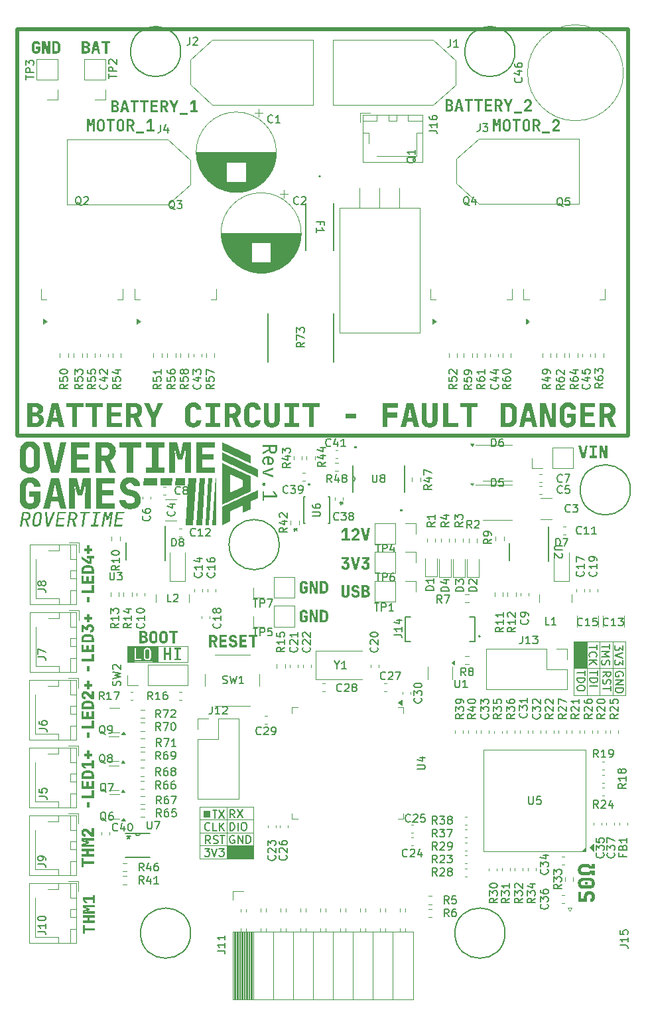
<source format=gbr>
%TF.GenerationSoftware,KiCad,Pcbnew,8.0.7*%
%TF.CreationDate,2025-03-30T10:34:42-04:00*%
%TF.ProjectId,RC-Car-Project,52432d43-6172-42d5-9072-6f6a6563742e,rev?*%
%TF.SameCoordinates,Original*%
%TF.FileFunction,Legend,Top*%
%TF.FilePolarity,Positive*%
%FSLAX46Y46*%
G04 Gerber Fmt 4.6, Leading zero omitted, Abs format (unit mm)*
G04 Created by KiCad (PCBNEW 8.0.7) date 2025-03-30 10:34:42*
%MOMM*%
%LPD*%
G01*
G04 APERTURE LIST*
%ADD10C,0.100000*%
%ADD11C,0.500000*%
%ADD12C,0.203200*%
%ADD13C,0.152400*%
%ADD14C,0.300000*%
%ADD15C,0.508000*%
%ADD16C,0.381000*%
%ADD17C,0.150000*%
%ADD18C,0.200000*%
%ADD19C,0.120000*%
%ADD20C,0.000000*%
G04 APERTURE END LIST*
D10*
X183705500Y-118999000D02*
X185356500Y-118999000D01*
X185356500Y-122428000D01*
X183705500Y-122428000D01*
X183705500Y-118999000D01*
X130640185Y-99058260D02*
X129243185Y-99058260D01*
X129286000Y-98171000D01*
X130683000Y-98171000D01*
X130640185Y-99058260D01*
G36*
X130640185Y-99058260D02*
G01*
X129243185Y-99058260D01*
X129286000Y-98171000D01*
X130683000Y-98171000D01*
X130640185Y-99058260D01*
G37*
X134302500Y-143383000D02*
X137731500Y-143383000D01*
X137731500Y-145034000D01*
X134302500Y-145034000D01*
X134302500Y-143383000D01*
X135382000Y-104140000D02*
X135001000Y-104140000D01*
X135382000Y-98171000D01*
X135763000Y-98171000D01*
X135382000Y-104140000D01*
G36*
X135382000Y-104140000D02*
G01*
X135001000Y-104140000D01*
X135382000Y-98171000D01*
X135763000Y-98171000D01*
X135382000Y-104140000D01*
G37*
X137731500Y-145034000D02*
X141160500Y-145034000D01*
X141160500Y-146685000D01*
X137731500Y-146685000D01*
X137731500Y-145034000D01*
G36*
X137731500Y-145034000D02*
G01*
X141160500Y-145034000D01*
X141160500Y-146685000D01*
X137731500Y-146685000D01*
X137731500Y-145034000D01*
G37*
X187007500Y-118999000D02*
X188658500Y-118999000D01*
X188658500Y-122428000D01*
X187007500Y-122428000D01*
X187007500Y-118999000D01*
X134493000Y-104140000D02*
X133858000Y-104140000D01*
X134239000Y-98171000D01*
X134874000Y-98171000D01*
X134493000Y-104140000D01*
G36*
X134493000Y-104140000D02*
G01*
X133858000Y-104140000D01*
X134239000Y-98171000D01*
X134874000Y-98171000D01*
X134493000Y-104140000D01*
G37*
X137731500Y-143383000D02*
X141160500Y-143383000D01*
X141160500Y-145034000D01*
X137731500Y-145034000D01*
X137731500Y-143383000D01*
X134302500Y-145034000D02*
X137731500Y-145034000D01*
X137731500Y-146685000D01*
X134302500Y-146685000D01*
X134302500Y-145034000D01*
X136271000Y-104140000D02*
X135890000Y-104140000D01*
X136271000Y-98171000D01*
X136271000Y-104140000D01*
G36*
X136271000Y-104140000D02*
G01*
X135890000Y-104140000D01*
X136271000Y-98171000D01*
X136271000Y-104140000D01*
G37*
X137731500Y-141732000D02*
X141160500Y-141732000D01*
X141160500Y-143383000D01*
X137731500Y-143383000D01*
X137731500Y-141732000D01*
X133350000Y-104140000D02*
X132461000Y-104140000D01*
X132842000Y-98171000D01*
X133731000Y-98171000D01*
X133350000Y-104140000D01*
G36*
X133350000Y-104140000D02*
G01*
X132461000Y-104140000D01*
X132842000Y-98171000D01*
X133731000Y-98171000D01*
X133350000Y-104140000D01*
G37*
X134302500Y-140081000D02*
X137731500Y-140081000D01*
X137731500Y-141732000D01*
X134302500Y-141732000D01*
X134302500Y-140081000D01*
X125035000Y-119634000D02*
X132775000Y-119634000D01*
X132775000Y-121659000D01*
X125035000Y-121659000D01*
X125035000Y-119634000D01*
X187007500Y-122428000D02*
X188658500Y-122428000D01*
X188658500Y-125857000D01*
X187007500Y-125857000D01*
X187007500Y-122428000D01*
X185356500Y-122428000D02*
X187007500Y-122428000D01*
X187007500Y-125857000D01*
X185356500Y-125857000D01*
X185356500Y-122428000D01*
D11*
X111000000Y-41000000D02*
X189000000Y-41000000D01*
X189000000Y-92818000D01*
X111000000Y-92818000D01*
X111000000Y-41000000D01*
D10*
X182054500Y-122428000D02*
X183705500Y-122428000D01*
X183705500Y-125857000D01*
X182054500Y-125857000D01*
X182054500Y-122428000D01*
X125095000Y-119634000D02*
X125857000Y-119634000D01*
X125857000Y-121659000D01*
X125095000Y-121659000D01*
X125095000Y-119634000D01*
G36*
X125095000Y-119634000D02*
G01*
X125857000Y-119634000D01*
X125857000Y-121659000D01*
X125095000Y-121659000D01*
X125095000Y-119634000D01*
G37*
X182054500Y-118999000D02*
X183705500Y-118999000D01*
X183705500Y-122428000D01*
X182054500Y-122428000D01*
X182054500Y-118999000D01*
G36*
X182054500Y-118999000D02*
G01*
X183705500Y-118999000D01*
X183705500Y-122428000D01*
X182054500Y-122428000D01*
X182054500Y-118999000D01*
G37*
X185356500Y-118999000D02*
X187007500Y-118999000D01*
X187007500Y-122428000D01*
X185356500Y-122428000D01*
X185356500Y-118999000D01*
X183705500Y-122428000D02*
X185356500Y-122428000D01*
X185356500Y-125857000D01*
X183705500Y-125857000D01*
X183705500Y-122428000D01*
X128738217Y-99058261D02*
X127087217Y-99058261D01*
X127127000Y-98171000D01*
X128778000Y-98171000D01*
X128738217Y-99058261D01*
G36*
X128738217Y-99058261D02*
G01*
X127087217Y-99058261D01*
X127127000Y-98171000D01*
X128778000Y-98171000D01*
X128738217Y-99058261D01*
G37*
X132291288Y-99058261D02*
X131148288Y-99058261D01*
X131191000Y-98171000D01*
X132334000Y-98171000D01*
X132291288Y-99058261D01*
G36*
X132291288Y-99058261D02*
G01*
X131148288Y-99058261D01*
X131191000Y-98171000D01*
X132334000Y-98171000D01*
X132291288Y-99058261D01*
G37*
X128270000Y-119634000D02*
X128905000Y-119634000D01*
X128905000Y-121659000D01*
X128270000Y-121659000D01*
X128270000Y-119634000D01*
G36*
X128270000Y-119634000D02*
G01*
X128905000Y-119634000D01*
X128905000Y-121659000D01*
X128270000Y-121659000D01*
X128270000Y-119634000D01*
G37*
X134747000Y-140589000D02*
X135509000Y-140589000D01*
X135509000Y-141351000D01*
X134747000Y-141351000D01*
X134747000Y-140589000D01*
G36*
X134747000Y-140589000D02*
G01*
X135509000Y-140589000D01*
X135509000Y-141351000D01*
X134747000Y-141351000D01*
X134747000Y-140589000D01*
G37*
X137731500Y-140081000D02*
X141160500Y-140081000D01*
X141160500Y-141732000D01*
X137731500Y-141732000D01*
X137731500Y-140081000D01*
X134302500Y-141732000D02*
X137731500Y-141732000D01*
X137731500Y-143383000D01*
X134302500Y-143383000D01*
X134302500Y-141732000D01*
D12*
G36*
X127641302Y-120013485D02*
G01*
X127715290Y-120034580D01*
X127777133Y-120079406D01*
X127811092Y-120128421D01*
X127835240Y-120202401D01*
X127841528Y-120276686D01*
X127841528Y-120984660D01*
X127838394Y-121038736D01*
X127818433Y-121117846D01*
X127776017Y-121184174D01*
X127740004Y-121214463D01*
X127666796Y-121245227D01*
X127590648Y-121253408D01*
X127540666Y-121250095D01*
X127467166Y-121229000D01*
X127404907Y-121184174D01*
X127370556Y-121134941D01*
X127346129Y-121060123D01*
X127339768Y-120984660D01*
X127339768Y-120276686D01*
X127342849Y-120223480D01*
X127362469Y-120145365D01*
X127404163Y-120079406D01*
X127439966Y-120049117D01*
X127513529Y-120018353D01*
X127590648Y-120010172D01*
X127641302Y-120013485D01*
G37*
G36*
X128223030Y-121611087D02*
G01*
X125773470Y-121611087D01*
X125773470Y-121417932D01*
X125942803Y-121417932D01*
X126852151Y-121417932D01*
X126852151Y-121229585D01*
X126155344Y-121229585D01*
X126155344Y-120299020D01*
X127127599Y-120299020D01*
X127127599Y-120962327D01*
X127130634Y-121031338D01*
X127142289Y-121107481D01*
X127166936Y-121187119D01*
X127203480Y-121256854D01*
X127251922Y-121316686D01*
X127292973Y-121352716D01*
X127357832Y-121392899D01*
X127431313Y-121421113D01*
X127513414Y-121437357D01*
X127590648Y-121441754D01*
X127642841Y-121439800D01*
X127727406Y-121426975D01*
X127803349Y-121402182D01*
X127870672Y-121365419D01*
X127929374Y-121316686D01*
X127971624Y-121266008D01*
X128009868Y-121197688D01*
X128036214Y-121119464D01*
X128049327Y-121044533D01*
X128053697Y-120962327D01*
X128053697Y-120299020D01*
X128050662Y-120230045D01*
X128039007Y-120154041D01*
X128014361Y-120074698D01*
X127977816Y-120005401D01*
X127929374Y-119946150D01*
X127888324Y-119910334D01*
X127823464Y-119870390D01*
X127749983Y-119842344D01*
X127667882Y-119826197D01*
X127590648Y-119821826D01*
X127538455Y-119823786D01*
X127453891Y-119836649D01*
X127377947Y-119861516D01*
X127310624Y-119898389D01*
X127251922Y-119947266D01*
X127209672Y-119997739D01*
X127171428Y-120065655D01*
X127145082Y-120143296D01*
X127131970Y-120217585D01*
X127128798Y-120276686D01*
X127127599Y-120299020D01*
X126155344Y-120299020D01*
X126155344Y-119845648D01*
X125942803Y-119845648D01*
X125942803Y-121417932D01*
X125773470Y-121417932D01*
X125773470Y-119652493D01*
X128223030Y-119652493D01*
X128223030Y-121611087D01*
G37*
D13*
X138717739Y-141503329D02*
X138379072Y-141019520D01*
X138137167Y-141503329D02*
X138137167Y-140487329D01*
X138137167Y-140487329D02*
X138524215Y-140487329D01*
X138524215Y-140487329D02*
X138620977Y-140535710D01*
X138620977Y-140535710D02*
X138669358Y-140584091D01*
X138669358Y-140584091D02*
X138717739Y-140680853D01*
X138717739Y-140680853D02*
X138717739Y-140825996D01*
X138717739Y-140825996D02*
X138669358Y-140922758D01*
X138669358Y-140922758D02*
X138620977Y-140971139D01*
X138620977Y-140971139D02*
X138524215Y-141019520D01*
X138524215Y-141019520D02*
X138137167Y-141019520D01*
X139056405Y-140487329D02*
X139733739Y-141503329D01*
X139733739Y-140487329D02*
X139056405Y-141503329D01*
X138137167Y-143139032D02*
X138137167Y-142123032D01*
X138137167Y-142123032D02*
X138379072Y-142123032D01*
X138379072Y-142123032D02*
X138524215Y-142171413D01*
X138524215Y-142171413D02*
X138620977Y-142268175D01*
X138620977Y-142268175D02*
X138669358Y-142364937D01*
X138669358Y-142364937D02*
X138717739Y-142558461D01*
X138717739Y-142558461D02*
X138717739Y-142703604D01*
X138717739Y-142703604D02*
X138669358Y-142897128D01*
X138669358Y-142897128D02*
X138620977Y-142993890D01*
X138620977Y-142993890D02*
X138524215Y-143090652D01*
X138524215Y-143090652D02*
X138379072Y-143139032D01*
X138379072Y-143139032D02*
X138137167Y-143139032D01*
X139153167Y-143139032D02*
X139153167Y-142123032D01*
X139830501Y-142123032D02*
X140024025Y-142123032D01*
X140024025Y-142123032D02*
X140120787Y-142171413D01*
X140120787Y-142171413D02*
X140217549Y-142268175D01*
X140217549Y-142268175D02*
X140265930Y-142461699D01*
X140265930Y-142461699D02*
X140265930Y-142800366D01*
X140265930Y-142800366D02*
X140217549Y-142993890D01*
X140217549Y-142993890D02*
X140120787Y-143090652D01*
X140120787Y-143090652D02*
X140024025Y-143139032D01*
X140024025Y-143139032D02*
X139830501Y-143139032D01*
X139830501Y-143139032D02*
X139733739Y-143090652D01*
X139733739Y-143090652D02*
X139636977Y-142993890D01*
X139636977Y-142993890D02*
X139588596Y-142800366D01*
X139588596Y-142800366D02*
X139588596Y-142461699D01*
X139588596Y-142461699D02*
X139636977Y-142268175D01*
X139636977Y-142268175D02*
X139733739Y-142171413D01*
X139733739Y-142171413D02*
X139830501Y-142123032D01*
X138669358Y-143807116D02*
X138572596Y-143758735D01*
X138572596Y-143758735D02*
X138427453Y-143758735D01*
X138427453Y-143758735D02*
X138282310Y-143807116D01*
X138282310Y-143807116D02*
X138185548Y-143903878D01*
X138185548Y-143903878D02*
X138137167Y-144000640D01*
X138137167Y-144000640D02*
X138088786Y-144194164D01*
X138088786Y-144194164D02*
X138088786Y-144339307D01*
X138088786Y-144339307D02*
X138137167Y-144532831D01*
X138137167Y-144532831D02*
X138185548Y-144629593D01*
X138185548Y-144629593D02*
X138282310Y-144726355D01*
X138282310Y-144726355D02*
X138427453Y-144774735D01*
X138427453Y-144774735D02*
X138524215Y-144774735D01*
X138524215Y-144774735D02*
X138669358Y-144726355D01*
X138669358Y-144726355D02*
X138717739Y-144677974D01*
X138717739Y-144677974D02*
X138717739Y-144339307D01*
X138717739Y-144339307D02*
X138524215Y-144339307D01*
X139153167Y-144774735D02*
X139153167Y-143758735D01*
X139153167Y-143758735D02*
X139733739Y-144774735D01*
X139733739Y-144774735D02*
X139733739Y-143758735D01*
X140217548Y-144774735D02*
X140217548Y-143758735D01*
X140217548Y-143758735D02*
X140459453Y-143758735D01*
X140459453Y-143758735D02*
X140604596Y-143807116D01*
X140604596Y-143807116D02*
X140701358Y-143903878D01*
X140701358Y-143903878D02*
X140749739Y-144000640D01*
X140749739Y-144000640D02*
X140798120Y-144194164D01*
X140798120Y-144194164D02*
X140798120Y-144339307D01*
X140798120Y-144339307D02*
X140749739Y-144532831D01*
X140749739Y-144532831D02*
X140701358Y-144629593D01*
X140701358Y-144629593D02*
X140604596Y-144726355D01*
X140604596Y-144726355D02*
X140459453Y-144774735D01*
X140459453Y-144774735D02*
X140217548Y-144774735D01*
D14*
G36*
X119874939Y-53974000D02*
G01*
X119874939Y-52426477D01*
X120218955Y-52426477D01*
X120391879Y-53093993D01*
X120567001Y-52426477D01*
X120913215Y-52426477D01*
X120913215Y-53974000D01*
X120666286Y-53974000D01*
X120666286Y-53326267D01*
X120666865Y-53250707D01*
X120668604Y-53173640D01*
X120671502Y-53095065D01*
X120673613Y-53050762D01*
X120677995Y-52971292D01*
X120682899Y-52893213D01*
X120688325Y-52816526D01*
X120691565Y-52774523D01*
X120697715Y-52701010D01*
X120704956Y-52623816D01*
X120713418Y-52544357D01*
X120715012Y-52530524D01*
X120497392Y-53302087D01*
X120280138Y-53302087D01*
X120071310Y-52549942D01*
X120080629Y-52626168D01*
X120089537Y-52709402D01*
X120096992Y-52787979D01*
X120104133Y-52871920D01*
X120106115Y-52896889D01*
X120111468Y-52973379D01*
X120115715Y-53051723D01*
X120118853Y-53131923D01*
X120120884Y-53213977D01*
X120121807Y-53297886D01*
X120121868Y-53326267D01*
X120121868Y-53974000D01*
X119874939Y-53974000D01*
G37*
G36*
X121732791Y-52407512D02*
G01*
X121806211Y-52420958D01*
X121883696Y-52447976D01*
X121952380Y-52487196D01*
X122004248Y-52530524D01*
X122054783Y-52590896D01*
X122092905Y-52660455D01*
X122118616Y-52739199D01*
X122130775Y-52814006D01*
X122133941Y-52881501D01*
X122133941Y-53517143D01*
X122129381Y-53598197D01*
X122115703Y-53672373D01*
X122088219Y-53750219D01*
X122048323Y-53818703D01*
X122004248Y-53869952D01*
X121943107Y-53919630D01*
X121873165Y-53957107D01*
X121794423Y-53982382D01*
X121719925Y-53994334D01*
X121652905Y-53997447D01*
X121573019Y-53992965D01*
X121499598Y-53979518D01*
X121422113Y-53952500D01*
X121353429Y-53913280D01*
X121301561Y-53869952D01*
X121251027Y-53809492D01*
X121212904Y-53739671D01*
X121187193Y-53660488D01*
X121175035Y-53585166D01*
X121171868Y-53517143D01*
X121171868Y-52883333D01*
X121173105Y-52861351D01*
X121435651Y-52861351D01*
X121435651Y-53539125D01*
X121443327Y-53613451D01*
X121471687Y-53682454D01*
X121490239Y-53706187D01*
X121553351Y-53748262D01*
X121626801Y-53763890D01*
X121652905Y-53764806D01*
X121726218Y-53756562D01*
X121792866Y-53726108D01*
X121815204Y-53706187D01*
X121854649Y-53640285D01*
X121869300Y-53565458D01*
X121870159Y-53539125D01*
X121870159Y-52861351D01*
X121862431Y-52787025D01*
X121833880Y-52718023D01*
X121815204Y-52694289D01*
X121752355Y-52652214D01*
X121679002Y-52636587D01*
X121652905Y-52635671D01*
X121579540Y-52643914D01*
X121512702Y-52674368D01*
X121490239Y-52694289D01*
X121451057Y-52760192D01*
X121436504Y-52835019D01*
X121435651Y-52861351D01*
X121173105Y-52861351D01*
X121176428Y-52802279D01*
X121190106Y-52728103D01*
X121217590Y-52650258D01*
X121257486Y-52581774D01*
X121301561Y-52530524D01*
X121362702Y-52480846D01*
X121432644Y-52443370D01*
X121511386Y-52418095D01*
X121585884Y-52406142D01*
X121652905Y-52403030D01*
X121732791Y-52407512D01*
G37*
G36*
X122778742Y-53974000D02*
G01*
X122778742Y-52659118D01*
X122375741Y-52659118D01*
X122375741Y-52426477D01*
X123447723Y-52426477D01*
X123447723Y-52659118D01*
X123044722Y-52659118D01*
X123044722Y-53974000D01*
X122778742Y-53974000D01*
G37*
G36*
X124250446Y-52407512D02*
G01*
X124323866Y-52420958D01*
X124401351Y-52447976D01*
X124470035Y-52487196D01*
X124521903Y-52530524D01*
X124572438Y-52590896D01*
X124610560Y-52660455D01*
X124636271Y-52739199D01*
X124648430Y-52814006D01*
X124651596Y-52881501D01*
X124651596Y-53517143D01*
X124647037Y-53598197D01*
X124633358Y-53672373D01*
X124605874Y-53750219D01*
X124565979Y-53818703D01*
X124521903Y-53869952D01*
X124460762Y-53919630D01*
X124390821Y-53957107D01*
X124312078Y-53982382D01*
X124237581Y-53994334D01*
X124170560Y-53997447D01*
X124090674Y-53992965D01*
X124017254Y-53979518D01*
X123939769Y-53952500D01*
X123871084Y-53913280D01*
X123819217Y-53869952D01*
X123768682Y-53809492D01*
X123730559Y-53739671D01*
X123704849Y-53660488D01*
X123692690Y-53585166D01*
X123689524Y-53517143D01*
X123689524Y-52883333D01*
X123690760Y-52861351D01*
X123953306Y-52861351D01*
X123953306Y-53539125D01*
X123960982Y-53613451D01*
X123989343Y-53682454D01*
X124007894Y-53706187D01*
X124071006Y-53748262D01*
X124144456Y-53763890D01*
X124170560Y-53764806D01*
X124243873Y-53756562D01*
X124310521Y-53726108D01*
X124332859Y-53706187D01*
X124372304Y-53640285D01*
X124386955Y-53565458D01*
X124387814Y-53539125D01*
X124387814Y-52861351D01*
X124380086Y-52787025D01*
X124351535Y-52718023D01*
X124332859Y-52694289D01*
X124270010Y-52652214D01*
X124196658Y-52636587D01*
X124170560Y-52635671D01*
X124097195Y-52643914D01*
X124030357Y-52674368D01*
X124007894Y-52694289D01*
X123968712Y-52760192D01*
X123954159Y-52835019D01*
X123953306Y-52861351D01*
X123690760Y-52861351D01*
X123694083Y-52802279D01*
X123707762Y-52728103D01*
X123735245Y-52650258D01*
X123775141Y-52581774D01*
X123819217Y-52530524D01*
X123880358Y-52480846D01*
X123950299Y-52443370D01*
X124029041Y-52418095D01*
X124103539Y-52406142D01*
X124170560Y-52403030D01*
X124250446Y-52407512D01*
G37*
G36*
X125518574Y-52430072D02*
G01*
X125596237Y-52442710D01*
X125667351Y-52464448D01*
X125711122Y-52483996D01*
X125776817Y-52524418D01*
X125832852Y-52573784D01*
X125879227Y-52632094D01*
X125887343Y-52644830D01*
X125920766Y-52712858D01*
X125941811Y-52788256D01*
X125950167Y-52862416D01*
X125950724Y-52888462D01*
X125945961Y-52963681D01*
X125929217Y-53042446D01*
X125900417Y-53115008D01*
X125874520Y-53159938D01*
X125827688Y-53219785D01*
X125772511Y-53269083D01*
X125708986Y-53307833D01*
X125670089Y-53324802D01*
X125971607Y-53974000D01*
X125682545Y-53974000D01*
X125412535Y-53362538D01*
X125220560Y-53362538D01*
X125220560Y-53974000D01*
X124958976Y-53974000D01*
X124958976Y-53129896D01*
X125220560Y-53129896D01*
X125444042Y-53129896D01*
X125521219Y-53121189D01*
X125589246Y-53092106D01*
X125619164Y-53067981D01*
X125662491Y-53004508D01*
X125680998Y-52929495D01*
X125682545Y-52896522D01*
X125673478Y-52820977D01*
X125643190Y-52753438D01*
X125618065Y-52723232D01*
X125553200Y-52679404D01*
X125477271Y-52660683D01*
X125444042Y-52659118D01*
X125220560Y-52659118D01*
X125220560Y-53129896D01*
X124958976Y-53129896D01*
X124958976Y-52426477D01*
X125444042Y-52426477D01*
X125518574Y-52430072D01*
G37*
G36*
X126181900Y-54278815D02*
G01*
X126181900Y-54046173D01*
X127194531Y-54046173D01*
X127194531Y-54278815D01*
X126181900Y-54278815D01*
G37*
G36*
X127491286Y-53974000D02*
G01*
X127491286Y-53741358D01*
X127892088Y-53741358D01*
X127892088Y-52698685D01*
X127489087Y-52993242D01*
X127489087Y-52698685D01*
X127843728Y-52426477D01*
X128155870Y-52426477D01*
X128155870Y-53741358D01*
X128479004Y-53741358D01*
X128479004Y-53974000D01*
X127491286Y-53974000D01*
G37*
G36*
X166196238Y-49890251D02*
G01*
X166269891Y-49901572D01*
X166347841Y-49924320D01*
X166417202Y-49957341D01*
X166469817Y-49993822D01*
X166527519Y-50052096D01*
X166568735Y-50119576D01*
X166593465Y-50196261D01*
X166601579Y-50270911D01*
X166601708Y-50282150D01*
X166594588Y-50357641D01*
X166570310Y-50432582D01*
X166528801Y-50499038D01*
X166473570Y-50552809D01*
X166408121Y-50589697D01*
X166339757Y-50608581D01*
X166339757Y-50612977D01*
X166411765Y-50630268D01*
X166480823Y-50666536D01*
X166493630Y-50675992D01*
X166547185Y-50727263D01*
X166589240Y-50790034D01*
X166599143Y-50810081D01*
X166623813Y-50879420D01*
X166635906Y-50954079D01*
X166637245Y-50990332D01*
X166631270Y-51071040D01*
X166613346Y-51145093D01*
X166583471Y-51212491D01*
X166576062Y-51225172D01*
X166528025Y-51288566D01*
X166468039Y-51341223D01*
X166403138Y-51379778D01*
X166329365Y-51408371D01*
X166256238Y-51425051D01*
X166176737Y-51433152D01*
X166139356Y-51434000D01*
X165643665Y-51434000D01*
X165643665Y-51201358D01*
X165900853Y-51201358D01*
X166124702Y-51201358D01*
X166198658Y-51194042D01*
X166270881Y-51166531D01*
X166307151Y-51139443D01*
X166352481Y-51076571D01*
X166371844Y-51002618D01*
X166373463Y-50970182D01*
X166364138Y-50895496D01*
X166332989Y-50827724D01*
X166307151Y-50796892D01*
X166245049Y-50753958D01*
X166173127Y-50733753D01*
X166124702Y-50730580D01*
X165900853Y-50730580D01*
X165900853Y-51201358D01*
X165643665Y-51201358D01*
X165643665Y-50519554D01*
X165900853Y-50519554D01*
X166111879Y-50519554D01*
X166188869Y-50510666D01*
X166256228Y-50481214D01*
X166276376Y-50465699D01*
X166320555Y-50406515D01*
X166337685Y-50329944D01*
X166337926Y-50318420D01*
X166326355Y-50245501D01*
X166284796Y-50179853D01*
X166277475Y-50172974D01*
X166211165Y-50134318D01*
X166137547Y-50119960D01*
X166111879Y-50119118D01*
X165900853Y-50119118D01*
X165900853Y-50519554D01*
X165643665Y-50519554D01*
X165643665Y-49886477D01*
X166116275Y-49886477D01*
X166196238Y-49890251D01*
G37*
G36*
X167931976Y-51434000D02*
G01*
X167661966Y-51434000D01*
X167577702Y-51058842D01*
X167168107Y-51058842D01*
X167083843Y-51434000D01*
X166813833Y-51434000D01*
X166960795Y-50847817D01*
X167216833Y-50847817D01*
X167528976Y-50847817D01*
X167436286Y-50435657D01*
X167419627Y-50361228D01*
X167403674Y-50286875D01*
X167395986Y-50249544D01*
X167381078Y-50174003D01*
X167372905Y-50128644D01*
X167359319Y-50202002D01*
X167349824Y-50249544D01*
X167333815Y-50325679D01*
X167316690Y-50402404D01*
X167309524Y-50433459D01*
X167216833Y-50847817D01*
X166960795Y-50847817D01*
X167201812Y-49886477D01*
X167541799Y-49886477D01*
X167931976Y-51434000D01*
G37*
G36*
X168498742Y-51434000D02*
G01*
X168498742Y-50119118D01*
X168095741Y-50119118D01*
X168095741Y-49886477D01*
X169167723Y-49886477D01*
X169167723Y-50119118D01*
X168764722Y-50119118D01*
X168764722Y-51434000D01*
X168498742Y-51434000D01*
G37*
G36*
X169757570Y-51434000D02*
G01*
X169757570Y-50119118D01*
X169354569Y-50119118D01*
X169354569Y-49886477D01*
X170426551Y-49886477D01*
X170426551Y-50119118D01*
X170023550Y-50119118D01*
X170023550Y-51434000D01*
X169757570Y-51434000D01*
G37*
G36*
X170702057Y-51434000D02*
G01*
X170702057Y-49886477D01*
X171626394Y-49886477D01*
X171626394Y-50119118D01*
X170961443Y-50119118D01*
X170961443Y-50519554D01*
X171552388Y-50519554D01*
X171552388Y-50752196D01*
X170961443Y-50752196D01*
X170961443Y-51201358D01*
X171626394Y-51201358D01*
X171626394Y-51434000D01*
X170702057Y-51434000D01*
G37*
G36*
X172497402Y-49890072D02*
G01*
X172575065Y-49902710D01*
X172646179Y-49924448D01*
X172689949Y-49943996D01*
X172755644Y-49984418D01*
X172811680Y-50033784D01*
X172858055Y-50092094D01*
X172866170Y-50104830D01*
X172899594Y-50172858D01*
X172920639Y-50248256D01*
X172928994Y-50322416D01*
X172929551Y-50348462D01*
X172924789Y-50423681D01*
X172908045Y-50502446D01*
X172879245Y-50575008D01*
X172853348Y-50619938D01*
X172806516Y-50679785D01*
X172751338Y-50729083D01*
X172687814Y-50767833D01*
X172648916Y-50784802D01*
X172950434Y-51434000D01*
X172661373Y-51434000D01*
X172391362Y-50822538D01*
X172199387Y-50822538D01*
X172199387Y-51434000D01*
X171937803Y-51434000D01*
X171937803Y-50589896D01*
X172199387Y-50589896D01*
X172422870Y-50589896D01*
X172500047Y-50581189D01*
X172568074Y-50552106D01*
X172597992Y-50527981D01*
X172641319Y-50464508D01*
X172659825Y-50389495D01*
X172661373Y-50356522D01*
X172652305Y-50280977D01*
X172622017Y-50213438D01*
X172596893Y-50183232D01*
X172532028Y-50139404D01*
X172456098Y-50120683D01*
X172422870Y-50119118D01*
X172199387Y-50119118D01*
X172199387Y-50589896D01*
X171937803Y-50589896D01*
X171937803Y-49886477D01*
X172422870Y-49886477D01*
X172497402Y-49890072D01*
G37*
G36*
X173534053Y-51434000D02*
G01*
X173534053Y-50877492D01*
X173082325Y-49886477D01*
X173361129Y-49886477D01*
X173599632Y-50427963D01*
X173627762Y-50499512D01*
X173645794Y-50554359D01*
X173666101Y-50626332D01*
X173671439Y-50650346D01*
X173691178Y-50576598D01*
X173697451Y-50554359D01*
X173720661Y-50483712D01*
X173742880Y-50427963D01*
X173977353Y-49886477D01*
X174251760Y-49886477D01*
X173800033Y-50877492D01*
X173800033Y-51434000D01*
X173534053Y-51434000D01*
G37*
G36*
X174419555Y-51738815D02*
G01*
X174419555Y-51506173D01*
X175432186Y-51506173D01*
X175432186Y-51738815D01*
X174419555Y-51738815D01*
G37*
G36*
X175707692Y-51434000D02*
G01*
X175707692Y-51201358D01*
X176262734Y-50623968D01*
X176315410Y-50560783D01*
X176355148Y-50497213D01*
X176384720Y-50424089D01*
X176397394Y-50350461D01*
X176397922Y-50331976D01*
X176389421Y-50258508D01*
X176358016Y-50187122D01*
X176337472Y-50161250D01*
X176277045Y-50116420D01*
X176200910Y-50096695D01*
X176176272Y-50095671D01*
X176099100Y-50106857D01*
X176031140Y-50143922D01*
X176010675Y-50163448D01*
X175970350Y-50225536D01*
X175950583Y-50302256D01*
X175948393Y-50342600D01*
X175684611Y-50342600D01*
X175689595Y-50264657D01*
X175704549Y-50192394D01*
X175732856Y-50118763D01*
X175747625Y-50091274D01*
X175791961Y-50028606D01*
X175845742Y-49975240D01*
X175908969Y-49931176D01*
X175922748Y-49923480D01*
X175996285Y-49891602D01*
X176068403Y-49873006D01*
X176146144Y-49863974D01*
X176182500Y-49863030D01*
X176261651Y-49867608D01*
X176335063Y-49881345D01*
X176409903Y-49907348D01*
X176437856Y-49920915D01*
X176501683Y-49961373D01*
X176555779Y-50010846D01*
X176600144Y-50069336D01*
X176607849Y-50082115D01*
X176639534Y-50150122D01*
X176659483Y-50224997D01*
X176667404Y-50298259D01*
X176667933Y-50323916D01*
X176662459Y-50398756D01*
X176646037Y-50473524D01*
X176618667Y-50548221D01*
X176611879Y-50563152D01*
X176574759Y-50631029D01*
X176532031Y-50692533D01*
X176480145Y-50755135D01*
X176427231Y-50810814D01*
X176039251Y-51201358D01*
X176686983Y-51201358D01*
X176686983Y-51434000D01*
X175707692Y-51434000D01*
G37*
G36*
X112627419Y-102154856D02*
G01*
X112437991Y-102145608D01*
X112239205Y-102113097D01*
X112055583Y-102057179D01*
X111941593Y-102006896D01*
X111770038Y-101902298D01*
X111624110Y-101774618D01*
X111503809Y-101623856D01*
X111482824Y-101590933D01*
X111396947Y-101414798D01*
X111342876Y-101221397D01*
X111321406Y-101032573D01*
X111319975Y-100966524D01*
X111319975Y-99293368D01*
X111332857Y-99097477D01*
X111377386Y-98897951D01*
X111453721Y-98717509D01*
X111482824Y-98667097D01*
X111598000Y-98512791D01*
X111738802Y-98381385D01*
X111905232Y-98272879D01*
X111941593Y-98253926D01*
X112115106Y-98181953D01*
X112303782Y-98133534D01*
X112507623Y-98108671D01*
X112627419Y-98105036D01*
X112819116Y-98114283D01*
X113019202Y-98146794D01*
X113202799Y-98202712D01*
X113316038Y-98252996D01*
X113486029Y-98356830D01*
X113630758Y-98483383D01*
X113750223Y-98632655D01*
X113771084Y-98665236D01*
X113857452Y-98839281D01*
X113911832Y-99032228D01*
X113933424Y-99222041D01*
X113934863Y-99288715D01*
X113130855Y-99288715D01*
X113102025Y-99093610D01*
X112999645Y-98932308D01*
X112829245Y-98836464D01*
X112642376Y-98809594D01*
X112627419Y-98809474D01*
X112437548Y-98833163D01*
X112272023Y-98918252D01*
X112255193Y-98933239D01*
X112152814Y-99096780D01*
X112123983Y-99294298D01*
X112123983Y-100965593D01*
X112152814Y-101159717D01*
X112255193Y-101323861D01*
X112425594Y-101422610D01*
X112612463Y-101450294D01*
X112627419Y-101450418D01*
X112817291Y-101426372D01*
X112982815Y-101340004D01*
X112999645Y-101324791D01*
X113102025Y-101161899D01*
X113130855Y-100969316D01*
X113130855Y-100606395D01*
X112552043Y-100606395D01*
X112552043Y-99901957D01*
X113934863Y-99901957D01*
X113934863Y-100960940D01*
X113921908Y-101155400D01*
X113877125Y-101354889D01*
X113800353Y-101536931D01*
X113771084Y-101588141D01*
X113656672Y-101744102D01*
X113516996Y-101876980D01*
X113352057Y-101986776D01*
X113316038Y-102005965D01*
X113143432Y-102077939D01*
X112954338Y-102126357D01*
X112748756Y-102151221D01*
X112627419Y-102154856D01*
G37*
G36*
X117277454Y-102095300D02*
G01*
X116457626Y-102095300D01*
X116269652Y-101201957D01*
X115337225Y-101201957D01*
X115149251Y-102095300D01*
X114329423Y-102095300D01*
X114707374Y-100546839D01*
X115471227Y-100546839D01*
X116130067Y-100546839D01*
X115943023Y-99607899D01*
X115906846Y-99418328D01*
X115869850Y-99229984D01*
X115864856Y-99204964D01*
X115827593Y-99016612D01*
X115803438Y-98892294D01*
X115769336Y-99076129D01*
X115746674Y-99202172D01*
X115712555Y-99388349D01*
X115674755Y-99576979D01*
X115669437Y-99602315D01*
X115471227Y-100546839D01*
X114707374Y-100546839D01*
X115288836Y-98164592D01*
X116306874Y-98164592D01*
X117277454Y-102095300D01*
G37*
G36*
X117618041Y-102095300D02*
G01*
X117618041Y-98164592D01*
X118598856Y-98164592D01*
X118995277Y-99848915D01*
X119391698Y-98164592D01*
X120383681Y-98164592D01*
X120383681Y-102095300D01*
X119649465Y-102095300D01*
X119649465Y-100594298D01*
X119651231Y-100374975D01*
X119656531Y-100158793D01*
X119665364Y-99945752D01*
X119677731Y-99735851D01*
X119693630Y-99529091D01*
X119699715Y-99460869D01*
X119719006Y-99261372D01*
X119738494Y-99071166D01*
X119761477Y-98861002D01*
X119784727Y-98663484D01*
X119804869Y-98504248D01*
X119311669Y-100424935D01*
X118668649Y-100424935D01*
X118185685Y-98552638D01*
X118212788Y-98738576D01*
X118240124Y-98948360D01*
X118264233Y-99151483D01*
X118285040Y-99340118D01*
X118295492Y-99439466D01*
X118314783Y-99644231D01*
X118330083Y-99854426D01*
X118341392Y-100070051D01*
X118348709Y-100291108D01*
X118351758Y-100479470D01*
X118352257Y-100594298D01*
X118352257Y-102095300D01*
X117618041Y-102095300D01*
G37*
G36*
X121019257Y-102095300D02*
G01*
X121019257Y-98164592D01*
X123431282Y-98164592D01*
X123431282Y-98869030D01*
X121807445Y-98869030D01*
X121807445Y-99713052D01*
X123243308Y-99713052D01*
X123243308Y-100417490D01*
X121807445Y-100417490D01*
X121807445Y-101390862D01*
X123431282Y-101390862D01*
X123431282Y-102095300D01*
X121019257Y-102095300D01*
G37*
G36*
X125406872Y-102154856D02*
G01*
X125206858Y-102145783D01*
X125019989Y-102118564D01*
X124825473Y-102066252D01*
X124685684Y-102009687D01*
X124523392Y-101917938D01*
X124368794Y-101793547D01*
X124241278Y-101645529D01*
X124208304Y-101596517D01*
X124119482Y-101419836D01*
X124063557Y-101224799D01*
X124041352Y-101033571D01*
X124039871Y-100966524D01*
X124822477Y-100966524D01*
X124857237Y-101153859D01*
X124970940Y-101310863D01*
X124980673Y-101319208D01*
X125153109Y-101413387D01*
X125341587Y-101448368D01*
X125406872Y-101450418D01*
X125601044Y-101429531D01*
X125777760Y-101353523D01*
X125816321Y-101323861D01*
X125931770Y-101165031D01*
X125964280Y-100986066D01*
X125930162Y-100800401D01*
X125867502Y-100687354D01*
X125720755Y-100561155D01*
X125583679Y-100511477D01*
X125106299Y-100397948D01*
X124913858Y-100341060D01*
X124739584Y-100264845D01*
X124562660Y-100154079D01*
X124409466Y-100018071D01*
X124374875Y-99980125D01*
X124256402Y-99817567D01*
X124171779Y-99639770D01*
X124121005Y-99446736D01*
X124104080Y-99238464D01*
X124116021Y-99047920D01*
X124160137Y-98845879D01*
X124236759Y-98665658D01*
X124345887Y-98507255D01*
X124443737Y-98407469D01*
X124604677Y-98289627D01*
X124789485Y-98200728D01*
X124998161Y-98140773D01*
X125196022Y-98112419D01*
X125374302Y-98105036D01*
X125587038Y-98115864D01*
X125782762Y-98148351D01*
X125961474Y-98202494D01*
X126148471Y-98293034D01*
X126312312Y-98413053D01*
X126447922Y-98558096D01*
X126550224Y-98723713D01*
X126619218Y-98909901D01*
X126654905Y-99116662D01*
X126660343Y-99244048D01*
X125877738Y-99244048D01*
X125839919Y-99052467D01*
X125743736Y-98924864D01*
X125572733Y-98834828D01*
X125374302Y-98809474D01*
X125180437Y-98834419D01*
X125015104Y-98923003D01*
X124907880Y-99083286D01*
X124886686Y-99223575D01*
X124930340Y-99408107D01*
X125061301Y-99540738D01*
X125256120Y-99616274D01*
X125749320Y-99728872D01*
X125942079Y-99785099D01*
X126116493Y-99864215D01*
X126272561Y-99966218D01*
X126428460Y-100110819D01*
X126480744Y-100172752D01*
X126586259Y-100328756D01*
X126665858Y-100497941D01*
X126719540Y-100680306D01*
X126747307Y-100875852D01*
X126751539Y-100993510D01*
X126738583Y-101183103D01*
X126693800Y-101378049D01*
X126617028Y-101556456D01*
X126587759Y-101606753D01*
X126472256Y-101759533D01*
X126329309Y-101888685D01*
X126158918Y-101994210D01*
X126121546Y-102012479D01*
X125942741Y-102081304D01*
X125746564Y-102127604D01*
X125557602Y-102149850D01*
X125406872Y-102154856D01*
G37*
D12*
G36*
X152889300Y-113429742D02*
G01*
X152803600Y-113425201D01*
X152724887Y-113411578D01*
X152653162Y-113388874D01*
X152578315Y-113350907D01*
X152512980Y-113300580D01*
X152459171Y-113239366D01*
X152418578Y-113169069D01*
X152391202Y-113089688D01*
X152378255Y-113014417D01*
X152374884Y-112946592D01*
X152374884Y-111833636D01*
X152696487Y-111833636D01*
X152696487Y-112943242D01*
X152706105Y-113021044D01*
X152740653Y-113088323D01*
X152746738Y-113095111D01*
X152812000Y-113136353D01*
X152889300Y-113147967D01*
X152965243Y-113136353D01*
X153030746Y-113095111D01*
X153069272Y-113030716D01*
X153081913Y-112955439D01*
X153082113Y-112943242D01*
X153082113Y-111833636D01*
X153403717Y-111833636D01*
X153403717Y-112946592D01*
X153398849Y-113026705D01*
X153384245Y-113100380D01*
X153354901Y-113178196D01*
X153312306Y-113247249D01*
X153265249Y-113299463D01*
X153200058Y-113350226D01*
X153125321Y-113388521D01*
X153053661Y-113411421D01*
X152974988Y-113425162D01*
X152889300Y-113429742D01*
G37*
G36*
X154172736Y-113429742D02*
G01*
X154092730Y-113426113D01*
X154017983Y-113415225D01*
X153940176Y-113394301D01*
X153884261Y-113371675D01*
X153819344Y-113334975D01*
X153757505Y-113285219D01*
X153706498Y-113226011D01*
X153693309Y-113206406D01*
X153657780Y-113135734D01*
X153635410Y-113057719D01*
X153626528Y-112981228D01*
X153625936Y-112954409D01*
X153938978Y-112954409D01*
X153952882Y-113029343D01*
X153998363Y-113092145D01*
X154002256Y-113095483D01*
X154071231Y-113133154D01*
X154146622Y-113147147D01*
X154172736Y-113147967D01*
X154250405Y-113139612D01*
X154321091Y-113109209D01*
X154336515Y-113097344D01*
X154382695Y-113033812D01*
X154395699Y-112962226D01*
X154382052Y-112887960D01*
X154356988Y-112842741D01*
X154298289Y-112792262D01*
X154243459Y-112772391D01*
X154052507Y-112726979D01*
X153975530Y-112704224D01*
X153905821Y-112673738D01*
X153835051Y-112629431D01*
X153773773Y-112575028D01*
X153759937Y-112559850D01*
X153712548Y-112494826D01*
X153678699Y-112423708D01*
X153658389Y-112346494D01*
X153651619Y-112263185D01*
X153656396Y-112186968D01*
X153674042Y-112106151D01*
X153704691Y-112034063D01*
X153748342Y-111970702D01*
X153787482Y-111930787D01*
X153851858Y-111883650D01*
X153925781Y-111848091D01*
X154009251Y-111824109D01*
X154088396Y-111812767D01*
X154159708Y-111809814D01*
X154244802Y-111814145D01*
X154323092Y-111827140D01*
X154394577Y-111848797D01*
X154469375Y-111885013D01*
X154534912Y-111933021D01*
X154589156Y-111991038D01*
X154630077Y-112057285D01*
X154657674Y-112131760D01*
X154671949Y-112214464D01*
X154674124Y-112265419D01*
X154361082Y-112265419D01*
X154345955Y-112188786D01*
X154307482Y-112137745D01*
X154239080Y-112101731D01*
X154159708Y-112091589D01*
X154082162Y-112101567D01*
X154016029Y-112137001D01*
X153973139Y-112201114D01*
X153964661Y-112257230D01*
X153982123Y-112331042D01*
X154034508Y-112384095D01*
X154112435Y-112414309D01*
X154309715Y-112459349D01*
X154386819Y-112481839D01*
X154456584Y-112513486D01*
X154519011Y-112554287D01*
X154581371Y-112612127D01*
X154602285Y-112636900D01*
X154644491Y-112699302D01*
X154676330Y-112766976D01*
X154697803Y-112839922D01*
X154708910Y-112918140D01*
X154710603Y-112965204D01*
X154705420Y-113041041D01*
X154687507Y-113119019D01*
X154656798Y-113190382D01*
X154645091Y-113210501D01*
X154598890Y-113271613D01*
X154541711Y-113323274D01*
X154473554Y-113365484D01*
X154458605Y-113372791D01*
X154387083Y-113400321D01*
X154308613Y-113418841D01*
X154233028Y-113427740D01*
X154172736Y-113429742D01*
G37*
G36*
X155525173Y-111836754D02*
G01*
X155604442Y-111847713D01*
X155677469Y-111866564D01*
X155722685Y-111883515D01*
X155790682Y-111918542D01*
X155853807Y-111965972D01*
X155904704Y-112022727D01*
X155942002Y-112087927D01*
X155963818Y-112160692D01*
X155970216Y-112233407D01*
X155963091Y-112311509D01*
X155938796Y-112387597D01*
X155897259Y-112453393D01*
X155842256Y-112505642D01*
X155770614Y-112543478D01*
X155708913Y-112558733D01*
X155708913Y-112563200D01*
X155781859Y-112579311D01*
X155851319Y-112615707D01*
X155864131Y-112625361D01*
X155917566Y-112677565D01*
X155959316Y-112741025D01*
X155969099Y-112761224D01*
X155993440Y-112831620D01*
X156005372Y-112908528D01*
X156006694Y-112946220D01*
X156001335Y-113020801D01*
X155982811Y-113097384D01*
X155951055Y-113167351D01*
X155938949Y-113187051D01*
X155891606Y-113247254D01*
X155833795Y-113298515D01*
X155765515Y-113340834D01*
X155750602Y-113348224D01*
X155679404Y-113376114D01*
X155601905Y-113394876D01*
X155527727Y-113403891D01*
X155468827Y-113405920D01*
X154945477Y-113405920D01*
X154945477Y-113143872D01*
X155256286Y-113143872D01*
X155458033Y-113143872D01*
X155535886Y-113134535D01*
X155607243Y-113100555D01*
X155622929Y-113087294D01*
X155666211Y-113024683D01*
X155682699Y-112948978D01*
X155683229Y-112930587D01*
X155673277Y-112856235D01*
X155637062Y-112787850D01*
X155622929Y-112772763D01*
X155556849Y-112731351D01*
X155483571Y-112715969D01*
X155458033Y-112715068D01*
X155256286Y-112715068D01*
X155256286Y-113143872D01*
X154945477Y-113143872D01*
X154945477Y-112453021D01*
X155256286Y-112453021D01*
X155445005Y-112453021D01*
X155519895Y-112443759D01*
X155589761Y-112407608D01*
X155593151Y-112404631D01*
X155636492Y-112339057D01*
X155646751Y-112273235D01*
X155633351Y-112198232D01*
X155593151Y-112142212D01*
X155524644Y-112105907D01*
X155450874Y-112095729D01*
X155445005Y-112095684D01*
X155256286Y-112095684D01*
X155256286Y-112453021D01*
X154945477Y-112453021D01*
X154945477Y-111833636D01*
X155449471Y-111833636D01*
X155525173Y-111836754D01*
G37*
G36*
X147563861Y-112921742D02*
G01*
X147488090Y-112918043D01*
X147408576Y-112905039D01*
X147335127Y-112882671D01*
X147289531Y-112862558D01*
X147220909Y-112820719D01*
X147162538Y-112769647D01*
X147114417Y-112709342D01*
X147106023Y-112696173D01*
X147071672Y-112625719D01*
X147050044Y-112548358D01*
X147041456Y-112472829D01*
X147040884Y-112446409D01*
X147040884Y-111777147D01*
X147046036Y-111698791D01*
X147063848Y-111618980D01*
X147094382Y-111546803D01*
X147106023Y-111526639D01*
X147152094Y-111464916D01*
X147208415Y-111412354D01*
X147274986Y-111368951D01*
X147289531Y-111361370D01*
X147358936Y-111332581D01*
X147434407Y-111313213D01*
X147515943Y-111303268D01*
X147563861Y-111301814D01*
X147640540Y-111305513D01*
X147720574Y-111318517D01*
X147794013Y-111340885D01*
X147839309Y-111360998D01*
X147907305Y-111402532D01*
X147965197Y-111453153D01*
X148012983Y-111512862D01*
X148021327Y-111525894D01*
X148055875Y-111595512D01*
X148077626Y-111672691D01*
X148086263Y-111748616D01*
X148086839Y-111775286D01*
X147765236Y-111775286D01*
X147753704Y-111697244D01*
X147712752Y-111632723D01*
X147644592Y-111594385D01*
X147569844Y-111583637D01*
X147563861Y-111583589D01*
X147487913Y-111593065D01*
X147421703Y-111627100D01*
X147414971Y-111633095D01*
X147374019Y-111698512D01*
X147362487Y-111777519D01*
X147362487Y-112446037D01*
X147374019Y-112523687D01*
X147414971Y-112589344D01*
X147483131Y-112628844D01*
X147557879Y-112639917D01*
X147563861Y-112639967D01*
X147639810Y-112630349D01*
X147706020Y-112595801D01*
X147712752Y-112589716D01*
X147753704Y-112524559D01*
X147765236Y-112447526D01*
X147765236Y-112302358D01*
X147533711Y-112302358D01*
X147533711Y-112020583D01*
X148086839Y-112020583D01*
X148086839Y-112444176D01*
X148081657Y-112521960D01*
X148063744Y-112601755D01*
X148033035Y-112674572D01*
X148021327Y-112695056D01*
X147975562Y-112757440D01*
X147919692Y-112810592D01*
X147853716Y-112854510D01*
X147839309Y-112862186D01*
X147770267Y-112890975D01*
X147694629Y-112910343D01*
X147612396Y-112920288D01*
X147563861Y-112921742D01*
G37*
G36*
X148319853Y-112897920D02*
G01*
X148319853Y-111325636D01*
X148695057Y-111325636D01*
X149100039Y-112545794D01*
X149094074Y-112471066D01*
X149087770Y-112393256D01*
X149085149Y-112361169D01*
X149079147Y-112282723D01*
X149073983Y-112204276D01*
X149071005Y-112151978D01*
X149067631Y-112071914D01*
X149065921Y-111997370D01*
X149065794Y-111973682D01*
X149065794Y-111325636D01*
X149348686Y-111325636D01*
X149348686Y-112897920D01*
X148973482Y-112897920D01*
X148572594Y-111691535D01*
X148579201Y-111766352D01*
X148584830Y-111842199D01*
X148585622Y-111853825D01*
X148590579Y-111930469D01*
X148595168Y-112007972D01*
X148597161Y-112044033D01*
X148600776Y-112118498D01*
X148602657Y-112195564D01*
X148602744Y-112214512D01*
X148602744Y-112897920D01*
X148319853Y-112897920D01*
G37*
G36*
X150192127Y-111329545D02*
G01*
X150265758Y-111341270D01*
X150342308Y-111363804D01*
X150397246Y-111388170D01*
X150461234Y-111427350D01*
X150522317Y-111480276D01*
X150572858Y-111543089D01*
X150585965Y-111563861D01*
X150621690Y-111638277D01*
X150642530Y-111711965D01*
X150652652Y-111792012D01*
X150653710Y-111829631D01*
X150653710Y-112391692D01*
X150648352Y-112473604D01*
X150632275Y-112549746D01*
X150605482Y-112620116D01*
X150585965Y-112656717D01*
X150538586Y-112723194D01*
X150480666Y-112779784D01*
X150419524Y-112822262D01*
X150397246Y-112834641D01*
X150325872Y-112865230D01*
X150247843Y-112885808D01*
X150172897Y-112895695D01*
X150113238Y-112897920D01*
X149605149Y-112897920D01*
X149605149Y-112616144D01*
X149926753Y-112616144D01*
X150113238Y-112616144D01*
X150190825Y-112604389D01*
X150258933Y-112565703D01*
X150270690Y-112554727D01*
X150314773Y-112489460D01*
X150331567Y-112414672D01*
X150332107Y-112396903D01*
X150332107Y-111824419D01*
X150320351Y-111746975D01*
X150281666Y-111679336D01*
X150270690Y-111667712D01*
X150205690Y-111624430D01*
X150131003Y-111607942D01*
X150113238Y-111607412D01*
X149926753Y-111607412D01*
X149926753Y-112616144D01*
X149605149Y-112616144D01*
X149605149Y-111325636D01*
X150113238Y-111325636D01*
X150192127Y-111329545D01*
G37*
G36*
X136061112Y-118187266D02*
G01*
X136136232Y-118198153D01*
X136214012Y-118219078D01*
X136269582Y-118241704D01*
X136340741Y-118282598D01*
X136401141Y-118333161D01*
X136450780Y-118393393D01*
X136459417Y-118406600D01*
X136495142Y-118477185D01*
X136517636Y-118555403D01*
X136526567Y-118632326D01*
X136527162Y-118659341D01*
X136521303Y-118742265D01*
X136503725Y-118820182D01*
X136474429Y-118893095D01*
X136453089Y-118931439D01*
X136407301Y-118993617D01*
X136353269Y-119045314D01*
X136290992Y-119086528D01*
X136252832Y-119104896D01*
X136548379Y-119755920D01*
X136199231Y-119755920D01*
X135946117Y-119156263D01*
X135796110Y-119156263D01*
X135796110Y-119755920D01*
X135478601Y-119755920D01*
X135478601Y-118874488D01*
X135796110Y-118874488D01*
X135980362Y-118874488D01*
X136059477Y-118865826D01*
X136130916Y-118834305D01*
X136146375Y-118822004D01*
X136190763Y-118758633D01*
X136205501Y-118680122D01*
X136205559Y-118674230D01*
X136194231Y-118596073D01*
X136156952Y-118531150D01*
X136146375Y-118520501D01*
X136080607Y-118480959D01*
X136006406Y-118466272D01*
X135980362Y-118465412D01*
X135796110Y-118465412D01*
X135796110Y-118874488D01*
X135478601Y-118874488D01*
X135478601Y-118183636D01*
X135980362Y-118183636D01*
X136061112Y-118187266D01*
G37*
G36*
X136787721Y-119755920D02*
G01*
X136787721Y-118183636D01*
X137752531Y-118183636D01*
X137752531Y-118465412D01*
X137102996Y-118465412D01*
X137102996Y-118803021D01*
X137677341Y-118803021D01*
X137677341Y-119084796D01*
X137102996Y-119084796D01*
X137102996Y-119474144D01*
X137752531Y-119474144D01*
X137752531Y-119755920D01*
X136787721Y-119755920D01*
G37*
G36*
X138542767Y-119779742D02*
G01*
X138462761Y-119776113D01*
X138388014Y-119765225D01*
X138310207Y-119744301D01*
X138254291Y-119721675D01*
X138189375Y-119684975D01*
X138127536Y-119635219D01*
X138076529Y-119576011D01*
X138063339Y-119556406D01*
X138027811Y-119485734D01*
X138005441Y-119407719D01*
X137996559Y-119331228D01*
X137995967Y-119304409D01*
X138309009Y-119304409D01*
X138322913Y-119379343D01*
X138368394Y-119442145D01*
X138372287Y-119445483D01*
X138441262Y-119483154D01*
X138516653Y-119497147D01*
X138542767Y-119497967D01*
X138620435Y-119489612D01*
X138691122Y-119459209D01*
X138706546Y-119447344D01*
X138752726Y-119383812D01*
X138765730Y-119312226D01*
X138752083Y-119237960D01*
X138727019Y-119192741D01*
X138668320Y-119142262D01*
X138613490Y-119122391D01*
X138422538Y-119076979D01*
X138345561Y-119054224D01*
X138275851Y-119023738D01*
X138205082Y-118979431D01*
X138143804Y-118925028D01*
X138129968Y-118909850D01*
X138082579Y-118844826D01*
X138048730Y-118773708D01*
X138028420Y-118696494D01*
X138021650Y-118613185D01*
X138026427Y-118536968D01*
X138044073Y-118456151D01*
X138074721Y-118384063D01*
X138118373Y-118320702D01*
X138157513Y-118280787D01*
X138221889Y-118233650D01*
X138295812Y-118198091D01*
X138379282Y-118174109D01*
X138458427Y-118162767D01*
X138529739Y-118159814D01*
X138614833Y-118164145D01*
X138693123Y-118177140D01*
X138764608Y-118198797D01*
X138839406Y-118235013D01*
X138904943Y-118283021D01*
X138959187Y-118341038D01*
X139000107Y-118407285D01*
X139027705Y-118481760D01*
X139041980Y-118564464D01*
X139044155Y-118615419D01*
X138731113Y-118615419D01*
X138715986Y-118538786D01*
X138677513Y-118487745D01*
X138609111Y-118451731D01*
X138529739Y-118441589D01*
X138452193Y-118451567D01*
X138386059Y-118487001D01*
X138343170Y-118551114D01*
X138334692Y-118607230D01*
X138352154Y-118681042D01*
X138404538Y-118734095D01*
X138482466Y-118764309D01*
X138679746Y-118809349D01*
X138756850Y-118831839D01*
X138826615Y-118863486D01*
X138889042Y-118904287D01*
X138951402Y-118962127D01*
X138972316Y-118986900D01*
X139014521Y-119049302D01*
X139046361Y-119116976D01*
X139067834Y-119189922D01*
X139078941Y-119268140D01*
X139080633Y-119315204D01*
X139075451Y-119391041D01*
X139057538Y-119469019D01*
X139026829Y-119540382D01*
X139015122Y-119560501D01*
X138968920Y-119621613D01*
X138911742Y-119673274D01*
X138843585Y-119715484D01*
X138828636Y-119722791D01*
X138757114Y-119750321D01*
X138678644Y-119768841D01*
X138603059Y-119777740D01*
X138542767Y-119779742D01*
G37*
G36*
X139345658Y-119755920D02*
G01*
X139345658Y-118183636D01*
X140310468Y-118183636D01*
X140310468Y-118465412D01*
X139660934Y-118465412D01*
X139660934Y-118803021D01*
X140235279Y-118803021D01*
X140235279Y-119084796D01*
X139660934Y-119084796D01*
X139660934Y-119474144D01*
X140310468Y-119474144D01*
X140310468Y-119755920D01*
X139345658Y-119755920D01*
G37*
G36*
X140935436Y-119755920D02*
G01*
X140935436Y-118465412D01*
X140538643Y-118465412D01*
X140538643Y-118183636D01*
X141653832Y-118183636D01*
X141653832Y-118465412D01*
X141257039Y-118465412D01*
X141257039Y-119755920D01*
X140935436Y-119755920D01*
G37*
G36*
X120200180Y-114053798D02*
G01*
X119890488Y-114053798D01*
X119890488Y-113367413D01*
X120200180Y-113367413D01*
X120200180Y-114053798D01*
G37*
G36*
X120771920Y-112828430D02*
G01*
X119199636Y-112828430D01*
X119199636Y-112506827D01*
X120490144Y-112506827D01*
X120490144Y-111874042D01*
X120771920Y-111874042D01*
X120771920Y-112828430D01*
G37*
G36*
X120771920Y-111624279D02*
G01*
X119199636Y-111624279D01*
X119199636Y-110659468D01*
X119481412Y-110659468D01*
X119481412Y-111309003D01*
X119819021Y-111309003D01*
X119819021Y-110734658D01*
X120100796Y-110734658D01*
X120100796Y-111309003D01*
X120490144Y-111309003D01*
X120490144Y-110659468D01*
X120771920Y-110659468D01*
X120771920Y-111624279D01*
G37*
G36*
X120347604Y-109338586D02*
G01*
X120423746Y-109354662D01*
X120494116Y-109381456D01*
X120530717Y-109400972D01*
X120597194Y-109448351D01*
X120653784Y-109506271D01*
X120696262Y-109567413D01*
X120708641Y-109589691D01*
X120739230Y-109661065D01*
X120759808Y-109739094D01*
X120769695Y-109814040D01*
X120771920Y-109873699D01*
X120771920Y-110381788D01*
X119199636Y-110381788D01*
X119199636Y-109873699D01*
X119481412Y-109873699D01*
X119481412Y-110060184D01*
X120490144Y-110060184D01*
X120490144Y-109873699D01*
X120478389Y-109796112D01*
X120439703Y-109728004D01*
X120428727Y-109716248D01*
X120363460Y-109672164D01*
X120288672Y-109655370D01*
X120270903Y-109654830D01*
X119698419Y-109654830D01*
X119620975Y-109666586D01*
X119553336Y-109705272D01*
X119541712Y-109716248D01*
X119498430Y-109781247D01*
X119481942Y-109855934D01*
X119481412Y-109873699D01*
X119199636Y-109873699D01*
X119203545Y-109794811D01*
X119215270Y-109721180D01*
X119237804Y-109644629D01*
X119262170Y-109589691D01*
X119301350Y-109525703D01*
X119354276Y-109464620D01*
X119417089Y-109414079D01*
X119437861Y-109400972D01*
X119512277Y-109365247D01*
X119585965Y-109344407D01*
X119666012Y-109334285D01*
X119703631Y-109333227D01*
X120265692Y-109333227D01*
X120347604Y-109338586D01*
G37*
G36*
X120771920Y-108444723D02*
G01*
X120481955Y-108444723D01*
X120481955Y-109126269D01*
X120031190Y-109126269D01*
X119199636Y-108543363D01*
X119199636Y-108189376D01*
X120120896Y-108826255D01*
X120200180Y-108826255D01*
X120200180Y-108444723D01*
X119866666Y-108444723D01*
X119866666Y-108123120D01*
X120771920Y-108123120D01*
X120771920Y-108444723D01*
G37*
G36*
X120581340Y-107476563D02*
G01*
X120224003Y-107476563D01*
X120224003Y-107840972D01*
X119914311Y-107840972D01*
X119914311Y-107476563D01*
X119533151Y-107476563D01*
X119533151Y-107154960D01*
X119914311Y-107154960D01*
X119914311Y-106790550D01*
X120224003Y-106790550D01*
X120224003Y-107154960D01*
X120581340Y-107154960D01*
X120581340Y-107476563D01*
G37*
G36*
X183040926Y-95625920D02*
G01*
X182652694Y-94053636D01*
X182985092Y-94053636D01*
X183201728Y-95048969D01*
X183216936Y-95124694D01*
X183228156Y-95180737D01*
X183242579Y-95254531D01*
X183253095Y-95316600D01*
X183264705Y-95241588D01*
X183274312Y-95180737D01*
X183286781Y-95107222D01*
X183298134Y-95046736D01*
X183508070Y-94053636D01*
X183831906Y-94053636D01*
X183448141Y-95625920D01*
X183040926Y-95625920D01*
G37*
G36*
X184049659Y-95625920D02*
G01*
X184049659Y-95344144D01*
X184360467Y-95344144D01*
X184360467Y-94335412D01*
X184049659Y-94335412D01*
X184049659Y-94053636D01*
X184992880Y-94053636D01*
X184992880Y-94335412D01*
X184682071Y-94335412D01*
X184682071Y-95344144D01*
X184992880Y-95344144D01*
X184992880Y-95625920D01*
X184049659Y-95625920D01*
G37*
G36*
X185285821Y-95625920D02*
G01*
X185285821Y-94053636D01*
X185661025Y-94053636D01*
X186066007Y-95273794D01*
X186060043Y-95199066D01*
X186053739Y-95121256D01*
X186051118Y-95089169D01*
X186045116Y-95010723D01*
X186039952Y-94932276D01*
X186036974Y-94879978D01*
X186033600Y-94799914D01*
X186031890Y-94725370D01*
X186031763Y-94701682D01*
X186031763Y-94053636D01*
X186314654Y-94053636D01*
X186314654Y-95625920D01*
X185939451Y-95625920D01*
X185538563Y-94419535D01*
X185545170Y-94494352D01*
X185550798Y-94570199D01*
X185551591Y-94581825D01*
X185556548Y-94658469D01*
X185561136Y-94735972D01*
X185563130Y-94772033D01*
X185566745Y-94846498D01*
X185568626Y-94923564D01*
X185568713Y-94942512D01*
X185568713Y-95625920D01*
X185285821Y-95625920D01*
G37*
D14*
G36*
X171690939Y-53974000D02*
G01*
X171690939Y-52426477D01*
X172034955Y-52426477D01*
X172207879Y-53093993D01*
X172383001Y-52426477D01*
X172729215Y-52426477D01*
X172729215Y-53974000D01*
X172482286Y-53974000D01*
X172482286Y-53326267D01*
X172482865Y-53250707D01*
X172484604Y-53173640D01*
X172487502Y-53095065D01*
X172489613Y-53050762D01*
X172493995Y-52971292D01*
X172498899Y-52893213D01*
X172504325Y-52816526D01*
X172507565Y-52774523D01*
X172513715Y-52701010D01*
X172520956Y-52623816D01*
X172529418Y-52544357D01*
X172531012Y-52530524D01*
X172313392Y-53302087D01*
X172096138Y-53302087D01*
X171887310Y-52549942D01*
X171896629Y-52626168D01*
X171905537Y-52709402D01*
X171912992Y-52787979D01*
X171920133Y-52871920D01*
X171922115Y-52896889D01*
X171927468Y-52973379D01*
X171931715Y-53051723D01*
X171934853Y-53131923D01*
X171936884Y-53213977D01*
X171937807Y-53297886D01*
X171937868Y-53326267D01*
X171937868Y-53974000D01*
X171690939Y-53974000D01*
G37*
G36*
X173548791Y-52407512D02*
G01*
X173622211Y-52420958D01*
X173699696Y-52447976D01*
X173768380Y-52487196D01*
X173820248Y-52530524D01*
X173870783Y-52590896D01*
X173908905Y-52660455D01*
X173934616Y-52739199D01*
X173946775Y-52814006D01*
X173949941Y-52881501D01*
X173949941Y-53517143D01*
X173945381Y-53598197D01*
X173931703Y-53672373D01*
X173904219Y-53750219D01*
X173864323Y-53818703D01*
X173820248Y-53869952D01*
X173759107Y-53919630D01*
X173689165Y-53957107D01*
X173610423Y-53982382D01*
X173535925Y-53994334D01*
X173468905Y-53997447D01*
X173389019Y-53992965D01*
X173315598Y-53979518D01*
X173238113Y-53952500D01*
X173169429Y-53913280D01*
X173117561Y-53869952D01*
X173067027Y-53809492D01*
X173028904Y-53739671D01*
X173003193Y-53660488D01*
X172991035Y-53585166D01*
X172987868Y-53517143D01*
X172987868Y-52883333D01*
X172989105Y-52861351D01*
X173251651Y-52861351D01*
X173251651Y-53539125D01*
X173259327Y-53613451D01*
X173287687Y-53682454D01*
X173306239Y-53706187D01*
X173369351Y-53748262D01*
X173442801Y-53763890D01*
X173468905Y-53764806D01*
X173542218Y-53756562D01*
X173608866Y-53726108D01*
X173631204Y-53706187D01*
X173670649Y-53640285D01*
X173685300Y-53565458D01*
X173686159Y-53539125D01*
X173686159Y-52861351D01*
X173678431Y-52787025D01*
X173649880Y-52718023D01*
X173631204Y-52694289D01*
X173568355Y-52652214D01*
X173495002Y-52636587D01*
X173468905Y-52635671D01*
X173395540Y-52643914D01*
X173328702Y-52674368D01*
X173306239Y-52694289D01*
X173267057Y-52760192D01*
X173252504Y-52835019D01*
X173251651Y-52861351D01*
X172989105Y-52861351D01*
X172992428Y-52802279D01*
X173006106Y-52728103D01*
X173033590Y-52650258D01*
X173073486Y-52581774D01*
X173117561Y-52530524D01*
X173178702Y-52480846D01*
X173248644Y-52443370D01*
X173327386Y-52418095D01*
X173401884Y-52406142D01*
X173468905Y-52403030D01*
X173548791Y-52407512D01*
G37*
G36*
X174594742Y-53974000D02*
G01*
X174594742Y-52659118D01*
X174191741Y-52659118D01*
X174191741Y-52426477D01*
X175263723Y-52426477D01*
X175263723Y-52659118D01*
X174860722Y-52659118D01*
X174860722Y-53974000D01*
X174594742Y-53974000D01*
G37*
G36*
X176066446Y-52407512D02*
G01*
X176139866Y-52420958D01*
X176217351Y-52447976D01*
X176286035Y-52487196D01*
X176337903Y-52530524D01*
X176388438Y-52590896D01*
X176426560Y-52660455D01*
X176452271Y-52739199D01*
X176464430Y-52814006D01*
X176467596Y-52881501D01*
X176467596Y-53517143D01*
X176463037Y-53598197D01*
X176449358Y-53672373D01*
X176421874Y-53750219D01*
X176381979Y-53818703D01*
X176337903Y-53869952D01*
X176276762Y-53919630D01*
X176206821Y-53957107D01*
X176128078Y-53982382D01*
X176053581Y-53994334D01*
X175986560Y-53997447D01*
X175906674Y-53992965D01*
X175833254Y-53979518D01*
X175755769Y-53952500D01*
X175687084Y-53913280D01*
X175635217Y-53869952D01*
X175584682Y-53809492D01*
X175546559Y-53739671D01*
X175520849Y-53660488D01*
X175508690Y-53585166D01*
X175505524Y-53517143D01*
X175505524Y-52883333D01*
X175506760Y-52861351D01*
X175769306Y-52861351D01*
X175769306Y-53539125D01*
X175776982Y-53613451D01*
X175805343Y-53682454D01*
X175823894Y-53706187D01*
X175887006Y-53748262D01*
X175960456Y-53763890D01*
X175986560Y-53764806D01*
X176059873Y-53756562D01*
X176126521Y-53726108D01*
X176148859Y-53706187D01*
X176188304Y-53640285D01*
X176202955Y-53565458D01*
X176203814Y-53539125D01*
X176203814Y-52861351D01*
X176196086Y-52787025D01*
X176167535Y-52718023D01*
X176148859Y-52694289D01*
X176086010Y-52652214D01*
X176012658Y-52636587D01*
X175986560Y-52635671D01*
X175913195Y-52643914D01*
X175846357Y-52674368D01*
X175823894Y-52694289D01*
X175784712Y-52760192D01*
X175770159Y-52835019D01*
X175769306Y-52861351D01*
X175506760Y-52861351D01*
X175510083Y-52802279D01*
X175523762Y-52728103D01*
X175551245Y-52650258D01*
X175591141Y-52581774D01*
X175635217Y-52530524D01*
X175696358Y-52480846D01*
X175766299Y-52443370D01*
X175845041Y-52418095D01*
X175919539Y-52406142D01*
X175986560Y-52403030D01*
X176066446Y-52407512D01*
G37*
G36*
X177334574Y-52430072D02*
G01*
X177412237Y-52442710D01*
X177483351Y-52464448D01*
X177527122Y-52483996D01*
X177592817Y-52524418D01*
X177648852Y-52573784D01*
X177695227Y-52632094D01*
X177703343Y-52644830D01*
X177736766Y-52712858D01*
X177757811Y-52788256D01*
X177766167Y-52862416D01*
X177766724Y-52888462D01*
X177761961Y-52963681D01*
X177745217Y-53042446D01*
X177716417Y-53115008D01*
X177690520Y-53159938D01*
X177643688Y-53219785D01*
X177588511Y-53269083D01*
X177524986Y-53307833D01*
X177486089Y-53324802D01*
X177787607Y-53974000D01*
X177498545Y-53974000D01*
X177228535Y-53362538D01*
X177036560Y-53362538D01*
X177036560Y-53974000D01*
X176774976Y-53974000D01*
X176774976Y-53129896D01*
X177036560Y-53129896D01*
X177260042Y-53129896D01*
X177337219Y-53121189D01*
X177405246Y-53092106D01*
X177435164Y-53067981D01*
X177478491Y-53004508D01*
X177496998Y-52929495D01*
X177498545Y-52896522D01*
X177489478Y-52820977D01*
X177459190Y-52753438D01*
X177434065Y-52723232D01*
X177369200Y-52679404D01*
X177293271Y-52660683D01*
X177260042Y-52659118D01*
X177036560Y-52659118D01*
X177036560Y-53129896D01*
X176774976Y-53129896D01*
X176774976Y-52426477D01*
X177260042Y-52426477D01*
X177334574Y-52430072D01*
G37*
G36*
X177997900Y-54278815D02*
G01*
X177997900Y-54046173D01*
X179010531Y-54046173D01*
X179010531Y-54278815D01*
X177997900Y-54278815D01*
G37*
G36*
X179286036Y-53974000D02*
G01*
X179286036Y-53741358D01*
X179841078Y-53163968D01*
X179893754Y-53100783D01*
X179933492Y-53037213D01*
X179963065Y-52964089D01*
X179975739Y-52890461D01*
X179976267Y-52871976D01*
X179967766Y-52798508D01*
X179936360Y-52727122D01*
X179915817Y-52701250D01*
X179855389Y-52656420D01*
X179779254Y-52636695D01*
X179754616Y-52635671D01*
X179677445Y-52646857D01*
X179609485Y-52683922D01*
X179589020Y-52703448D01*
X179548695Y-52765536D01*
X179528927Y-52842256D01*
X179526738Y-52882600D01*
X179262956Y-52882600D01*
X179267940Y-52804657D01*
X179282894Y-52732394D01*
X179311201Y-52658763D01*
X179325970Y-52631274D01*
X179370306Y-52568606D01*
X179424087Y-52515240D01*
X179487314Y-52471176D01*
X179501092Y-52463480D01*
X179574630Y-52431602D01*
X179646748Y-52413006D01*
X179724489Y-52403974D01*
X179760845Y-52403030D01*
X179839995Y-52407608D01*
X179913408Y-52421345D01*
X179988248Y-52447348D01*
X180016200Y-52460915D01*
X180080028Y-52501373D01*
X180134124Y-52550846D01*
X180178488Y-52609336D01*
X180186193Y-52622115D01*
X180217878Y-52690122D01*
X180237828Y-52764997D01*
X180245749Y-52838259D01*
X180246277Y-52863916D01*
X180240803Y-52938756D01*
X180224381Y-53013524D01*
X180197011Y-53088221D01*
X180190224Y-53103152D01*
X180153103Y-53171029D01*
X180110376Y-53232533D01*
X180058490Y-53295135D01*
X180005576Y-53350814D01*
X179617596Y-53741358D01*
X180265328Y-53741358D01*
X180265328Y-53974000D01*
X179286036Y-53974000D01*
G37*
D12*
G36*
X120771920Y-147381469D02*
G01*
X119481412Y-147381469D01*
X119481412Y-147778262D01*
X119199636Y-147778262D01*
X119199636Y-146663073D01*
X119481412Y-146663073D01*
X119481412Y-147059866D01*
X120771920Y-147059866D01*
X120771920Y-147381469D01*
G37*
G36*
X120771920Y-146443460D02*
G01*
X119199636Y-146443460D01*
X119199636Y-146121856D01*
X119823115Y-146121856D01*
X119823115Y-145761541D01*
X119199636Y-145761541D01*
X119199636Y-145439938D01*
X120771920Y-145439938D01*
X120771920Y-145761541D01*
X120104890Y-145761541D01*
X120104890Y-146121856D01*
X120771920Y-146121856D01*
X120771920Y-146443460D01*
G37*
G36*
X120771920Y-145215858D02*
G01*
X119199636Y-145215858D01*
X119199636Y-144823532D01*
X119873366Y-144664963D01*
X119199636Y-144506395D01*
X119199636Y-144109602D01*
X120771920Y-144109602D01*
X120771920Y-144403288D01*
X120171519Y-144403288D01*
X120083790Y-144402582D01*
X119997317Y-144400462D01*
X119912100Y-144396929D01*
X119828140Y-144391982D01*
X119745436Y-144385622D01*
X119718147Y-144383188D01*
X119638349Y-144375472D01*
X119562266Y-144367677D01*
X119478200Y-144358484D01*
X119399193Y-144349183D01*
X119335499Y-144341127D01*
X120103774Y-144538407D01*
X120103774Y-144795615D01*
X119354855Y-144988800D01*
X119429230Y-144977959D01*
X119513144Y-144967025D01*
X119594393Y-144957381D01*
X119669847Y-144949058D01*
X119709586Y-144944877D01*
X119791492Y-144937161D01*
X119875570Y-144931041D01*
X119961820Y-144926518D01*
X120050243Y-144923591D01*
X120125588Y-144922371D01*
X120171519Y-144922172D01*
X120771920Y-144922172D01*
X120771920Y-145215858D01*
G37*
G36*
X120771920Y-143887755D02*
G01*
X120494983Y-143887755D01*
X119889371Y-143293682D01*
X119827809Y-143246180D01*
X119758976Y-143216271D01*
X119682873Y-143203956D01*
X119666780Y-143203604D01*
X119589038Y-143215136D01*
X119520897Y-143252859D01*
X119517145Y-143256088D01*
X119472478Y-143316947D01*
X119457589Y-143394556D01*
X119471084Y-143469632D01*
X119515228Y-143533666D01*
X119519006Y-143537118D01*
X119584355Y-143576393D01*
X119659367Y-143591355D01*
X119677203Y-143591836D01*
X119677203Y-143913439D01*
X119596187Y-143908110D01*
X119521060Y-143892122D01*
X119444491Y-143861857D01*
X119415900Y-143846066D01*
X119350564Y-143798709D01*
X119294606Y-143741319D01*
X119248027Y-143673897D01*
X119239837Y-143659208D01*
X119208888Y-143589263D01*
X119188068Y-143513430D01*
X119177377Y-143431707D01*
X119175814Y-143383761D01*
X119180554Y-143301188D01*
X119194776Y-143224739D01*
X119221697Y-143146979D01*
X119235742Y-143117992D01*
X119277654Y-143051674D01*
X119328944Y-142995099D01*
X119389613Y-142948265D01*
X119402872Y-142940068D01*
X119473377Y-142906109D01*
X119550425Y-142884728D01*
X119625362Y-142876239D01*
X119651519Y-142875673D01*
X119729621Y-142880907D01*
X119806196Y-142896610D01*
X119881245Y-142922782D01*
X119896071Y-142929273D01*
X119962388Y-142964664D01*
X120028175Y-143010538D01*
X120086208Y-143060113D01*
X120129457Y-143102730D01*
X120490144Y-143476073D01*
X120490144Y-142858550D01*
X120771920Y-142858550D01*
X120771920Y-143887755D01*
G37*
G36*
X147563861Y-116604742D02*
G01*
X147488090Y-116601043D01*
X147408576Y-116588039D01*
X147335127Y-116565671D01*
X147289531Y-116545558D01*
X147220909Y-116503719D01*
X147162538Y-116452647D01*
X147114417Y-116392342D01*
X147106023Y-116379173D01*
X147071672Y-116308719D01*
X147050044Y-116231358D01*
X147041456Y-116155829D01*
X147040884Y-116129409D01*
X147040884Y-115460147D01*
X147046036Y-115381791D01*
X147063848Y-115301980D01*
X147094382Y-115229803D01*
X147106023Y-115209639D01*
X147152094Y-115147916D01*
X147208415Y-115095354D01*
X147274986Y-115051951D01*
X147289531Y-115044370D01*
X147358936Y-115015581D01*
X147434407Y-114996213D01*
X147515943Y-114986268D01*
X147563861Y-114984814D01*
X147640540Y-114988513D01*
X147720574Y-115001517D01*
X147794013Y-115023885D01*
X147839309Y-115043998D01*
X147907305Y-115085532D01*
X147965197Y-115136153D01*
X148012983Y-115195862D01*
X148021327Y-115208894D01*
X148055875Y-115278512D01*
X148077626Y-115355691D01*
X148086263Y-115431616D01*
X148086839Y-115458286D01*
X147765236Y-115458286D01*
X147753704Y-115380244D01*
X147712752Y-115315723D01*
X147644592Y-115277385D01*
X147569844Y-115266637D01*
X147563861Y-115266589D01*
X147487913Y-115276065D01*
X147421703Y-115310100D01*
X147414971Y-115316095D01*
X147374019Y-115381512D01*
X147362487Y-115460519D01*
X147362487Y-116129037D01*
X147374019Y-116206687D01*
X147414971Y-116272344D01*
X147483131Y-116311844D01*
X147557879Y-116322917D01*
X147563861Y-116322967D01*
X147639810Y-116313349D01*
X147706020Y-116278801D01*
X147712752Y-116272716D01*
X147753704Y-116207559D01*
X147765236Y-116130526D01*
X147765236Y-115985358D01*
X147533711Y-115985358D01*
X147533711Y-115703583D01*
X148086839Y-115703583D01*
X148086839Y-116127176D01*
X148081657Y-116204960D01*
X148063744Y-116284755D01*
X148033035Y-116357572D01*
X148021327Y-116378056D01*
X147975562Y-116440440D01*
X147919692Y-116493592D01*
X147853716Y-116537510D01*
X147839309Y-116545186D01*
X147770267Y-116573975D01*
X147694629Y-116593343D01*
X147612396Y-116603288D01*
X147563861Y-116604742D01*
G37*
G36*
X148319853Y-116580920D02*
G01*
X148319853Y-115008636D01*
X148695057Y-115008636D01*
X149100039Y-116228794D01*
X149094074Y-116154066D01*
X149087770Y-116076256D01*
X149085149Y-116044169D01*
X149079147Y-115965723D01*
X149073983Y-115887276D01*
X149071005Y-115834978D01*
X149067631Y-115754914D01*
X149065921Y-115680370D01*
X149065794Y-115656682D01*
X149065794Y-115008636D01*
X149348686Y-115008636D01*
X149348686Y-116580920D01*
X148973482Y-116580920D01*
X148572594Y-115374535D01*
X148579201Y-115449352D01*
X148584830Y-115525199D01*
X148585622Y-115536825D01*
X148590579Y-115613469D01*
X148595168Y-115690972D01*
X148597161Y-115727033D01*
X148600776Y-115801498D01*
X148602657Y-115878564D01*
X148602744Y-115897512D01*
X148602744Y-116580920D01*
X148319853Y-116580920D01*
G37*
G36*
X150192127Y-115012545D02*
G01*
X150265758Y-115024270D01*
X150342308Y-115046804D01*
X150397246Y-115071170D01*
X150461234Y-115110350D01*
X150522317Y-115163276D01*
X150572858Y-115226089D01*
X150585965Y-115246861D01*
X150621690Y-115321277D01*
X150642530Y-115394965D01*
X150652652Y-115475012D01*
X150653710Y-115512631D01*
X150653710Y-116074692D01*
X150648352Y-116156604D01*
X150632275Y-116232746D01*
X150605482Y-116303116D01*
X150585965Y-116339717D01*
X150538586Y-116406194D01*
X150480666Y-116462784D01*
X150419524Y-116505262D01*
X150397246Y-116517641D01*
X150325872Y-116548230D01*
X150247843Y-116568808D01*
X150172897Y-116578695D01*
X150113238Y-116580920D01*
X149605149Y-116580920D01*
X149605149Y-116299144D01*
X149926753Y-116299144D01*
X150113238Y-116299144D01*
X150190825Y-116287389D01*
X150258933Y-116248703D01*
X150270690Y-116237727D01*
X150314773Y-116172460D01*
X150331567Y-116097672D01*
X150332107Y-116079903D01*
X150332107Y-115507419D01*
X150320351Y-115429975D01*
X150281666Y-115362336D01*
X150270690Y-115350712D01*
X150205690Y-115307430D01*
X150131003Y-115290942D01*
X150113238Y-115290412D01*
X149926753Y-115290412D01*
X149926753Y-116299144D01*
X149605149Y-116299144D01*
X149605149Y-115008636D01*
X150113238Y-115008636D01*
X150192127Y-115012545D01*
G37*
D13*
X188315492Y-123429358D02*
X188363873Y-123332596D01*
X188363873Y-123332596D02*
X188363873Y-123187453D01*
X188363873Y-123187453D02*
X188315492Y-123042310D01*
X188315492Y-123042310D02*
X188218730Y-122945548D01*
X188218730Y-122945548D02*
X188121968Y-122897167D01*
X188121968Y-122897167D02*
X187928444Y-122848786D01*
X187928444Y-122848786D02*
X187783301Y-122848786D01*
X187783301Y-122848786D02*
X187589777Y-122897167D01*
X187589777Y-122897167D02*
X187493015Y-122945548D01*
X187493015Y-122945548D02*
X187396254Y-123042310D01*
X187396254Y-123042310D02*
X187347873Y-123187453D01*
X187347873Y-123187453D02*
X187347873Y-123284215D01*
X187347873Y-123284215D02*
X187396254Y-123429358D01*
X187396254Y-123429358D02*
X187444634Y-123477739D01*
X187444634Y-123477739D02*
X187783301Y-123477739D01*
X187783301Y-123477739D02*
X187783301Y-123284215D01*
X187347873Y-123913167D02*
X188363873Y-123913167D01*
X188363873Y-123913167D02*
X187347873Y-124493739D01*
X187347873Y-124493739D02*
X188363873Y-124493739D01*
X187347873Y-124977548D02*
X188363873Y-124977548D01*
X188363873Y-124977548D02*
X188363873Y-125219453D01*
X188363873Y-125219453D02*
X188315492Y-125364596D01*
X188315492Y-125364596D02*
X188218730Y-125461358D01*
X188218730Y-125461358D02*
X188121968Y-125509739D01*
X188121968Y-125509739D02*
X187928444Y-125558120D01*
X187928444Y-125558120D02*
X187783301Y-125558120D01*
X187783301Y-125558120D02*
X187589777Y-125509739D01*
X187589777Y-125509739D02*
X187493015Y-125461358D01*
X187493015Y-125461358D02*
X187396254Y-125364596D01*
X187396254Y-125364596D02*
X187347873Y-125219453D01*
X187347873Y-125219453D02*
X187347873Y-124977548D01*
X185712170Y-123477739D02*
X186195979Y-123139072D01*
X185712170Y-122897167D02*
X186728170Y-122897167D01*
X186728170Y-122897167D02*
X186728170Y-123284215D01*
X186728170Y-123284215D02*
X186679789Y-123380977D01*
X186679789Y-123380977D02*
X186631408Y-123429358D01*
X186631408Y-123429358D02*
X186534646Y-123477739D01*
X186534646Y-123477739D02*
X186389503Y-123477739D01*
X186389503Y-123477739D02*
X186292741Y-123429358D01*
X186292741Y-123429358D02*
X186244360Y-123380977D01*
X186244360Y-123380977D02*
X186195979Y-123284215D01*
X186195979Y-123284215D02*
X186195979Y-122897167D01*
X185760551Y-123864786D02*
X185712170Y-124009929D01*
X185712170Y-124009929D02*
X185712170Y-124251834D01*
X185712170Y-124251834D02*
X185760551Y-124348596D01*
X185760551Y-124348596D02*
X185808931Y-124396977D01*
X185808931Y-124396977D02*
X185905693Y-124445358D01*
X185905693Y-124445358D02*
X186002455Y-124445358D01*
X186002455Y-124445358D02*
X186099217Y-124396977D01*
X186099217Y-124396977D02*
X186147598Y-124348596D01*
X186147598Y-124348596D02*
X186195979Y-124251834D01*
X186195979Y-124251834D02*
X186244360Y-124058310D01*
X186244360Y-124058310D02*
X186292741Y-123961548D01*
X186292741Y-123961548D02*
X186341122Y-123913167D01*
X186341122Y-123913167D02*
X186437884Y-123864786D01*
X186437884Y-123864786D02*
X186534646Y-123864786D01*
X186534646Y-123864786D02*
X186631408Y-123913167D01*
X186631408Y-123913167D02*
X186679789Y-123961548D01*
X186679789Y-123961548D02*
X186728170Y-124058310D01*
X186728170Y-124058310D02*
X186728170Y-124300215D01*
X186728170Y-124300215D02*
X186679789Y-124445358D01*
X186728170Y-124735643D02*
X186728170Y-125316215D01*
X185712170Y-125025929D02*
X186728170Y-125025929D01*
X185092467Y-122752024D02*
X185092467Y-123332596D01*
X184076467Y-123042310D02*
X185092467Y-123042310D01*
X184076467Y-123671262D02*
X185092467Y-123671262D01*
X185092467Y-123671262D02*
X185092467Y-123913167D01*
X185092467Y-123913167D02*
X185044086Y-124058310D01*
X185044086Y-124058310D02*
X184947324Y-124155072D01*
X184947324Y-124155072D02*
X184850562Y-124203453D01*
X184850562Y-124203453D02*
X184657038Y-124251834D01*
X184657038Y-124251834D02*
X184511895Y-124251834D01*
X184511895Y-124251834D02*
X184318371Y-124203453D01*
X184318371Y-124203453D02*
X184221609Y-124155072D01*
X184221609Y-124155072D02*
X184124848Y-124058310D01*
X184124848Y-124058310D02*
X184076467Y-123913167D01*
X184076467Y-123913167D02*
X184076467Y-123671262D01*
X184076467Y-124687262D02*
X185092467Y-124687262D01*
X183456764Y-122752024D02*
X183456764Y-123332596D01*
X182440764Y-123042310D02*
X183456764Y-123042310D01*
X182440764Y-123671262D02*
X183456764Y-123671262D01*
X183456764Y-123671262D02*
X183456764Y-123913167D01*
X183456764Y-123913167D02*
X183408383Y-124058310D01*
X183408383Y-124058310D02*
X183311621Y-124155072D01*
X183311621Y-124155072D02*
X183214859Y-124203453D01*
X183214859Y-124203453D02*
X183021335Y-124251834D01*
X183021335Y-124251834D02*
X182876192Y-124251834D01*
X182876192Y-124251834D02*
X182682668Y-124203453D01*
X182682668Y-124203453D02*
X182585906Y-124155072D01*
X182585906Y-124155072D02*
X182489145Y-124058310D01*
X182489145Y-124058310D02*
X182440764Y-123913167D01*
X182440764Y-123913167D02*
X182440764Y-123671262D01*
X183456764Y-124880786D02*
X183456764Y-125074310D01*
X183456764Y-125074310D02*
X183408383Y-125171072D01*
X183408383Y-125171072D02*
X183311621Y-125267834D01*
X183311621Y-125267834D02*
X183118097Y-125316215D01*
X183118097Y-125316215D02*
X182779430Y-125316215D01*
X182779430Y-125316215D02*
X182585906Y-125267834D01*
X182585906Y-125267834D02*
X182489145Y-125171072D01*
X182489145Y-125171072D02*
X182440764Y-125074310D01*
X182440764Y-125074310D02*
X182440764Y-124880786D01*
X182440764Y-124880786D02*
X182489145Y-124784024D01*
X182489145Y-124784024D02*
X182585906Y-124687262D01*
X182585906Y-124687262D02*
X182779430Y-124638881D01*
X182779430Y-124638881D02*
X183118097Y-124638881D01*
X183118097Y-124638881D02*
X183311621Y-124687262D01*
X183311621Y-124687262D02*
X183408383Y-124784024D01*
X183408383Y-124784024D02*
X183456764Y-124880786D01*
D12*
G36*
X113400861Y-44087742D02*
G01*
X113325090Y-44084043D01*
X113245576Y-44071039D01*
X113172127Y-44048671D01*
X113126531Y-44028558D01*
X113057909Y-43986719D01*
X112999538Y-43935647D01*
X112951417Y-43875342D01*
X112943023Y-43862173D01*
X112908672Y-43791719D01*
X112887044Y-43714358D01*
X112878456Y-43638829D01*
X112877884Y-43612409D01*
X112877884Y-42943147D01*
X112883036Y-42864791D01*
X112900848Y-42784980D01*
X112931382Y-42712803D01*
X112943023Y-42692639D01*
X112989094Y-42630916D01*
X113045415Y-42578354D01*
X113111986Y-42534951D01*
X113126531Y-42527370D01*
X113195936Y-42498581D01*
X113271407Y-42479213D01*
X113352943Y-42469268D01*
X113400861Y-42467814D01*
X113477540Y-42471513D01*
X113557574Y-42484517D01*
X113631013Y-42506885D01*
X113676309Y-42526998D01*
X113744305Y-42568532D01*
X113802197Y-42619153D01*
X113849983Y-42678862D01*
X113858327Y-42691894D01*
X113892875Y-42761512D01*
X113914626Y-42838691D01*
X113923263Y-42914616D01*
X113923839Y-42941286D01*
X113602236Y-42941286D01*
X113590704Y-42863244D01*
X113549752Y-42798723D01*
X113481592Y-42760385D01*
X113406844Y-42749637D01*
X113400861Y-42749589D01*
X113324913Y-42759065D01*
X113258703Y-42793100D01*
X113251971Y-42799095D01*
X113211019Y-42864512D01*
X113199487Y-42943519D01*
X113199487Y-43612037D01*
X113211019Y-43689687D01*
X113251971Y-43755344D01*
X113320131Y-43794844D01*
X113394879Y-43805917D01*
X113400861Y-43805967D01*
X113476810Y-43796349D01*
X113543020Y-43761801D01*
X113549752Y-43755716D01*
X113590704Y-43690559D01*
X113602236Y-43613526D01*
X113602236Y-43468358D01*
X113370711Y-43468358D01*
X113370711Y-43186583D01*
X113923839Y-43186583D01*
X113923839Y-43610176D01*
X113918657Y-43687960D01*
X113900744Y-43767755D01*
X113870035Y-43840572D01*
X113858327Y-43861056D01*
X113812562Y-43923440D01*
X113756692Y-43976592D01*
X113690716Y-44020510D01*
X113676309Y-44028186D01*
X113607267Y-44056975D01*
X113531629Y-44076343D01*
X113449396Y-44086288D01*
X113400861Y-44087742D01*
G37*
G36*
X114156853Y-44063920D02*
G01*
X114156853Y-42491636D01*
X114532057Y-42491636D01*
X114937039Y-43711794D01*
X114931074Y-43637066D01*
X114924770Y-43559256D01*
X114922149Y-43527169D01*
X114916147Y-43448723D01*
X114910983Y-43370276D01*
X114908005Y-43317978D01*
X114904631Y-43237914D01*
X114902921Y-43163370D01*
X114902794Y-43139682D01*
X114902794Y-42491636D01*
X115185686Y-42491636D01*
X115185686Y-44063920D01*
X114810482Y-44063920D01*
X114409594Y-42857535D01*
X114416201Y-42932352D01*
X114421830Y-43008199D01*
X114422622Y-43019825D01*
X114427579Y-43096469D01*
X114432168Y-43173972D01*
X114434161Y-43210033D01*
X114437776Y-43284498D01*
X114439657Y-43361564D01*
X114439744Y-43380512D01*
X114439744Y-44063920D01*
X114156853Y-44063920D01*
G37*
G36*
X116029127Y-42495545D02*
G01*
X116102758Y-42507270D01*
X116179308Y-42529804D01*
X116234246Y-42554170D01*
X116298234Y-42593350D01*
X116359317Y-42646276D01*
X116409858Y-42709089D01*
X116422965Y-42729861D01*
X116458690Y-42804277D01*
X116479530Y-42877965D01*
X116489652Y-42958012D01*
X116490710Y-42995631D01*
X116490710Y-43557692D01*
X116485352Y-43639604D01*
X116469275Y-43715746D01*
X116442482Y-43786116D01*
X116422965Y-43822717D01*
X116375586Y-43889194D01*
X116317666Y-43945784D01*
X116256524Y-43988262D01*
X116234246Y-44000641D01*
X116162872Y-44031230D01*
X116084843Y-44051808D01*
X116009897Y-44061695D01*
X115950238Y-44063920D01*
X115442149Y-44063920D01*
X115442149Y-43782144D01*
X115763753Y-43782144D01*
X115950238Y-43782144D01*
X116027825Y-43770389D01*
X116095933Y-43731703D01*
X116107690Y-43720727D01*
X116151773Y-43655460D01*
X116168567Y-43580672D01*
X116169107Y-43562903D01*
X116169107Y-42990419D01*
X116157351Y-42912975D01*
X116118666Y-42845336D01*
X116107690Y-42833712D01*
X116042690Y-42790430D01*
X115968003Y-42773942D01*
X115950238Y-42773412D01*
X115763753Y-42773412D01*
X115763753Y-43782144D01*
X115442149Y-43782144D01*
X115442149Y-42491636D01*
X115950238Y-42491636D01*
X116029127Y-42495545D01*
G37*
G36*
X127177266Y-117678754D02*
G01*
X127256535Y-117689713D01*
X127329562Y-117708564D01*
X127374779Y-117725515D01*
X127442775Y-117760542D01*
X127505900Y-117807972D01*
X127556797Y-117864727D01*
X127594095Y-117929927D01*
X127615911Y-118002692D01*
X127622309Y-118075407D01*
X127615184Y-118153509D01*
X127590889Y-118229597D01*
X127549353Y-118295393D01*
X127494349Y-118347642D01*
X127422707Y-118385478D01*
X127361006Y-118400733D01*
X127361006Y-118405200D01*
X127433952Y-118421311D01*
X127503412Y-118457707D01*
X127516224Y-118467361D01*
X127569659Y-118519565D01*
X127611410Y-118583025D01*
X127621192Y-118603224D01*
X127645533Y-118673620D01*
X127657465Y-118750528D01*
X127658787Y-118788220D01*
X127653428Y-118862801D01*
X127634904Y-118939384D01*
X127603149Y-119009351D01*
X127591042Y-119029051D01*
X127543699Y-119089254D01*
X127485888Y-119140515D01*
X127417608Y-119182834D01*
X127402695Y-119190224D01*
X127331497Y-119218114D01*
X127253998Y-119236876D01*
X127179821Y-119245891D01*
X127120920Y-119247920D01*
X126597570Y-119247920D01*
X126597570Y-118985872D01*
X126908379Y-118985872D01*
X127110126Y-118985872D01*
X127187979Y-118976535D01*
X127259336Y-118942555D01*
X127275022Y-118929294D01*
X127318304Y-118866683D01*
X127334793Y-118790978D01*
X127335323Y-118772587D01*
X127325371Y-118698235D01*
X127289155Y-118629850D01*
X127275022Y-118614763D01*
X127208943Y-118573351D01*
X127135664Y-118557969D01*
X127110126Y-118557068D01*
X126908379Y-118557068D01*
X126908379Y-118985872D01*
X126597570Y-118985872D01*
X126597570Y-118295021D01*
X126908379Y-118295021D01*
X127097098Y-118295021D01*
X127171988Y-118285759D01*
X127241854Y-118249608D01*
X127245244Y-118246631D01*
X127288585Y-118181057D01*
X127298844Y-118115235D01*
X127285444Y-118040232D01*
X127245244Y-117984212D01*
X127176738Y-117947907D01*
X127102967Y-117937729D01*
X127097098Y-117937684D01*
X126908379Y-117937684D01*
X126908379Y-118295021D01*
X126597570Y-118295021D01*
X126597570Y-117675636D01*
X127101565Y-117675636D01*
X127177266Y-117678754D01*
G37*
G36*
X128463394Y-117656486D02*
G01*
X128541684Y-117670501D01*
X128613169Y-117693860D01*
X128687967Y-117732920D01*
X128753504Y-117784699D01*
X128807748Y-117847538D01*
X128848669Y-117919782D01*
X128876267Y-118001430D01*
X128889318Y-118078900D01*
X128892717Y-118148736D01*
X128892717Y-118774820D01*
X128887822Y-118857328D01*
X128873140Y-118933162D01*
X128843639Y-119013199D01*
X128800815Y-119084153D01*
X128753504Y-119137741D01*
X128687967Y-119189954D01*
X128613169Y-119229343D01*
X128541684Y-119252898D01*
X128463394Y-119267031D01*
X128378300Y-119271742D01*
X128293206Y-119267031D01*
X128214916Y-119252898D01*
X128143431Y-119229343D01*
X128068633Y-119189954D01*
X128003096Y-119137741D01*
X127948852Y-119074573D01*
X127907931Y-119002322D01*
X127880334Y-118920986D01*
X127867282Y-118844040D01*
X127863884Y-118774820D01*
X127863884Y-118148736D01*
X127865132Y-118127519D01*
X128185487Y-118127519D01*
X128185487Y-118796037D01*
X128194713Y-118871601D01*
X128233690Y-118941484D01*
X128303171Y-118980687D01*
X128378300Y-118989967D01*
X128453429Y-118980687D01*
X128522910Y-118941484D01*
X128561887Y-118871601D01*
X128571113Y-118796037D01*
X128571113Y-118127519D01*
X128561887Y-118051954D01*
X128522910Y-117982072D01*
X128453429Y-117942869D01*
X128378300Y-117933589D01*
X128303171Y-117942869D01*
X128233690Y-117982072D01*
X128194713Y-118051954D01*
X128185487Y-118127519D01*
X127865132Y-118127519D01*
X127868778Y-118065508D01*
X127883460Y-117989190D01*
X127912961Y-117908886D01*
X127955786Y-117837985D01*
X128003096Y-117784699D01*
X128068633Y-117732920D01*
X128143431Y-117693860D01*
X128214916Y-117670501D01*
X128293206Y-117656486D01*
X128378300Y-117651814D01*
X128463394Y-117656486D01*
G37*
G36*
X129742363Y-117656486D02*
G01*
X129820653Y-117670501D01*
X129892138Y-117693860D01*
X129966936Y-117732920D01*
X130032473Y-117784699D01*
X130086717Y-117847538D01*
X130127638Y-117919782D01*
X130155235Y-118001430D01*
X130168287Y-118078900D01*
X130171685Y-118148736D01*
X130171685Y-118774820D01*
X130166791Y-118857328D01*
X130152109Y-118933162D01*
X130122608Y-119013199D01*
X130079783Y-119084153D01*
X130032473Y-119137741D01*
X129966936Y-119189954D01*
X129892138Y-119229343D01*
X129820653Y-119252898D01*
X129742363Y-119267031D01*
X129657269Y-119271742D01*
X129572175Y-119267031D01*
X129493885Y-119252898D01*
X129422400Y-119229343D01*
X129347602Y-119189954D01*
X129282065Y-119137741D01*
X129227821Y-119074573D01*
X129186900Y-119002322D01*
X129159302Y-118920986D01*
X129146251Y-118844040D01*
X129142852Y-118774820D01*
X129142852Y-118148736D01*
X129144100Y-118127519D01*
X129464456Y-118127519D01*
X129464456Y-118796037D01*
X129473682Y-118871601D01*
X129512659Y-118941484D01*
X129582140Y-118980687D01*
X129657269Y-118989967D01*
X129732398Y-118980687D01*
X129801879Y-118941484D01*
X129840856Y-118871601D01*
X129850082Y-118796037D01*
X129850082Y-118127519D01*
X129840856Y-118051954D01*
X129801879Y-117982072D01*
X129732398Y-117942869D01*
X129657269Y-117933589D01*
X129582140Y-117942869D01*
X129512659Y-117982072D01*
X129473682Y-118051954D01*
X129464456Y-118127519D01*
X129144100Y-118127519D01*
X129147747Y-118065508D01*
X129162429Y-117989190D01*
X129191930Y-117908886D01*
X129234755Y-117837985D01*
X129282065Y-117784699D01*
X129347602Y-117732920D01*
X129422400Y-117693860D01*
X129493885Y-117670501D01*
X129572175Y-117656486D01*
X129657269Y-117651814D01*
X129742363Y-117656486D01*
G37*
G36*
X130775436Y-119247920D02*
G01*
X130775436Y-117957412D01*
X130378643Y-117957412D01*
X130378643Y-117675636D01*
X131493833Y-117675636D01*
X131493833Y-117957412D01*
X131097040Y-117957412D01*
X131097040Y-119247920D01*
X130775436Y-119247920D01*
G37*
D15*
G36*
X184725323Y-151548346D02*
G01*
X184719565Y-151663870D01*
X184702291Y-151770356D01*
X184673502Y-151867803D01*
X184625360Y-151970069D01*
X184561543Y-152060033D01*
X184484285Y-152134485D01*
X184395817Y-152190651D01*
X184296140Y-152228531D01*
X184185254Y-152248123D01*
X184116857Y-152251109D01*
X184116857Y-151822305D01*
X184218539Y-151801014D01*
X184287089Y-151746867D01*
X184333989Y-151659270D01*
X184349562Y-151555962D01*
X184349623Y-151548346D01*
X184337083Y-151449063D01*
X184288141Y-151358133D01*
X184284111Y-151353796D01*
X184200077Y-151300355D01*
X184101968Y-151285306D01*
X183953574Y-151285306D01*
X183846528Y-151301746D01*
X183762659Y-151359543D01*
X183717499Y-151458954D01*
X183708897Y-151548346D01*
X183708897Y-152179642D01*
X182597182Y-152179642D01*
X182597182Y-150933429D01*
X182972882Y-150933429D01*
X182972882Y-151771186D01*
X183333197Y-151771186D01*
X183333197Y-151530976D01*
X183338903Y-151414998D01*
X183356019Y-151309385D01*
X183384547Y-151214136D01*
X183432251Y-151116111D01*
X183495488Y-151032193D01*
X183572902Y-150963735D01*
X183663141Y-150912092D01*
X183766204Y-150877262D01*
X183864751Y-150860791D01*
X183954070Y-150856502D01*
X184101968Y-150856502D01*
X184206331Y-150862993D01*
X184317150Y-150886972D01*
X184416189Y-150928621D01*
X184503449Y-150987938D01*
X184558566Y-151041126D01*
X184623542Y-151128332D01*
X184672560Y-151228837D01*
X184701873Y-151325569D01*
X184719460Y-151432072D01*
X184725323Y-151548346D01*
G37*
G36*
X183737543Y-149658415D02*
G01*
X183780861Y-149691682D01*
X183825645Y-149783659D01*
X183830491Y-149837099D01*
X183811104Y-149935157D01*
X183780861Y-149981522D01*
X183692702Y-150031680D01*
X183639911Y-150037108D01*
X183539291Y-150013169D01*
X183501940Y-149981522D01*
X183459395Y-149889375D01*
X183454791Y-149837099D01*
X183473208Y-149737489D01*
X183501940Y-149691682D01*
X183592078Y-149641408D01*
X183639911Y-149637089D01*
X183737543Y-149658415D01*
G37*
G36*
X184194738Y-149157884D02*
G01*
X184300648Y-149180954D01*
X184397349Y-149220503D01*
X184424564Y-149235581D01*
X184507433Y-149294789D01*
X184577991Y-149367567D01*
X184636239Y-149453915D01*
X184646411Y-149472813D01*
X184688025Y-149574071D01*
X184712299Y-149674982D01*
X184724090Y-149785158D01*
X184725323Y-149837099D01*
X184720391Y-149937972D01*
X184703052Y-150043446D01*
X184673229Y-150140440D01*
X184646411Y-150200391D01*
X184590625Y-150290026D01*
X184522529Y-150365993D01*
X184442123Y-150428293D01*
X184424564Y-150439112D01*
X184330625Y-150483343D01*
X184227478Y-150511192D01*
X184126772Y-150522250D01*
X184091546Y-150522987D01*
X183199196Y-150522987D01*
X183096043Y-150516353D01*
X182990268Y-150493418D01*
X182893800Y-150454102D01*
X182866674Y-150439112D01*
X182783592Y-150379547D01*
X182713014Y-150306313D01*
X182654941Y-150219412D01*
X182644827Y-150200391D01*
X182602952Y-150098378D01*
X182578524Y-149997615D01*
X182566660Y-149888373D01*
X182565419Y-149837099D01*
X182941119Y-149837099D01*
X182952504Y-149936713D01*
X182993936Y-150027632D01*
X183010105Y-150047531D01*
X183091995Y-150104109D01*
X183192205Y-150122895D01*
X183199692Y-150122968D01*
X184091050Y-150122968D01*
X184192772Y-150106066D01*
X184276275Y-150050774D01*
X184280637Y-150046042D01*
X184332376Y-149955094D01*
X184349353Y-149853327D01*
X184349623Y-149837099D01*
X184338237Y-149737567D01*
X184296805Y-149646945D01*
X184280637Y-149627163D01*
X184198747Y-149570213D01*
X184098537Y-149551303D01*
X184091050Y-149551229D01*
X183199692Y-149551229D01*
X183097970Y-149567914D01*
X183014467Y-149622491D01*
X183010105Y-149627163D01*
X182958366Y-149717366D01*
X182941389Y-149820517D01*
X182941119Y-149837099D01*
X182565419Y-149837099D01*
X182570382Y-149735047D01*
X182587830Y-149628988D01*
X182617841Y-149532195D01*
X182644827Y-149472813D01*
X182700399Y-149383751D01*
X182768476Y-149308259D01*
X182849057Y-149246337D01*
X182866674Y-149235581D01*
X182960351Y-149191089D01*
X183063333Y-149163075D01*
X183163974Y-149151952D01*
X183199196Y-149151210D01*
X184091546Y-149151210D01*
X184194738Y-149157884D01*
G37*
G36*
X184693560Y-148846481D02*
G01*
X184280637Y-148846481D01*
X184280637Y-148432069D01*
X184266244Y-148432069D01*
X184243561Y-148534751D01*
X184207680Y-148619175D01*
X184150109Y-148704896D01*
X184077288Y-148772505D01*
X184059286Y-148785436D01*
X183962798Y-148831237D01*
X183864065Y-148850081D01*
X183809150Y-148852437D01*
X183205648Y-148852437D01*
X183100536Y-148845331D01*
X183003511Y-148824014D01*
X182905191Y-148783660D01*
X182868659Y-148762606D01*
X182785480Y-148699221D01*
X182714612Y-148621974D01*
X182656054Y-148530866D01*
X182645820Y-148510981D01*
X182606954Y-148415575D01*
X182580808Y-148311375D01*
X182568245Y-148211370D01*
X182565419Y-148131807D01*
X182570475Y-148026622D01*
X182585643Y-147928447D01*
X182614795Y-147826380D01*
X182646316Y-147753129D01*
X182703080Y-147659035D01*
X182772252Y-147578997D01*
X182853832Y-147513014D01*
X182871637Y-147501504D01*
X182966942Y-147453871D01*
X183072329Y-147423879D01*
X183175796Y-147411971D01*
X183212100Y-147411177D01*
X183821558Y-147411177D01*
X183928526Y-147420669D01*
X184027082Y-147452374D01*
X184072686Y-147478674D01*
X184149551Y-147543094D01*
X184211666Y-147624977D01*
X184221577Y-147642950D01*
X184261653Y-147738736D01*
X184280637Y-147831545D01*
X184280637Y-147414155D01*
X184693560Y-147414155D01*
X184693560Y-148017658D01*
X184023553Y-148017658D01*
X183994837Y-147918490D01*
X183967967Y-147888619D01*
X183876054Y-147844731D01*
X183824039Y-147839982D01*
X183209122Y-147839982D01*
X183105211Y-147857321D01*
X183018653Y-147914039D01*
X183014075Y-147918894D01*
X182961709Y-148004731D01*
X182941760Y-148107081D01*
X182941119Y-148131807D01*
X182955083Y-148237102D01*
X183001037Y-148328203D01*
X183014075Y-148343728D01*
X183099067Y-148403656D01*
X183201509Y-148423554D01*
X183209122Y-148423632D01*
X183824039Y-148423632D01*
X183921671Y-148404633D01*
X183967967Y-148374995D01*
X184019156Y-148288669D01*
X184023553Y-148245956D01*
X184693560Y-148245956D01*
X184693560Y-148846481D01*
G37*
D12*
G36*
X152417690Y-106166920D02*
G01*
X152417690Y-105885144D01*
X152812249Y-105885144D01*
X152812249Y-104924429D01*
X152413223Y-105215137D01*
X152413223Y-104854823D01*
X152779866Y-104594636D01*
X153133853Y-104594636D01*
X153133853Y-105885144D01*
X153446895Y-105885144D01*
X153446895Y-106166920D01*
X152417690Y-106166920D01*
G37*
G36*
X153664275Y-106166920D02*
G01*
X153664275Y-105889983D01*
X154258348Y-105284371D01*
X154305850Y-105222809D01*
X154335759Y-105153976D01*
X154348075Y-105077873D01*
X154348427Y-105061780D01*
X154336894Y-104984038D01*
X154299172Y-104915897D01*
X154295943Y-104912145D01*
X154235084Y-104867478D01*
X154157475Y-104852589D01*
X154082399Y-104866084D01*
X154018364Y-104910228D01*
X154014912Y-104914006D01*
X153975637Y-104979355D01*
X153960676Y-105054367D01*
X153960195Y-105072203D01*
X153638591Y-105072203D01*
X153643921Y-104991187D01*
X153659909Y-104916060D01*
X153690174Y-104839491D01*
X153705964Y-104810900D01*
X153753321Y-104745564D01*
X153810711Y-104689606D01*
X153878133Y-104643027D01*
X153892822Y-104634837D01*
X153962767Y-104603888D01*
X154038601Y-104583068D01*
X154120323Y-104572377D01*
X154168269Y-104570814D01*
X154250842Y-104575554D01*
X154327291Y-104589776D01*
X154405051Y-104616697D01*
X154434039Y-104630742D01*
X154500356Y-104672654D01*
X154556931Y-104723944D01*
X154603765Y-104784613D01*
X154611963Y-104797872D01*
X154645921Y-104868377D01*
X154667302Y-104945425D01*
X154675792Y-105020362D01*
X154676358Y-105046519D01*
X154671123Y-105124621D01*
X154655420Y-105201196D01*
X154629248Y-105276245D01*
X154622757Y-105291071D01*
X154587366Y-105357388D01*
X154541493Y-105423175D01*
X154491917Y-105481208D01*
X154449300Y-105524457D01*
X154075957Y-105885144D01*
X154693480Y-105885144D01*
X154693480Y-106166920D01*
X153664275Y-106166920D01*
G37*
G36*
X155245864Y-106166920D02*
G01*
X154857632Y-104594636D01*
X155190030Y-104594636D01*
X155406665Y-105589969D01*
X155421874Y-105665694D01*
X155433093Y-105721737D01*
X155447517Y-105795531D01*
X155458033Y-105857600D01*
X155469642Y-105782588D01*
X155479249Y-105721737D01*
X155491719Y-105648222D01*
X155503072Y-105587736D01*
X155713007Y-104594636D01*
X156036844Y-104594636D01*
X155653079Y-106166920D01*
X155245864Y-106166920D01*
G37*
D16*
G36*
X112310003Y-102516632D02*
G01*
X112400045Y-102534681D01*
X112486944Y-102569425D01*
X112501376Y-102577418D01*
X112572209Y-102628863D01*
X112632626Y-102699499D01*
X112666397Y-102762415D01*
X112692646Y-102848879D01*
X112700936Y-102944068D01*
X112692887Y-103038172D01*
X112673861Y-103125812D01*
X112640193Y-103216945D01*
X112593540Y-103300178D01*
X112555225Y-103351276D01*
X112488237Y-103419417D01*
X112410875Y-103475810D01*
X112333399Y-103516074D01*
X112269914Y-103540181D01*
X112512667Y-104345741D01*
X112249938Y-104345741D01*
X112022383Y-103567540D01*
X111729690Y-103567540D01*
X111609833Y-104345741D01*
X111364474Y-104345741D01*
X111522292Y-103347802D01*
X111764865Y-103347802D01*
X112087523Y-103347802D01*
X112177085Y-103337847D01*
X112263202Y-103304280D01*
X112319854Y-103263555D01*
X112380984Y-103192736D01*
X112419101Y-103114407D01*
X112437540Y-103040778D01*
X112442237Y-102950469D01*
X112419871Y-102861074D01*
X112391073Y-102815395D01*
X112317820Y-102757804D01*
X112233994Y-102734110D01*
X112184798Y-102731148D01*
X111862140Y-102731148D01*
X111764865Y-103347802D01*
X111522292Y-103347802D01*
X111654562Y-102511410D01*
X112219973Y-102511410D01*
X112310003Y-102516632D01*
G37*
G36*
X113772288Y-102490148D02*
G01*
X113858064Y-102509741D01*
X113941347Y-102546380D01*
X113948343Y-102550494D01*
X114017786Y-102602732D01*
X114076920Y-102673999D01*
X114109889Y-102737227D01*
X114135397Y-102823949D01*
X114143268Y-102910801D01*
X114136551Y-103005288D01*
X114135077Y-103015156D01*
X114004798Y-103839389D01*
X113985449Y-103930788D01*
X113957368Y-104014126D01*
X113913569Y-104101165D01*
X113857884Y-104177233D01*
X113800694Y-104233700D01*
X113724579Y-104288186D01*
X113639487Y-104329289D01*
X113545418Y-104357010D01*
X113457642Y-104370119D01*
X113379458Y-104373533D01*
X113284098Y-104367002D01*
X113198322Y-104347410D01*
X113115039Y-104310771D01*
X113108043Y-104306657D01*
X113033397Y-104249110D01*
X112976217Y-104176785D01*
X112947800Y-104120358D01*
X112923085Y-104033081D01*
X112915757Y-103945278D01*
X112917013Y-103928298D01*
X113166078Y-103928298D01*
X113181060Y-104015585D01*
X113211832Y-104073023D01*
X113281428Y-104128239D01*
X113372697Y-104151824D01*
X113414633Y-104153796D01*
X113506197Y-104144251D01*
X113591570Y-104112068D01*
X113645661Y-104073023D01*
X113703086Y-104002428D01*
X113739309Y-103920120D01*
X113757267Y-103840257D01*
X113887112Y-103014288D01*
X113892914Y-102927622D01*
X113877932Y-102841312D01*
X113847160Y-102784128D01*
X113777148Y-102728912D01*
X113692793Y-102706195D01*
X113642187Y-102703355D01*
X113550726Y-102712899D01*
X113465699Y-102745082D01*
X113412028Y-102784128D01*
X113355397Y-102854357D01*
X113319579Y-102935685D01*
X113301725Y-103014288D01*
X113171880Y-103840257D01*
X113166078Y-103928298D01*
X112917013Y-103928298D01*
X112922847Y-103849418D01*
X112924349Y-103839389D01*
X113054194Y-103015156D01*
X113073482Y-102924643D01*
X113101380Y-102842007D01*
X113144810Y-102755556D01*
X113199961Y-102679827D01*
X113256561Y-102623450D01*
X113332338Y-102568965D01*
X113417174Y-102527861D01*
X113511071Y-102500141D01*
X113598765Y-102487031D01*
X113676928Y-102483617D01*
X113772288Y-102490148D01*
G37*
G36*
X114709173Y-104345741D02*
G01*
X114531560Y-102511410D01*
X114781696Y-102511410D01*
X114888959Y-103746456D01*
X114895900Y-103834008D01*
X114902180Y-103926513D01*
X114905026Y-103975313D01*
X114909479Y-104062068D01*
X114911540Y-104143808D01*
X114939573Y-104056544D01*
X114966692Y-103975313D01*
X114996168Y-103891222D01*
X115028574Y-103805055D01*
X115051808Y-103746456D01*
X115546868Y-102511410D01*
X115802215Y-102511410D01*
X115041820Y-104345741D01*
X114709173Y-104345741D01*
G37*
G36*
X115860841Y-104345741D02*
G01*
X116150929Y-102511410D01*
X117214007Y-102511410D01*
X117176660Y-102731148D01*
X116361113Y-102731148D01*
X116273826Y-103264424D01*
X117004258Y-103264424D01*
X116969082Y-103484161D01*
X116238651Y-103484161D01*
X116140941Y-104126003D01*
X116959094Y-104126003D01*
X116923919Y-104345741D01*
X115860841Y-104345741D01*
G37*
G36*
X118278525Y-102516632D02*
G01*
X118368567Y-102534681D01*
X118455465Y-102569425D01*
X118469898Y-102577418D01*
X118540730Y-102628863D01*
X118601147Y-102699499D01*
X118634918Y-102762415D01*
X118661168Y-102848879D01*
X118669457Y-102944068D01*
X118661408Y-103038172D01*
X118642382Y-103125812D01*
X118608714Y-103216945D01*
X118562062Y-103300178D01*
X118523747Y-103351276D01*
X118456758Y-103419417D01*
X118379396Y-103475810D01*
X118301921Y-103516074D01*
X118238435Y-103540181D01*
X118481189Y-104345741D01*
X118218459Y-104345741D01*
X117990905Y-103567540D01*
X117698211Y-103567540D01*
X117578354Y-104345741D01*
X117332995Y-104345741D01*
X117490813Y-103347802D01*
X117733386Y-103347802D01*
X118056044Y-103347802D01*
X118145607Y-103337847D01*
X118231723Y-103304280D01*
X118288376Y-103263555D01*
X118349505Y-103192736D01*
X118387622Y-103114407D01*
X118406061Y-103040778D01*
X118410759Y-102950469D01*
X118388392Y-102861074D01*
X118359595Y-102815395D01*
X118286342Y-102757804D01*
X118202515Y-102734110D01*
X118153320Y-102731148D01*
X117830662Y-102731148D01*
X117733386Y-103347802D01*
X117490813Y-103347802D01*
X117623083Y-102511410D01*
X118188495Y-102511410D01*
X118278525Y-102516632D01*
G37*
G36*
X119230294Y-104345741D02*
G01*
X119483035Y-102731148D01*
X118987975Y-102731148D01*
X119025321Y-102511410D01*
X120260802Y-102511410D01*
X120226061Y-102731148D01*
X119730566Y-102731148D01*
X119478258Y-104345741D01*
X119230294Y-104345741D01*
G37*
G36*
X120347220Y-104345741D02*
G01*
X120382396Y-104126003D01*
X120754994Y-104126003D01*
X120972560Y-102731148D01*
X120602567Y-102731148D01*
X120637308Y-102511410D01*
X121633075Y-102511410D01*
X121597900Y-102731148D01*
X121225302Y-102731148D01*
X121007735Y-104126003D01*
X121377728Y-104126003D01*
X121342987Y-104345741D01*
X120347220Y-104345741D01*
G37*
G36*
X121756840Y-104345741D02*
G01*
X122046929Y-102511410D01*
X122392168Y-102511410D01*
X122492483Y-103309153D01*
X122849882Y-102511410D01*
X123210321Y-102511410D01*
X122920233Y-104345741D01*
X122682257Y-104345741D01*
X122815141Y-103504572D01*
X122829976Y-103418491D01*
X122846252Y-103326897D01*
X122862134Y-103239748D01*
X122867687Y-103209706D01*
X122884817Y-103118592D01*
X122902496Y-103027479D01*
X122920725Y-102936365D01*
X122931090Y-102885746D01*
X122950040Y-102797105D01*
X122970854Y-102704417D01*
X122991414Y-102617835D01*
X122997532Y-102593052D01*
X122565005Y-103539747D01*
X122354822Y-103539747D01*
X122224542Y-102615634D01*
X122219182Y-102710839D01*
X122211786Y-102810591D01*
X122202354Y-102914889D01*
X122190887Y-103023733D01*
X122177384Y-103137123D01*
X122165921Y-103225150D01*
X122153313Y-103315733D01*
X122139560Y-103408874D01*
X122124662Y-103504572D01*
X121992211Y-104345741D01*
X121756840Y-104345741D01*
G37*
G36*
X123321493Y-104345741D02*
G01*
X123611581Y-102511410D01*
X124674659Y-102511410D01*
X124637312Y-102731148D01*
X123821765Y-102731148D01*
X123734478Y-103264424D01*
X124464909Y-103264424D01*
X124429734Y-103484161D01*
X123699302Y-103484161D01*
X123601593Y-104126003D01*
X124419746Y-104126003D01*
X124384571Y-104345741D01*
X123321493Y-104345741D01*
G37*
D12*
G36*
X120898920Y-155890469D02*
G01*
X119608412Y-155890469D01*
X119608412Y-156287262D01*
X119326636Y-156287262D01*
X119326636Y-155172073D01*
X119608412Y-155172073D01*
X119608412Y-155568866D01*
X120898920Y-155568866D01*
X120898920Y-155890469D01*
G37*
G36*
X120898920Y-154952460D02*
G01*
X119326636Y-154952460D01*
X119326636Y-154630856D01*
X119950115Y-154630856D01*
X119950115Y-154270541D01*
X119326636Y-154270541D01*
X119326636Y-153948938D01*
X120898920Y-153948938D01*
X120898920Y-154270541D01*
X120231890Y-154270541D01*
X120231890Y-154630856D01*
X120898920Y-154630856D01*
X120898920Y-154952460D01*
G37*
G36*
X120898920Y-153724858D02*
G01*
X119326636Y-153724858D01*
X119326636Y-153332532D01*
X120000366Y-153173963D01*
X119326636Y-153015395D01*
X119326636Y-152618602D01*
X120898920Y-152618602D01*
X120898920Y-152912288D01*
X120298519Y-152912288D01*
X120210790Y-152911582D01*
X120124317Y-152909462D01*
X120039100Y-152905929D01*
X119955140Y-152900982D01*
X119872436Y-152894622D01*
X119845147Y-152892188D01*
X119765349Y-152884472D01*
X119689266Y-152876677D01*
X119605200Y-152867484D01*
X119526193Y-152858183D01*
X119462499Y-152850127D01*
X120230774Y-153047407D01*
X120230774Y-153304615D01*
X119481855Y-153497800D01*
X119556230Y-153486959D01*
X119640144Y-153476025D01*
X119721393Y-153466381D01*
X119796847Y-153458058D01*
X119836586Y-153453877D01*
X119918492Y-153446161D01*
X120002570Y-153440041D01*
X120088820Y-153435518D01*
X120177243Y-153432591D01*
X120252588Y-153431371D01*
X120298519Y-153431172D01*
X120898920Y-153431172D01*
X120898920Y-153724858D01*
G37*
G36*
X120898920Y-152364372D02*
G01*
X120617144Y-152364372D01*
X120617144Y-151969812D01*
X119656429Y-151969812D01*
X119947137Y-152368838D01*
X119586823Y-152368838D01*
X119326636Y-152002196D01*
X119326636Y-151648209D01*
X120617144Y-151648209D01*
X120617144Y-151335166D01*
X120898920Y-151335166D01*
X120898920Y-152364372D01*
G37*
D14*
G36*
X123524238Y-50017251D02*
G01*
X123597891Y-50028572D01*
X123675841Y-50051320D01*
X123745202Y-50084341D01*
X123797817Y-50120822D01*
X123855519Y-50179096D01*
X123896735Y-50246576D01*
X123921465Y-50323261D01*
X123929579Y-50397911D01*
X123929708Y-50409150D01*
X123922588Y-50484641D01*
X123898310Y-50559582D01*
X123856801Y-50626038D01*
X123801570Y-50679809D01*
X123736121Y-50716697D01*
X123667757Y-50735581D01*
X123667757Y-50739977D01*
X123739765Y-50757268D01*
X123808823Y-50793536D01*
X123821630Y-50802992D01*
X123875185Y-50854263D01*
X123917240Y-50917034D01*
X123927143Y-50937081D01*
X123951813Y-51006420D01*
X123963906Y-51081079D01*
X123965245Y-51117332D01*
X123959270Y-51198040D01*
X123941346Y-51272093D01*
X123911471Y-51339491D01*
X123904062Y-51352172D01*
X123856025Y-51415566D01*
X123796039Y-51468223D01*
X123731138Y-51506778D01*
X123657365Y-51535371D01*
X123584238Y-51552051D01*
X123504737Y-51560152D01*
X123467356Y-51561000D01*
X122971665Y-51561000D01*
X122971665Y-51328358D01*
X123228853Y-51328358D01*
X123452702Y-51328358D01*
X123526658Y-51321042D01*
X123598881Y-51293531D01*
X123635151Y-51266443D01*
X123680481Y-51203571D01*
X123699844Y-51129618D01*
X123701463Y-51097182D01*
X123692138Y-51022496D01*
X123660989Y-50954724D01*
X123635151Y-50923892D01*
X123573049Y-50880958D01*
X123501127Y-50860753D01*
X123452702Y-50857580D01*
X123228853Y-50857580D01*
X123228853Y-51328358D01*
X122971665Y-51328358D01*
X122971665Y-50646554D01*
X123228853Y-50646554D01*
X123439879Y-50646554D01*
X123516869Y-50637666D01*
X123584228Y-50608214D01*
X123604376Y-50592699D01*
X123648555Y-50533515D01*
X123665685Y-50456944D01*
X123665926Y-50445420D01*
X123654355Y-50372501D01*
X123612796Y-50306853D01*
X123605475Y-50299974D01*
X123539165Y-50261318D01*
X123465547Y-50246960D01*
X123439879Y-50246118D01*
X123228853Y-50246118D01*
X123228853Y-50646554D01*
X122971665Y-50646554D01*
X122971665Y-50013477D01*
X123444275Y-50013477D01*
X123524238Y-50017251D01*
G37*
G36*
X125259976Y-51561000D02*
G01*
X124989966Y-51561000D01*
X124905702Y-51185842D01*
X124496107Y-51185842D01*
X124411843Y-51561000D01*
X124141833Y-51561000D01*
X124288795Y-50974817D01*
X124544833Y-50974817D01*
X124856976Y-50974817D01*
X124764286Y-50562657D01*
X124747627Y-50488228D01*
X124731674Y-50413875D01*
X124723986Y-50376544D01*
X124709078Y-50301003D01*
X124700905Y-50255644D01*
X124687319Y-50329002D01*
X124677824Y-50376544D01*
X124661815Y-50452679D01*
X124644690Y-50529404D01*
X124637524Y-50560459D01*
X124544833Y-50974817D01*
X124288795Y-50974817D01*
X124529812Y-50013477D01*
X124869799Y-50013477D01*
X125259976Y-51561000D01*
G37*
G36*
X125826742Y-51561000D02*
G01*
X125826742Y-50246118D01*
X125423741Y-50246118D01*
X125423741Y-50013477D01*
X126495723Y-50013477D01*
X126495723Y-50246118D01*
X126092722Y-50246118D01*
X126092722Y-51561000D01*
X125826742Y-51561000D01*
G37*
G36*
X127085570Y-51561000D02*
G01*
X127085570Y-50246118D01*
X126682569Y-50246118D01*
X126682569Y-50013477D01*
X127754551Y-50013477D01*
X127754551Y-50246118D01*
X127351550Y-50246118D01*
X127351550Y-51561000D01*
X127085570Y-51561000D01*
G37*
G36*
X128030057Y-51561000D02*
G01*
X128030057Y-50013477D01*
X128954394Y-50013477D01*
X128954394Y-50246118D01*
X128289443Y-50246118D01*
X128289443Y-50646554D01*
X128880388Y-50646554D01*
X128880388Y-50879196D01*
X128289443Y-50879196D01*
X128289443Y-51328358D01*
X128954394Y-51328358D01*
X128954394Y-51561000D01*
X128030057Y-51561000D01*
G37*
G36*
X129825402Y-50017072D02*
G01*
X129903065Y-50029710D01*
X129974179Y-50051448D01*
X130017949Y-50070996D01*
X130083644Y-50111418D01*
X130139680Y-50160784D01*
X130186055Y-50219094D01*
X130194170Y-50231830D01*
X130227594Y-50299858D01*
X130248639Y-50375256D01*
X130256994Y-50449416D01*
X130257551Y-50475462D01*
X130252789Y-50550681D01*
X130236045Y-50629446D01*
X130207245Y-50702008D01*
X130181348Y-50746938D01*
X130134516Y-50806785D01*
X130079338Y-50856083D01*
X130015814Y-50894833D01*
X129976916Y-50911802D01*
X130278434Y-51561000D01*
X129989373Y-51561000D01*
X129719362Y-50949538D01*
X129527387Y-50949538D01*
X129527387Y-51561000D01*
X129265803Y-51561000D01*
X129265803Y-50716896D01*
X129527387Y-50716896D01*
X129750870Y-50716896D01*
X129828047Y-50708189D01*
X129896074Y-50679106D01*
X129925992Y-50654981D01*
X129969319Y-50591508D01*
X129987825Y-50516495D01*
X129989373Y-50483522D01*
X129980305Y-50407977D01*
X129950017Y-50340438D01*
X129924893Y-50310232D01*
X129860028Y-50266404D01*
X129784098Y-50247683D01*
X129750870Y-50246118D01*
X129527387Y-50246118D01*
X129527387Y-50716896D01*
X129265803Y-50716896D01*
X129265803Y-50013477D01*
X129750870Y-50013477D01*
X129825402Y-50017072D01*
G37*
G36*
X130862053Y-51561000D02*
G01*
X130862053Y-51004492D01*
X130410325Y-50013477D01*
X130689129Y-50013477D01*
X130927632Y-50554963D01*
X130955762Y-50626512D01*
X130973794Y-50681359D01*
X130994101Y-50753332D01*
X130999439Y-50777346D01*
X131019178Y-50703598D01*
X131025451Y-50681359D01*
X131048661Y-50610712D01*
X131070880Y-50554963D01*
X131305353Y-50013477D01*
X131579760Y-50013477D01*
X131128033Y-51004492D01*
X131128033Y-51561000D01*
X130862053Y-51561000D01*
G37*
G36*
X131747555Y-51865815D02*
G01*
X131747555Y-51633173D01*
X132760186Y-51633173D01*
X132760186Y-51865815D01*
X131747555Y-51865815D01*
G37*
G36*
X133056941Y-51561000D02*
G01*
X133056941Y-51328358D01*
X133457743Y-51328358D01*
X133457743Y-50285685D01*
X133054743Y-50580242D01*
X133054743Y-50285685D01*
X133409383Y-50013477D01*
X133721526Y-50013477D01*
X133721526Y-51328358D01*
X134044659Y-51328358D01*
X134044659Y-51561000D01*
X133056941Y-51561000D01*
G37*
D12*
G36*
X129713014Y-121406920D02*
G01*
X129713014Y-119834636D01*
X129925183Y-119834636D01*
X129925183Y-120501666D01*
X130405355Y-120501666D01*
X130405355Y-119834636D01*
X130617524Y-119834636D01*
X130617524Y-121406920D01*
X130405355Y-121406920D01*
X130405355Y-120690012D01*
X129925183Y-120690012D01*
X129925183Y-121406920D01*
X129713014Y-121406920D01*
G37*
G36*
X131017667Y-121406920D02*
G01*
X131017667Y-121218573D01*
X131337037Y-121218573D01*
X131337037Y-120022983D01*
X131017667Y-120022983D01*
X131017667Y-119834636D01*
X131870809Y-119834636D01*
X131870809Y-120022983D01*
X131551439Y-120022983D01*
X131551439Y-121218573D01*
X131870809Y-121218573D01*
X131870809Y-121406920D01*
X131017667Y-121406920D01*
G37*
G36*
X120200180Y-140215798D02*
G01*
X119890488Y-140215798D01*
X119890488Y-139529413D01*
X120200180Y-139529413D01*
X120200180Y-140215798D01*
G37*
G36*
X120771920Y-138990430D02*
G01*
X119199636Y-138990430D01*
X119199636Y-138668827D01*
X120490144Y-138668827D01*
X120490144Y-138036042D01*
X120771920Y-138036042D01*
X120771920Y-138990430D01*
G37*
G36*
X120771920Y-137786279D02*
G01*
X119199636Y-137786279D01*
X119199636Y-136821468D01*
X119481412Y-136821468D01*
X119481412Y-137471003D01*
X119819021Y-137471003D01*
X119819021Y-136896658D01*
X120100796Y-136896658D01*
X120100796Y-137471003D01*
X120490144Y-137471003D01*
X120490144Y-136821468D01*
X120771920Y-136821468D01*
X120771920Y-137786279D01*
G37*
G36*
X120347604Y-135500586D02*
G01*
X120423746Y-135516662D01*
X120494116Y-135543456D01*
X120530717Y-135562972D01*
X120597194Y-135610351D01*
X120653784Y-135668271D01*
X120696262Y-135729413D01*
X120708641Y-135751691D01*
X120739230Y-135823065D01*
X120759808Y-135901094D01*
X120769695Y-135976040D01*
X120771920Y-136035699D01*
X120771920Y-136543788D01*
X119199636Y-136543788D01*
X119199636Y-136035699D01*
X119481412Y-136035699D01*
X119481412Y-136222184D01*
X120490144Y-136222184D01*
X120490144Y-136035699D01*
X120478389Y-135958112D01*
X120439703Y-135890004D01*
X120428727Y-135878248D01*
X120363460Y-135834164D01*
X120288672Y-135817370D01*
X120270903Y-135816830D01*
X119698419Y-135816830D01*
X119620975Y-135828586D01*
X119553336Y-135867272D01*
X119541712Y-135878248D01*
X119498430Y-135943247D01*
X119481942Y-136017934D01*
X119481412Y-136035699D01*
X119199636Y-136035699D01*
X119203545Y-135956811D01*
X119215270Y-135883180D01*
X119237804Y-135806629D01*
X119262170Y-135751691D01*
X119301350Y-135687703D01*
X119354276Y-135626620D01*
X119417089Y-135576079D01*
X119437861Y-135562972D01*
X119512277Y-135527247D01*
X119585965Y-135506407D01*
X119666012Y-135496285D01*
X119703631Y-135495227D01*
X120265692Y-135495227D01*
X120347604Y-135500586D01*
G37*
G36*
X120771920Y-135228341D02*
G01*
X120490144Y-135228341D01*
X120490144Y-134833781D01*
X119529429Y-134833781D01*
X119820137Y-135232807D01*
X119459823Y-135232807D01*
X119199636Y-134866165D01*
X119199636Y-134512178D01*
X120490144Y-134512178D01*
X120490144Y-134199136D01*
X120771920Y-134199136D01*
X120771920Y-135228341D01*
G37*
G36*
X120581340Y-133638563D02*
G01*
X120224003Y-133638563D01*
X120224003Y-134002972D01*
X119914311Y-134002972D01*
X119914311Y-133638563D01*
X119533151Y-133638563D01*
X119533151Y-133316960D01*
X119914311Y-133316960D01*
X119914311Y-132952550D01*
X120224003Y-132952550D01*
X120224003Y-133316960D01*
X120581340Y-133316960D01*
X120581340Y-133638563D01*
G37*
G36*
X120200180Y-122816798D02*
G01*
X119890488Y-122816798D01*
X119890488Y-122130413D01*
X120200180Y-122130413D01*
X120200180Y-122816798D01*
G37*
G36*
X120771920Y-121591430D02*
G01*
X119199636Y-121591430D01*
X119199636Y-121269827D01*
X120490144Y-121269827D01*
X120490144Y-120637042D01*
X120771920Y-120637042D01*
X120771920Y-121591430D01*
G37*
G36*
X120771920Y-120387279D02*
G01*
X119199636Y-120387279D01*
X119199636Y-119422468D01*
X119481412Y-119422468D01*
X119481412Y-120072003D01*
X119819021Y-120072003D01*
X119819021Y-119497658D01*
X120100796Y-119497658D01*
X120100796Y-120072003D01*
X120490144Y-120072003D01*
X120490144Y-119422468D01*
X120771920Y-119422468D01*
X120771920Y-120387279D01*
G37*
G36*
X120347604Y-118101586D02*
G01*
X120423746Y-118117662D01*
X120494116Y-118144456D01*
X120530717Y-118163972D01*
X120597194Y-118211351D01*
X120653784Y-118269271D01*
X120696262Y-118330413D01*
X120708641Y-118352691D01*
X120739230Y-118424065D01*
X120759808Y-118502094D01*
X120769695Y-118577040D01*
X120771920Y-118636699D01*
X120771920Y-119144788D01*
X119199636Y-119144788D01*
X119199636Y-118636699D01*
X119481412Y-118636699D01*
X119481412Y-118823184D01*
X120490144Y-118823184D01*
X120490144Y-118636699D01*
X120478389Y-118559112D01*
X120439703Y-118491004D01*
X120428727Y-118479248D01*
X120363460Y-118435164D01*
X120288672Y-118418370D01*
X120270903Y-118417830D01*
X119698419Y-118417830D01*
X119620975Y-118429586D01*
X119553336Y-118468272D01*
X119541712Y-118479248D01*
X119498430Y-118544247D01*
X119481942Y-118618934D01*
X119481412Y-118636699D01*
X119199636Y-118636699D01*
X119203545Y-118557811D01*
X119215270Y-118484180D01*
X119237804Y-118407629D01*
X119262170Y-118352691D01*
X119301350Y-118288703D01*
X119354276Y-118227620D01*
X119417089Y-118177079D01*
X119437861Y-118163972D01*
X119512277Y-118128247D01*
X119585965Y-118107407D01*
X119666012Y-118097285D01*
X119703631Y-118096227D01*
X120265692Y-118096227D01*
X120347604Y-118101586D01*
G37*
G36*
X120795742Y-117366291D02*
G01*
X120791450Y-117452856D01*
X120778573Y-117532485D01*
X120757112Y-117605178D01*
X120721224Y-117681221D01*
X120673652Y-117747823D01*
X120616034Y-117802937D01*
X120550009Y-117844515D01*
X120475577Y-117872555D01*
X120392737Y-117887059D01*
X120341626Y-117889269D01*
X120341626Y-117567666D01*
X120416911Y-117552328D01*
X120467811Y-117513321D01*
X120503825Y-117444573D01*
X120513967Y-117366291D01*
X120505132Y-117291656D01*
X120470650Y-117221907D01*
X120467811Y-117218518D01*
X120404985Y-117175177D01*
X120341626Y-117164917D01*
X120216930Y-117164917D01*
X120142978Y-117176449D01*
X120080323Y-117217401D01*
X120042566Y-117285561D01*
X120031981Y-117360309D01*
X120031934Y-117366291D01*
X120031934Y-117580694D01*
X119784031Y-117580694D01*
X119481412Y-117237501D01*
X119481412Y-117825246D01*
X119199636Y-117825246D01*
X119199636Y-116890214D01*
X119462056Y-116890214D01*
X119773609Y-117235640D01*
X119791785Y-117158732D01*
X119822371Y-117080303D01*
X119863426Y-117011970D01*
X119914951Y-116953734D01*
X119922127Y-116947165D01*
X119984103Y-116901730D01*
X120053895Y-116869277D01*
X120131504Y-116849805D01*
X120205825Y-116843415D01*
X120216930Y-116843314D01*
X120343859Y-116843314D01*
X120419104Y-116848247D01*
X120499150Y-116866474D01*
X120570859Y-116898130D01*
X120634233Y-116943216D01*
X120674396Y-116983643D01*
X120721678Y-117049917D01*
X120757347Y-117125953D01*
X120778678Y-117198894D01*
X120791476Y-117279007D01*
X120795742Y-117366291D01*
G37*
G36*
X120581340Y-116239563D02*
G01*
X120224003Y-116239563D01*
X120224003Y-116603972D01*
X119914311Y-116603972D01*
X119914311Y-116239563D01*
X119533151Y-116239563D01*
X119533151Y-115917960D01*
X119914311Y-115917960D01*
X119914311Y-115553550D01*
X120224003Y-115553550D01*
X120224003Y-115917960D01*
X120581340Y-115917960D01*
X120581340Y-116239563D01*
G37*
D14*
G36*
X144150382Y-94532862D02*
G01*
X144145092Y-94622911D01*
X144126805Y-94715310D01*
X144095457Y-94799653D01*
X144083505Y-94823384D01*
X144031216Y-94902399D01*
X143966303Y-94968072D01*
X143896337Y-95016197D01*
X143817127Y-95052151D01*
X143729858Y-95074789D01*
X143634532Y-95084110D01*
X143614500Y-95084377D01*
X143520536Y-95078026D01*
X143434063Y-95058972D01*
X143345736Y-95022354D01*
X143283591Y-94982759D01*
X143214801Y-94921271D01*
X143160370Y-94851126D01*
X143120298Y-94772325D01*
X143104240Y-94724806D01*
X142288259Y-95115209D01*
X142288259Y-94862034D01*
X142993296Y-94532862D01*
X143288802Y-94532862D01*
X143299322Y-94626744D01*
X143334792Y-94713125D01*
X143377826Y-94766930D01*
X143453205Y-94820120D01*
X143537431Y-94847312D01*
X143617106Y-94854217D01*
X143703891Y-94845565D01*
X143786031Y-94816064D01*
X143854214Y-94765627D01*
X143908463Y-94691571D01*
X143937674Y-94601638D01*
X143943238Y-94532862D01*
X143943238Y-94194136D01*
X143288802Y-94194136D01*
X143288802Y-94532862D01*
X142993296Y-94532862D01*
X143081658Y-94491607D01*
X143081658Y-94194136D01*
X142288259Y-94194136D01*
X142288259Y-93970924D01*
X144150382Y-93970924D01*
X144150382Y-94532862D01*
G37*
G36*
X143267964Y-95448239D02*
G01*
X143353643Y-95463720D01*
X143443877Y-95494825D01*
X143523637Y-95539977D01*
X143583667Y-95589860D01*
X143642045Y-95658814D01*
X143686084Y-95737245D01*
X143715785Y-95825151D01*
X143731147Y-95922533D01*
X143733488Y-95982434D01*
X143728267Y-96071126D01*
X143708977Y-96165800D01*
X143675473Y-96250999D01*
X143627756Y-96326722D01*
X143584970Y-96375009D01*
X143515529Y-96432202D01*
X143436778Y-96475347D01*
X143348717Y-96504445D01*
X143251347Y-96519496D01*
X143191527Y-96521790D01*
X142927495Y-96521790D01*
X142927495Y-96301184D01*
X143122045Y-96301184D01*
X143194133Y-96301184D01*
X143286388Y-96292999D01*
X143371510Y-96265089D01*
X143439492Y-96217371D01*
X143492418Y-96145249D01*
X143519474Y-96062292D01*
X143526345Y-95982434D01*
X143517863Y-95894326D01*
X143485293Y-95806062D01*
X143439492Y-95747063D01*
X143364480Y-95696254D01*
X143277800Y-95670280D01*
X143194133Y-95663684D01*
X143122045Y-95663684D01*
X143122045Y-96301184D01*
X142927495Y-96301184D01*
X142927495Y-95663684D01*
X142797216Y-95663684D01*
X142708785Y-95672081D01*
X142625423Y-95700715D01*
X142556634Y-95749669D01*
X142502384Y-95822910D01*
X142473173Y-95913006D01*
X142467609Y-95982434D01*
X142474754Y-96070739D01*
X142501151Y-96157398D01*
X142518418Y-96189144D01*
X142581169Y-96254500D01*
X142666937Y-96289024D01*
X142666937Y-96513539D01*
X142574140Y-96493481D01*
X142492905Y-96458496D01*
X142415337Y-96401294D01*
X142365123Y-96343742D01*
X142319336Y-96267094D01*
X142286630Y-96181327D01*
X142267007Y-96086440D01*
X142260568Y-95995934D01*
X142260466Y-95982434D01*
X142265733Y-95893743D01*
X142285192Y-95799068D01*
X142318989Y-95713869D01*
X142367125Y-95638146D01*
X142410287Y-95589860D01*
X142481070Y-95532667D01*
X142562326Y-95489521D01*
X142654056Y-95460423D01*
X142741018Y-95446662D01*
X142819363Y-95443078D01*
X143174591Y-95443078D01*
X143267964Y-95448239D01*
G37*
G36*
X142288259Y-97334297D02*
G01*
X143705695Y-96857041D01*
X143705695Y-97099361D01*
X142731642Y-97417676D01*
X142648401Y-97442599D01*
X142576175Y-97461537D01*
X142499311Y-97478473D01*
X142575741Y-97493672D01*
X142662687Y-97515825D01*
X142731642Y-97536664D01*
X143705695Y-97852374D01*
X143705695Y-98092088D01*
X142288259Y-97614832D01*
X142288259Y-97334297D01*
G37*
G36*
X142260466Y-98966695D02*
G01*
X142274688Y-98880168D01*
X142317354Y-98811663D01*
X142392484Y-98763907D01*
X142466307Y-98752603D01*
X142554933Y-98769271D01*
X142617865Y-98811663D01*
X142665971Y-98889998D01*
X142677359Y-98966695D01*
X142662485Y-99053113D01*
X142617865Y-99121293D01*
X142540629Y-99169399D01*
X142466307Y-99180787D01*
X142378416Y-99163996D01*
X142317354Y-99121293D01*
X142271354Y-99043308D01*
X142260466Y-98966695D01*
G37*
G36*
X142288259Y-99927286D02*
G01*
X142495402Y-99927286D01*
X142495402Y-100427558D01*
X143920656Y-100427558D01*
X143552400Y-99932063D01*
X143813827Y-99932063D01*
X144150382Y-100366327D01*
X144150382Y-100652941D01*
X142495402Y-100652941D01*
X142495402Y-101065492D01*
X142288259Y-101065492D01*
X142288259Y-99927286D01*
G37*
G36*
X112818752Y-93544715D02*
G01*
X113014476Y-93579753D01*
X113193188Y-93638150D01*
X113380185Y-93735802D01*
X113544026Y-93865248D01*
X113679636Y-94022346D01*
X113781938Y-94202955D01*
X113850933Y-94407076D01*
X113883561Y-94600750D01*
X113892057Y-94775340D01*
X113892057Y-96340551D01*
X113879822Y-96546820D01*
X113843116Y-96736405D01*
X113769363Y-96936499D01*
X113662302Y-97113884D01*
X113544026Y-97247852D01*
X113380185Y-97378386D01*
X113193188Y-97476858D01*
X113014476Y-97535746D01*
X112818752Y-97571078D01*
X112606016Y-97582856D01*
X112393280Y-97571078D01*
X112197556Y-97535746D01*
X112018844Y-97476858D01*
X111831848Y-97378386D01*
X111668006Y-97247852D01*
X111532397Y-97089933D01*
X111430094Y-96909305D01*
X111361100Y-96705966D01*
X111328472Y-96513601D01*
X111319975Y-96340551D01*
X111319975Y-94775340D01*
X111323094Y-94722298D01*
X112123983Y-94722298D01*
X112123983Y-96393593D01*
X112147049Y-96582504D01*
X112244492Y-96757212D01*
X112418193Y-96855218D01*
X112606016Y-96878418D01*
X112793840Y-96855218D01*
X112967541Y-96757212D01*
X113064983Y-96582504D01*
X113088049Y-96393593D01*
X113088049Y-94722298D01*
X113064983Y-94533387D01*
X112967541Y-94358680D01*
X112793840Y-94260673D01*
X112606016Y-94237474D01*
X112418193Y-94260673D01*
X112244492Y-94358680D01*
X112147049Y-94533387D01*
X112123983Y-94722298D01*
X111323094Y-94722298D01*
X111332211Y-94567272D01*
X111368917Y-94376477D01*
X111442670Y-94175715D01*
X111549730Y-93998464D01*
X111668006Y-93865248D01*
X111831848Y-93735802D01*
X112018844Y-93638150D01*
X112197556Y-93579753D01*
X112393280Y-93544715D01*
X112606016Y-93533036D01*
X112818752Y-93544715D01*
G37*
G36*
X115300003Y-97523300D02*
G01*
X114329423Y-93592592D01*
X115160418Y-93592592D01*
X115702007Y-96080923D01*
X115740029Y-96270235D01*
X115768077Y-96410343D01*
X115804136Y-96594828D01*
X115830425Y-96750000D01*
X115859450Y-96562470D01*
X115883467Y-96410343D01*
X115914641Y-96226557D01*
X115943023Y-96075340D01*
X116467862Y-93592592D01*
X117277454Y-93592592D01*
X116318041Y-97523300D01*
X115300003Y-97523300D01*
G37*
G36*
X117821834Y-97523300D02*
G01*
X117821834Y-93592592D01*
X120233860Y-93592592D01*
X120233860Y-94297030D01*
X118610023Y-94297030D01*
X118610023Y-95141052D01*
X120045885Y-95141052D01*
X120045885Y-95845490D01*
X118610023Y-95845490D01*
X118610023Y-96818862D01*
X120233860Y-96818862D01*
X120233860Y-97523300D01*
X117821834Y-97523300D01*
G37*
G36*
X122400157Y-93601665D02*
G01*
X122587957Y-93628884D01*
X122782408Y-93681196D01*
X122921332Y-93737760D01*
X123099230Y-93839995D01*
X123250229Y-93966403D01*
X123374328Y-94116984D01*
X123395920Y-94150000D01*
X123485233Y-94326463D01*
X123541467Y-94522008D01*
X123563795Y-94714317D01*
X123565283Y-94781854D01*
X123550635Y-94989162D01*
X123506690Y-95183957D01*
X123433449Y-95366237D01*
X123380101Y-95462097D01*
X123265630Y-95617544D01*
X123130549Y-95746785D01*
X122974858Y-95849821D01*
X122879457Y-95895741D01*
X123618325Y-97523300D01*
X122745455Y-97523300D01*
X122112671Y-96024159D01*
X121737653Y-96024159D01*
X121737653Y-97523300D01*
X120943881Y-97523300D01*
X120943881Y-95319721D01*
X121737653Y-95319721D01*
X122198283Y-95319721D01*
X122396070Y-95298066D01*
X122574667Y-95219264D01*
X122613315Y-95188511D01*
X122724285Y-95030083D01*
X122761130Y-94833805D01*
X122761275Y-94819077D01*
X122732954Y-94623684D01*
X122639757Y-94461375D01*
X122613315Y-94434753D01*
X122448894Y-94335899D01*
X122263393Y-94299182D01*
X122198283Y-94297030D01*
X121737653Y-94297030D01*
X121737653Y-95319721D01*
X120943881Y-95319721D01*
X120943881Y-93592592D01*
X122198283Y-93592592D01*
X122400157Y-93601665D01*
G37*
G36*
X124993701Y-97523300D02*
G01*
X124993701Y-94297030D01*
X124001718Y-94297030D01*
X124001718Y-93592592D01*
X126789692Y-93592592D01*
X126789692Y-94297030D01*
X125797709Y-94297030D01*
X125797709Y-97523300D01*
X124993701Y-97523300D01*
G37*
G36*
X127414101Y-97523300D02*
G01*
X127414101Y-96818862D01*
X128191123Y-96818862D01*
X128191123Y-94297030D01*
X127414101Y-94297030D01*
X127414101Y-93592592D01*
X129772153Y-93592592D01*
X129772153Y-94297030D01*
X128995131Y-94297030D01*
X128995131Y-96818862D01*
X129772153Y-96818862D01*
X129772153Y-97523300D01*
X127414101Y-97523300D01*
G37*
G36*
X130407729Y-97523300D02*
G01*
X130407729Y-93592592D01*
X131388545Y-93592592D01*
X131784966Y-95276915D01*
X132181387Y-93592592D01*
X133173369Y-93592592D01*
X133173369Y-97523300D01*
X132439153Y-97523300D01*
X132439153Y-96022298D01*
X132440920Y-95802975D01*
X132446220Y-95586793D01*
X132455053Y-95373752D01*
X132467419Y-95163851D01*
X132483319Y-94957091D01*
X132489404Y-94888869D01*
X132508695Y-94689372D01*
X132528182Y-94499166D01*
X132551166Y-94289002D01*
X132574416Y-94091484D01*
X132594558Y-93932248D01*
X132101358Y-95852935D01*
X131458338Y-95852935D01*
X130975374Y-93980638D01*
X131002477Y-94166576D01*
X131029812Y-94376360D01*
X131053922Y-94579483D01*
X131074728Y-94768118D01*
X131085181Y-94867466D01*
X131104472Y-95072231D01*
X131119772Y-95282426D01*
X131131080Y-95498051D01*
X131138398Y-95719108D01*
X131141447Y-95907470D01*
X131141945Y-96022298D01*
X131141945Y-97523300D01*
X130407729Y-97523300D01*
G37*
G36*
X133808945Y-97523300D02*
G01*
X133808945Y-93592592D01*
X136220971Y-93592592D01*
X136220971Y-94297030D01*
X134597134Y-94297030D01*
X134597134Y-95141052D01*
X136032996Y-95141052D01*
X136032996Y-95845490D01*
X134597134Y-95845490D01*
X134597134Y-96818862D01*
X136220971Y-96818862D01*
X136220971Y-97523300D01*
X133808945Y-97523300D01*
G37*
D12*
G36*
X119820235Y-42494754D02*
G01*
X119899504Y-42505713D01*
X119972531Y-42524564D01*
X120017748Y-42541515D01*
X120085744Y-42576542D01*
X120148869Y-42623972D01*
X120199766Y-42680727D01*
X120237064Y-42745927D01*
X120258880Y-42818692D01*
X120265278Y-42891407D01*
X120258153Y-42969509D01*
X120233858Y-43045597D01*
X120192322Y-43111393D01*
X120137318Y-43163642D01*
X120065676Y-43201478D01*
X120003975Y-43216733D01*
X120003975Y-43221200D01*
X120076921Y-43237311D01*
X120146381Y-43273707D01*
X120159193Y-43283361D01*
X120212628Y-43335565D01*
X120254379Y-43399025D01*
X120264161Y-43419224D01*
X120288502Y-43489620D01*
X120300434Y-43566528D01*
X120301756Y-43604220D01*
X120296397Y-43678801D01*
X120277873Y-43755384D01*
X120246118Y-43825351D01*
X120234011Y-43845051D01*
X120186668Y-43905254D01*
X120128857Y-43956515D01*
X120060577Y-43998834D01*
X120045664Y-44006224D01*
X119974466Y-44034114D01*
X119896967Y-44052876D01*
X119822790Y-44061891D01*
X119763889Y-44063920D01*
X119240539Y-44063920D01*
X119240539Y-43801872D01*
X119551348Y-43801872D01*
X119753095Y-43801872D01*
X119830948Y-43792535D01*
X119902305Y-43758555D01*
X119917991Y-43745294D01*
X119961273Y-43682683D01*
X119977762Y-43606978D01*
X119978292Y-43588587D01*
X119968340Y-43514235D01*
X119932124Y-43445850D01*
X119917991Y-43430763D01*
X119851912Y-43389351D01*
X119778633Y-43373969D01*
X119753095Y-43373068D01*
X119551348Y-43373068D01*
X119551348Y-43801872D01*
X119240539Y-43801872D01*
X119240539Y-43111021D01*
X119551348Y-43111021D01*
X119740067Y-43111021D01*
X119814957Y-43101759D01*
X119884823Y-43065608D01*
X119888213Y-43062631D01*
X119931554Y-42997057D01*
X119941813Y-42931235D01*
X119928413Y-42856232D01*
X119888213Y-42800212D01*
X119819707Y-42763907D01*
X119745936Y-42753729D01*
X119740067Y-42753684D01*
X119551348Y-42753684D01*
X119551348Y-43111021D01*
X119240539Y-43111021D01*
X119240539Y-42491636D01*
X119744534Y-42491636D01*
X119820235Y-42494754D01*
G37*
G36*
X121610875Y-44063920D02*
G01*
X121282944Y-44063920D01*
X121207754Y-43706582D01*
X120834784Y-43706582D01*
X120759594Y-44063920D01*
X120431663Y-44063920D01*
X120582843Y-43444535D01*
X120888384Y-43444535D01*
X121151920Y-43444535D01*
X121077103Y-43068959D01*
X121062632Y-42993131D01*
X121047834Y-42917793D01*
X121045836Y-42907785D01*
X121030931Y-42832444D01*
X121021269Y-42782717D01*
X121007628Y-42856251D01*
X120998563Y-42906669D01*
X120984916Y-42981139D01*
X120969796Y-43056591D01*
X120967669Y-43066726D01*
X120888384Y-43444535D01*
X120582843Y-43444535D01*
X120815428Y-42491636D01*
X121222643Y-42491636D01*
X121610875Y-44063920D01*
G37*
G36*
X122139436Y-44063920D02*
G01*
X122139436Y-42773412D01*
X121742643Y-42773412D01*
X121742643Y-42491636D01*
X122857833Y-42491636D01*
X122857833Y-42773412D01*
X122461040Y-42773412D01*
X122461040Y-44063920D01*
X122139436Y-44063920D01*
G37*
D14*
G36*
X113433569Y-88603091D02*
G01*
X113589611Y-88624665D01*
X113733364Y-88661772D01*
X113822374Y-88695140D01*
X113956225Y-88764091D01*
X114080486Y-88857458D01*
X114180678Y-88969180D01*
X114254099Y-89097527D01*
X114297044Y-89240765D01*
X114309638Y-89383905D01*
X114295613Y-89537649D01*
X114247788Y-89687428D01*
X114166023Y-89816947D01*
X114057748Y-89919799D01*
X113916721Y-89994280D01*
X113795263Y-90024309D01*
X113795263Y-90033102D01*
X113938857Y-90064818D01*
X114075589Y-90136463D01*
X114100810Y-90155468D01*
X114205997Y-90258230D01*
X114288183Y-90383152D01*
X114307440Y-90422914D01*
X114355356Y-90561489D01*
X114378844Y-90712882D01*
X114381445Y-90787080D01*
X114370897Y-90933892D01*
X114334432Y-91084646D01*
X114271921Y-91222376D01*
X114248089Y-91261155D01*
X114154895Y-91379665D01*
X114041093Y-91480573D01*
X113906683Y-91563878D01*
X113877328Y-91578427D01*
X113737175Y-91633328D01*
X113584617Y-91670261D01*
X113438598Y-91688007D01*
X113322653Y-91692000D01*
X112292436Y-91692000D01*
X112292436Y-91176159D01*
X112904265Y-91176159D01*
X113301404Y-91176159D01*
X113454658Y-91157777D01*
X113595125Y-91090887D01*
X113626002Y-91064784D01*
X113711203Y-90941533D01*
X113743661Y-90792509D01*
X113744704Y-90756305D01*
X113725114Y-90609944D01*
X113653823Y-90475327D01*
X113626002Y-90445628D01*
X113495925Y-90364109D01*
X113351676Y-90333830D01*
X113301404Y-90332055D01*
X112904265Y-90332055D01*
X112904265Y-91176159D01*
X112292436Y-91176159D01*
X112292436Y-89816214D01*
X112904265Y-89816214D01*
X113275758Y-89816214D01*
X113423180Y-89797982D01*
X113560711Y-89726820D01*
X113567384Y-89720960D01*
X113652701Y-89591876D01*
X113672897Y-89462307D01*
X113646519Y-89314662D01*
X113567384Y-89204386D01*
X113432529Y-89132920D01*
X113287311Y-89112884D01*
X113275758Y-89112795D01*
X112904265Y-89112795D01*
X112904265Y-89816214D01*
X112292436Y-89816214D01*
X112292436Y-88596954D01*
X113284551Y-88596954D01*
X113433569Y-88603091D01*
G37*
G36*
X116958452Y-91692000D02*
G01*
X116312918Y-91692000D01*
X116164907Y-90988580D01*
X115430713Y-90988580D01*
X115282702Y-91692000D01*
X114637168Y-91692000D01*
X114934767Y-90472739D01*
X115536226Y-90472739D01*
X116054997Y-90472739D01*
X115907719Y-89733416D01*
X115879233Y-89584148D01*
X115850102Y-89435845D01*
X115846170Y-89416145D01*
X115816829Y-89267836D01*
X115797810Y-89169948D01*
X115770957Y-89314700D01*
X115753113Y-89413946D01*
X115726248Y-89560542D01*
X115696484Y-89709070D01*
X115692297Y-89729020D01*
X115536226Y-90472739D01*
X114934767Y-90472739D01*
X115392611Y-88596954D01*
X116194216Y-88596954D01*
X116958452Y-91692000D01*
G37*
G36*
X117998926Y-91692000D02*
G01*
X117998926Y-89151630D01*
X117217838Y-89151630D01*
X117217838Y-88596954D01*
X119413092Y-88596954D01*
X119413092Y-89151630D01*
X118632004Y-89151630D01*
X118632004Y-91692000D01*
X117998926Y-91692000D01*
G37*
G36*
X120516581Y-91692000D02*
G01*
X120516581Y-89151630D01*
X119735493Y-89151630D01*
X119735493Y-88596954D01*
X121930748Y-88596954D01*
X121930748Y-89151630D01*
X121149659Y-89151630D01*
X121149659Y-91692000D01*
X120516581Y-91692000D01*
G37*
G36*
X122422408Y-91692000D02*
G01*
X122422408Y-88596954D01*
X124321641Y-88596954D01*
X124321641Y-89151630D01*
X123043030Y-89151630D01*
X123043030Y-89816214D01*
X124173630Y-89816214D01*
X124173630Y-90370890D01*
X123043030Y-90370890D01*
X123043030Y-91137324D01*
X124321641Y-91137324D01*
X124321641Y-91692000D01*
X122422408Y-91692000D01*
G37*
G36*
X126027387Y-88604098D02*
G01*
X126175261Y-88625531D01*
X126328372Y-88666721D01*
X126437761Y-88711260D01*
X126577838Y-88791760D01*
X126696735Y-88891293D01*
X126794451Y-89009861D01*
X126811452Y-89035859D01*
X126881777Y-89174805D01*
X126926056Y-89328778D01*
X126943637Y-89480202D01*
X126944809Y-89533381D01*
X126933275Y-89696616D01*
X126898673Y-89849997D01*
X126841003Y-89993525D01*
X126798996Y-90069006D01*
X126708862Y-90191404D01*
X126602499Y-90293169D01*
X126479907Y-90374300D01*
X126404788Y-90410457D01*
X126986575Y-91692000D01*
X126299275Y-91692000D01*
X125801020Y-90511574D01*
X125505730Y-90511574D01*
X125505730Y-91692000D01*
X124880713Y-91692000D01*
X124880713Y-89956898D01*
X125505730Y-89956898D01*
X125868431Y-89956898D01*
X126024168Y-89939847D01*
X126164797Y-89877798D01*
X126195228Y-89853584D01*
X126282606Y-89728837D01*
X126311618Y-89574287D01*
X126311732Y-89562690D01*
X126289432Y-89408837D01*
X126216048Y-89281036D01*
X126195228Y-89260073D01*
X126065762Y-89182235D01*
X125919699Y-89153324D01*
X125868431Y-89151630D01*
X125505730Y-89151630D01*
X125505730Y-89956898D01*
X124880713Y-89956898D01*
X124880713Y-88596954D01*
X125868431Y-88596954D01*
X126027387Y-88604098D01*
G37*
G36*
X128069547Y-91692000D02*
G01*
X128069547Y-90599501D01*
X127182946Y-88596954D01*
X127846065Y-88596954D01*
X128234411Y-89538510D01*
X128289366Y-89684323D01*
X128334231Y-89829009D01*
X128336993Y-89838929D01*
X128374729Y-89982177D01*
X128398542Y-90095384D01*
X128432546Y-89949182D01*
X128460092Y-89838929D01*
X128500932Y-89693729D01*
X128551238Y-89547366D01*
X128554614Y-89538510D01*
X128930503Y-88596954D01*
X129589226Y-88596954D01*
X128702625Y-90599501D01*
X128702625Y-91692000D01*
X128069547Y-91692000D01*
G37*
G36*
X133455102Y-91738894D02*
G01*
X133305946Y-91731613D01*
X133149422Y-91706014D01*
X133004838Y-91661983D01*
X132915081Y-91622390D01*
X132779999Y-91540030D01*
X132665095Y-91439494D01*
X132570370Y-91320784D01*
X132553846Y-91294861D01*
X132486226Y-91156172D01*
X132443650Y-91003887D01*
X132426745Y-90855207D01*
X132425618Y-90803200D01*
X132425618Y-89485754D01*
X132435761Y-89331509D01*
X132470824Y-89174402D01*
X132530930Y-89032322D01*
X132553846Y-88992628D01*
X132644535Y-88871126D01*
X132755404Y-88767657D01*
X132886450Y-88682220D01*
X132915081Y-88667296D01*
X133051706Y-88610624D01*
X133200270Y-88572499D01*
X133360774Y-88552922D01*
X133455102Y-88550060D01*
X133606044Y-88557387D01*
X133763592Y-88583147D01*
X133908157Y-88627454D01*
X133997321Y-88667296D01*
X134131245Y-88749127D01*
X134245419Y-88848990D01*
X134339843Y-88966885D01*
X134356358Y-88992628D01*
X134424365Y-89130587D01*
X134467183Y-89283429D01*
X134484185Y-89433713D01*
X134485318Y-89486487D01*
X133852241Y-89486487D01*
X133832326Y-89340107D01*
X133754595Y-89208366D01*
X133748193Y-89202188D01*
X133614020Y-89126148D01*
X133466879Y-89104830D01*
X133455102Y-89104735D01*
X133305597Y-89123388D01*
X133175263Y-89190387D01*
X133162011Y-89202188D01*
X133081397Y-89330961D01*
X133058696Y-89486487D01*
X133058696Y-90802467D01*
X133081397Y-90955320D01*
X133162011Y-91084568D01*
X133296184Y-91162323D01*
X133443325Y-91184121D01*
X133455102Y-91184219D01*
X133604607Y-91165145D01*
X133734941Y-91096635D01*
X133748193Y-91084568D01*
X133829379Y-90954749D01*
X133852241Y-90801734D01*
X134485318Y-90801734D01*
X134475117Y-90954440D01*
X134439855Y-91111060D01*
X134379405Y-91253942D01*
X134356358Y-91294128D01*
X134265883Y-91416474D01*
X134155659Y-91520644D01*
X134025686Y-91606639D01*
X133997321Y-91621658D01*
X133861412Y-91678330D01*
X133712519Y-91716454D01*
X133550643Y-91736032D01*
X133455102Y-91738894D01*
G37*
G36*
X135010685Y-91692000D02*
G01*
X135010685Y-91137324D01*
X135622513Y-91137324D01*
X135622513Y-89151630D01*
X135010685Y-89151630D01*
X135010685Y-88596954D01*
X136867419Y-88596954D01*
X136867419Y-89151630D01*
X136255591Y-89151630D01*
X136255591Y-91137324D01*
X136867419Y-91137324D01*
X136867419Y-91692000D01*
X135010685Y-91692000D01*
G37*
G36*
X138615663Y-88604098D02*
G01*
X138763537Y-88625531D01*
X138916648Y-88666721D01*
X139026037Y-88711260D01*
X139166114Y-88791760D01*
X139285011Y-88891293D01*
X139382727Y-89009861D01*
X139399729Y-89035859D01*
X139470054Y-89174805D01*
X139514332Y-89328778D01*
X139531913Y-89480202D01*
X139533085Y-89533381D01*
X139521551Y-89696616D01*
X139486949Y-89849997D01*
X139429279Y-89993525D01*
X139387272Y-90069006D01*
X139297138Y-90191404D01*
X139190775Y-90293169D01*
X139068183Y-90374300D01*
X138993064Y-90410457D01*
X139574851Y-91692000D01*
X138887551Y-91692000D01*
X138389296Y-90511574D01*
X138094006Y-90511574D01*
X138094006Y-91692000D01*
X137468989Y-91692000D01*
X137468989Y-89956898D01*
X138094006Y-89956898D01*
X138456707Y-89956898D01*
X138612445Y-89939847D01*
X138753073Y-89877798D01*
X138783504Y-89853584D01*
X138870882Y-89728837D01*
X138899894Y-89574287D01*
X138900008Y-89562690D01*
X138877708Y-89408837D01*
X138804325Y-89281036D01*
X138783504Y-89260073D01*
X138654039Y-89182235D01*
X138507975Y-89153324D01*
X138456707Y-89151630D01*
X138094006Y-89151630D01*
X138094006Y-89956898D01*
X137468989Y-89956898D01*
X137468989Y-88596954D01*
X138456707Y-88596954D01*
X138615663Y-88604098D01*
G37*
G36*
X141008068Y-91738894D02*
G01*
X140858912Y-91731613D01*
X140702388Y-91706014D01*
X140557803Y-91661983D01*
X140468047Y-91622390D01*
X140332964Y-91540030D01*
X140218061Y-91439494D01*
X140123335Y-91320784D01*
X140106812Y-91294861D01*
X140039192Y-91156172D01*
X139996616Y-91003887D01*
X139979711Y-90855207D01*
X139978584Y-90803200D01*
X139978584Y-89485754D01*
X139988727Y-89331509D01*
X140023789Y-89174402D01*
X140083896Y-89032322D01*
X140106812Y-88992628D01*
X140197501Y-88871126D01*
X140308369Y-88767657D01*
X140439416Y-88682220D01*
X140468047Y-88667296D01*
X140604671Y-88610624D01*
X140753236Y-88572499D01*
X140913740Y-88552922D01*
X141008068Y-88550060D01*
X141159010Y-88557387D01*
X141316558Y-88583147D01*
X141461123Y-88627454D01*
X141550287Y-88667296D01*
X141684210Y-88749127D01*
X141798384Y-88848990D01*
X141892809Y-88966885D01*
X141909324Y-88992628D01*
X141977330Y-89130587D01*
X142020149Y-89283429D01*
X142037151Y-89433713D01*
X142038284Y-89486487D01*
X141405207Y-89486487D01*
X141385291Y-89340107D01*
X141307561Y-89208366D01*
X141301159Y-89202188D01*
X141166986Y-89126148D01*
X141019844Y-89104830D01*
X141008068Y-89104735D01*
X140858563Y-89123388D01*
X140728229Y-89190387D01*
X140714976Y-89202188D01*
X140634363Y-89330961D01*
X140611662Y-89486487D01*
X140611662Y-90802467D01*
X140634363Y-90955320D01*
X140714976Y-91084568D01*
X140849150Y-91162323D01*
X140996291Y-91184121D01*
X141008068Y-91184219D01*
X141157573Y-91165145D01*
X141287907Y-91096635D01*
X141301159Y-91084568D01*
X141382345Y-90954749D01*
X141405207Y-90801734D01*
X142038284Y-90801734D01*
X142028083Y-90954440D01*
X141992821Y-91111060D01*
X141932371Y-91253942D01*
X141909324Y-91294128D01*
X141818849Y-91416474D01*
X141708625Y-91520644D01*
X141578652Y-91606639D01*
X141550287Y-91621658D01*
X141414377Y-91678330D01*
X141265485Y-91716454D01*
X141103609Y-91736032D01*
X141008068Y-91738894D01*
G37*
G36*
X143492018Y-91738894D02*
G01*
X143323315Y-91729955D01*
X143168369Y-91703139D01*
X143027179Y-91658446D01*
X142879842Y-91583708D01*
X142751229Y-91484637D01*
X142645306Y-91364139D01*
X142565399Y-91225758D01*
X142511509Y-91069496D01*
X142486024Y-90921324D01*
X142479387Y-90787812D01*
X142479387Y-88596954D01*
X143112464Y-88596954D01*
X143112464Y-90781218D01*
X143131398Y-90934370D01*
X143199404Y-91066810D01*
X143211383Y-91080171D01*
X143339851Y-91161357D01*
X143492018Y-91184219D01*
X143641511Y-91161357D01*
X143770454Y-91080171D01*
X143846292Y-90953409D01*
X143871176Y-90805226D01*
X143871571Y-90781218D01*
X143871571Y-88596954D01*
X144504648Y-88596954D01*
X144504648Y-90787812D01*
X144495066Y-90945515D01*
X144466318Y-91090544D01*
X144408555Y-91243726D01*
X144324706Y-91379657D01*
X144232073Y-91482439D01*
X144103746Y-91582366D01*
X143956625Y-91657750D01*
X143815563Y-91702830D01*
X143660694Y-91729878D01*
X143492018Y-91738894D01*
G37*
G36*
X145081306Y-91692000D02*
G01*
X145081306Y-91137324D01*
X145693134Y-91137324D01*
X145693134Y-89151630D01*
X145081306Y-89151630D01*
X145081306Y-88596954D01*
X146938040Y-88596954D01*
X146938040Y-89151630D01*
X146326212Y-89151630D01*
X146326212Y-91137324D01*
X146938040Y-91137324D01*
X146938040Y-91692000D01*
X145081306Y-91692000D01*
G37*
G36*
X148210789Y-91692000D02*
G01*
X148210789Y-89151630D01*
X147429701Y-89151630D01*
X147429701Y-88596954D01*
X149624956Y-88596954D01*
X149624956Y-89151630D01*
X148843867Y-89151630D01*
X148843867Y-91692000D01*
X148210789Y-91692000D01*
G37*
G36*
X152887063Y-90566528D02*
G01*
X152887063Y-89956898D01*
X154238214Y-89956898D01*
X154238214Y-90566528D01*
X152887063Y-90566528D01*
G37*
G36*
X157627084Y-91692000D02*
G01*
X157627084Y-88596954D01*
X159610580Y-88596954D01*
X159610580Y-89206584D01*
X158252101Y-89206584D01*
X158252101Y-89863109D01*
X159501404Y-89863109D01*
X159501404Y-90472739D01*
X158260161Y-90472739D01*
X158260161Y-91692000D01*
X157627084Y-91692000D01*
G37*
G36*
X162276247Y-91692000D02*
G01*
X161630713Y-91692000D01*
X161482702Y-90988580D01*
X160748508Y-90988580D01*
X160600496Y-91692000D01*
X159954963Y-91692000D01*
X160252562Y-90472739D01*
X160854020Y-90472739D01*
X161372792Y-90472739D01*
X161225514Y-89733416D01*
X161197028Y-89584148D01*
X161167897Y-89435845D01*
X161163965Y-89416145D01*
X161134624Y-89267836D01*
X161115605Y-89169948D01*
X161088752Y-89314700D01*
X161070908Y-89413946D01*
X161044043Y-89560542D01*
X161014279Y-89709070D01*
X161010092Y-89729020D01*
X160854020Y-90472739D01*
X160252562Y-90472739D01*
X160710406Y-88596954D01*
X161512011Y-88596954D01*
X162276247Y-91692000D01*
G37*
G36*
X163633260Y-91738894D02*
G01*
X163464558Y-91729955D01*
X163309611Y-91703139D01*
X163168421Y-91658446D01*
X163021084Y-91583708D01*
X162892471Y-91484637D01*
X162786548Y-91364139D01*
X162706642Y-91225758D01*
X162652751Y-91069496D01*
X162627266Y-90921324D01*
X162620629Y-90787812D01*
X162620629Y-88596954D01*
X163253706Y-88596954D01*
X163253706Y-90781218D01*
X163272640Y-90934370D01*
X163340646Y-91066810D01*
X163352625Y-91080171D01*
X163481093Y-91161357D01*
X163633260Y-91184219D01*
X163782754Y-91161357D01*
X163911697Y-91080171D01*
X163987534Y-90953409D01*
X164012418Y-90805226D01*
X164012813Y-90781218D01*
X164012813Y-88596954D01*
X164645891Y-88596954D01*
X164645891Y-90787812D01*
X164636308Y-90945515D01*
X164607560Y-91090544D01*
X164549797Y-91243726D01*
X164465949Y-91379657D01*
X164373316Y-91482439D01*
X164244988Y-91582366D01*
X164097867Y-91657750D01*
X163956805Y-91702830D01*
X163801936Y-91729878D01*
X163633260Y-91738894D01*
G37*
G36*
X165369826Y-91692000D02*
G01*
X165369826Y-88596954D01*
X166002904Y-88596954D01*
X166002904Y-91137324D01*
X167248542Y-91137324D01*
X167248542Y-91692000D01*
X165369826Y-91692000D01*
G37*
G36*
X168352032Y-91692000D02*
G01*
X168352032Y-89151630D01*
X167570943Y-89151630D01*
X167570943Y-88596954D01*
X169766198Y-88596954D01*
X169766198Y-89151630D01*
X168985109Y-89151630D01*
X168985109Y-91692000D01*
X168352032Y-91692000D01*
G37*
G36*
X173859174Y-88604648D02*
G01*
X174004116Y-88627729D01*
X174154806Y-88672087D01*
X174262953Y-88720053D01*
X174388913Y-88797178D01*
X174509155Y-88901363D01*
X174608645Y-89025011D01*
X174634446Y-89065900D01*
X174704771Y-89212389D01*
X174745794Y-89357443D01*
X174765719Y-89515017D01*
X174767803Y-89589069D01*
X174767803Y-90695489D01*
X174757254Y-90856733D01*
X174725608Y-91006618D01*
X174672864Y-91145142D01*
X174634446Y-91217191D01*
X174541181Y-91348052D01*
X174427164Y-91459450D01*
X174306807Y-91543067D01*
X174262953Y-91567436D01*
X174122451Y-91627650D01*
X173968851Y-91668157D01*
X173821321Y-91687620D01*
X173703881Y-91692000D01*
X172703706Y-91692000D01*
X172703706Y-91137324D01*
X173336784Y-91137324D01*
X173703881Y-91137324D01*
X173856612Y-91114183D01*
X173990682Y-91038030D01*
X174013825Y-91016424D01*
X174100604Y-90887946D01*
X174133663Y-90740725D01*
X174134725Y-90705747D01*
X174134725Y-89578810D01*
X174111584Y-89426360D01*
X174035431Y-89293213D01*
X174013825Y-89270332D01*
X173885873Y-89185131D01*
X173738852Y-89152673D01*
X173703881Y-89151630D01*
X173336784Y-89151630D01*
X173336784Y-91137324D01*
X172703706Y-91137324D01*
X172703706Y-88596954D01*
X173703881Y-88596954D01*
X173859174Y-88604648D01*
G37*
G36*
X177382178Y-91692000D02*
G01*
X176736644Y-91692000D01*
X176588633Y-90988580D01*
X175854439Y-90988580D01*
X175706428Y-91692000D01*
X175060894Y-91692000D01*
X175358493Y-90472739D01*
X175959952Y-90472739D01*
X176478724Y-90472739D01*
X176331445Y-89733416D01*
X176302959Y-89584148D01*
X176273829Y-89435845D01*
X176269896Y-89416145D01*
X176240556Y-89267836D01*
X176221536Y-89169948D01*
X176194683Y-89314700D01*
X176176840Y-89413946D01*
X176149974Y-89560542D01*
X176120211Y-89709070D01*
X176116023Y-89729020D01*
X175959952Y-90472739D01*
X175358493Y-90472739D01*
X175816337Y-88596954D01*
X176617942Y-88596954D01*
X177382178Y-91692000D01*
G37*
G36*
X177726561Y-91692000D02*
G01*
X177726561Y-88596954D01*
X178465151Y-88596954D01*
X179262360Y-90998838D01*
X179250619Y-90851737D01*
X179238210Y-90698567D01*
X179233050Y-90635405D01*
X179221235Y-90480982D01*
X179211069Y-90326560D01*
X179205207Y-90223612D01*
X179198565Y-90066004D01*
X179195199Y-89919264D01*
X179194949Y-89872635D01*
X179194949Y-88596954D01*
X179751822Y-88596954D01*
X179751822Y-91692000D01*
X179013232Y-91692000D01*
X178224083Y-89317226D01*
X178237089Y-89464505D01*
X178248169Y-89613810D01*
X178249729Y-89636696D01*
X178259487Y-89787569D01*
X178268519Y-89940134D01*
X178272443Y-90011120D01*
X178279560Y-90157705D01*
X178283263Y-90309409D01*
X178283434Y-90346710D01*
X178283434Y-91692000D01*
X177726561Y-91692000D01*
G37*
G36*
X181273699Y-91738894D02*
G01*
X181124543Y-91731613D01*
X180968019Y-91706014D01*
X180823435Y-91661983D01*
X180733678Y-91622390D01*
X180598596Y-91540030D01*
X180483692Y-91439494D01*
X180388967Y-91320784D01*
X180372443Y-91294861D01*
X180304823Y-91156172D01*
X180262248Y-91003887D01*
X180245343Y-90855207D01*
X180244216Y-90803200D01*
X180244216Y-89485754D01*
X180254359Y-89331509D01*
X180289421Y-89174402D01*
X180349528Y-89032322D01*
X180372443Y-88992628D01*
X180463133Y-88871126D01*
X180574001Y-88767657D01*
X180705048Y-88682220D01*
X180733678Y-88667296D01*
X180870303Y-88610624D01*
X181018867Y-88572499D01*
X181179371Y-88552922D01*
X181273699Y-88550060D01*
X181424642Y-88557341D01*
X181582190Y-88582940D01*
X181726755Y-88626970D01*
X181815919Y-88666563D01*
X181949770Y-88748323D01*
X182063730Y-88847971D01*
X182157797Y-88965508D01*
X182174223Y-88991162D01*
X182242229Y-89128205D01*
X182285048Y-89280132D01*
X182302050Y-89429591D01*
X182303183Y-89482090D01*
X181670106Y-89482090D01*
X181647405Y-89328464D01*
X181566791Y-89201455D01*
X181432617Y-89125987D01*
X181285476Y-89104829D01*
X181273699Y-89104735D01*
X181124194Y-89123388D01*
X180993860Y-89190387D01*
X180980608Y-89202188D01*
X180899994Y-89330961D01*
X180877293Y-89486487D01*
X180877293Y-90802467D01*
X180899994Y-90955320D01*
X180980608Y-91084568D01*
X181114782Y-91162323D01*
X181261923Y-91184121D01*
X181273699Y-91184219D01*
X181423205Y-91165285D01*
X181553539Y-91097279D01*
X181566791Y-91085300D01*
X181647405Y-90957038D01*
X181670106Y-90805398D01*
X181670106Y-90519634D01*
X181214348Y-90519634D01*
X181214348Y-89964958D01*
X182303183Y-89964958D01*
X182303183Y-90798803D01*
X182292982Y-90951921D01*
X182257720Y-91108999D01*
X182197269Y-91252339D01*
X182174223Y-91292662D01*
X182084134Y-91415466D01*
X181974154Y-91520095D01*
X181844280Y-91606548D01*
X181815919Y-91621658D01*
X181680009Y-91678330D01*
X181531116Y-91716454D01*
X181369240Y-91736032D01*
X181273699Y-91738894D01*
G37*
G36*
X182846135Y-91692000D02*
G01*
X182846135Y-88596954D01*
X184745367Y-88596954D01*
X184745367Y-89151630D01*
X183466756Y-89151630D01*
X183466756Y-89816214D01*
X184597356Y-89816214D01*
X184597356Y-90370890D01*
X183466756Y-90370890D01*
X183466756Y-91137324D01*
X184745367Y-91137324D01*
X184745367Y-91692000D01*
X182846135Y-91692000D01*
G37*
G36*
X186451114Y-88604098D02*
G01*
X186598987Y-88625531D01*
X186752098Y-88666721D01*
X186861487Y-88711260D01*
X187001564Y-88791760D01*
X187120461Y-88891293D01*
X187218177Y-89009861D01*
X187235179Y-89035859D01*
X187305504Y-89174805D01*
X187349782Y-89328778D01*
X187367363Y-89480202D01*
X187368535Y-89533381D01*
X187357001Y-89696616D01*
X187322399Y-89849997D01*
X187264729Y-89993525D01*
X187222722Y-90069006D01*
X187132588Y-90191404D01*
X187026225Y-90293169D01*
X186903633Y-90374300D01*
X186828515Y-90410457D01*
X187410301Y-91692000D01*
X186723002Y-91692000D01*
X186224746Y-90511574D01*
X185929457Y-90511574D01*
X185929457Y-91692000D01*
X185304439Y-91692000D01*
X185304439Y-89956898D01*
X185929457Y-89956898D01*
X186292157Y-89956898D01*
X186447895Y-89939847D01*
X186588523Y-89877798D01*
X186618954Y-89853584D01*
X186706332Y-89728837D01*
X186735344Y-89574287D01*
X186735458Y-89562690D01*
X186713158Y-89408837D01*
X186639775Y-89281036D01*
X186618954Y-89260073D01*
X186489489Y-89182235D01*
X186343425Y-89153324D01*
X186292157Y-89151630D01*
X185929457Y-89151630D01*
X185929457Y-89956898D01*
X185304439Y-89956898D01*
X185304439Y-88596954D01*
X186292157Y-88596954D01*
X186451114Y-88604098D01*
G37*
D13*
X135922784Y-140502626D02*
X136503356Y-140502626D01*
X136213070Y-141518626D02*
X136213070Y-140502626D01*
X136745260Y-140502626D02*
X137422594Y-141518626D01*
X137422594Y-140502626D02*
X136745260Y-141518626D01*
X135535737Y-143057568D02*
X135487356Y-143105949D01*
X135487356Y-143105949D02*
X135342213Y-143154329D01*
X135342213Y-143154329D02*
X135245451Y-143154329D01*
X135245451Y-143154329D02*
X135100308Y-143105949D01*
X135100308Y-143105949D02*
X135003546Y-143009187D01*
X135003546Y-143009187D02*
X134955165Y-142912425D01*
X134955165Y-142912425D02*
X134906784Y-142718901D01*
X134906784Y-142718901D02*
X134906784Y-142573758D01*
X134906784Y-142573758D02*
X134955165Y-142380234D01*
X134955165Y-142380234D02*
X135003546Y-142283472D01*
X135003546Y-142283472D02*
X135100308Y-142186710D01*
X135100308Y-142186710D02*
X135245451Y-142138329D01*
X135245451Y-142138329D02*
X135342213Y-142138329D01*
X135342213Y-142138329D02*
X135487356Y-142186710D01*
X135487356Y-142186710D02*
X135535737Y-142235091D01*
X136454975Y-143154329D02*
X135971165Y-143154329D01*
X135971165Y-143154329D02*
X135971165Y-142138329D01*
X136793641Y-143154329D02*
X136793641Y-142138329D01*
X137374213Y-143154329D02*
X136938784Y-142573758D01*
X137374213Y-142138329D02*
X136793641Y-142718901D01*
X135632499Y-144790032D02*
X135293832Y-144306223D01*
X135051927Y-144790032D02*
X135051927Y-143774032D01*
X135051927Y-143774032D02*
X135438975Y-143774032D01*
X135438975Y-143774032D02*
X135535737Y-143822413D01*
X135535737Y-143822413D02*
X135584118Y-143870794D01*
X135584118Y-143870794D02*
X135632499Y-143967556D01*
X135632499Y-143967556D02*
X135632499Y-144112699D01*
X135632499Y-144112699D02*
X135584118Y-144209461D01*
X135584118Y-144209461D02*
X135535737Y-144257842D01*
X135535737Y-144257842D02*
X135438975Y-144306223D01*
X135438975Y-144306223D02*
X135051927Y-144306223D01*
X136019546Y-144741652D02*
X136164689Y-144790032D01*
X136164689Y-144790032D02*
X136406594Y-144790032D01*
X136406594Y-144790032D02*
X136503356Y-144741652D01*
X136503356Y-144741652D02*
X136551737Y-144693271D01*
X136551737Y-144693271D02*
X136600118Y-144596509D01*
X136600118Y-144596509D02*
X136600118Y-144499747D01*
X136600118Y-144499747D02*
X136551737Y-144402985D01*
X136551737Y-144402985D02*
X136503356Y-144354604D01*
X136503356Y-144354604D02*
X136406594Y-144306223D01*
X136406594Y-144306223D02*
X136213070Y-144257842D01*
X136213070Y-144257842D02*
X136116308Y-144209461D01*
X136116308Y-144209461D02*
X136067927Y-144161080D01*
X136067927Y-144161080D02*
X136019546Y-144064318D01*
X136019546Y-144064318D02*
X136019546Y-143967556D01*
X136019546Y-143967556D02*
X136067927Y-143870794D01*
X136067927Y-143870794D02*
X136116308Y-143822413D01*
X136116308Y-143822413D02*
X136213070Y-143774032D01*
X136213070Y-143774032D02*
X136454975Y-143774032D01*
X136454975Y-143774032D02*
X136600118Y-143822413D01*
X136890403Y-143774032D02*
X137470975Y-143774032D01*
X137180689Y-144790032D02*
X137180689Y-143774032D01*
X134906784Y-145409735D02*
X135535737Y-145409735D01*
X135535737Y-145409735D02*
X135197070Y-145796783D01*
X135197070Y-145796783D02*
X135342213Y-145796783D01*
X135342213Y-145796783D02*
X135438975Y-145845164D01*
X135438975Y-145845164D02*
X135487356Y-145893545D01*
X135487356Y-145893545D02*
X135535737Y-145990307D01*
X135535737Y-145990307D02*
X135535737Y-146232212D01*
X135535737Y-146232212D02*
X135487356Y-146328974D01*
X135487356Y-146328974D02*
X135438975Y-146377355D01*
X135438975Y-146377355D02*
X135342213Y-146425735D01*
X135342213Y-146425735D02*
X135051927Y-146425735D01*
X135051927Y-146425735D02*
X134955165Y-146377355D01*
X134955165Y-146377355D02*
X134906784Y-146328974D01*
X135826022Y-145409735D02*
X136164689Y-146425735D01*
X136164689Y-146425735D02*
X136503356Y-145409735D01*
X136745260Y-145409735D02*
X137374213Y-145409735D01*
X137374213Y-145409735D02*
X137035546Y-145796783D01*
X137035546Y-145796783D02*
X137180689Y-145796783D01*
X137180689Y-145796783D02*
X137277451Y-145845164D01*
X137277451Y-145845164D02*
X137325832Y-145893545D01*
X137325832Y-145893545D02*
X137374213Y-145990307D01*
X137374213Y-145990307D02*
X137374213Y-146232212D01*
X137374213Y-146232212D02*
X137325832Y-146328974D01*
X137325832Y-146328974D02*
X137277451Y-146377355D01*
X137277451Y-146377355D02*
X137180689Y-146425735D01*
X137180689Y-146425735D02*
X136890403Y-146425735D01*
X136890403Y-146425735D02*
X136793641Y-146377355D01*
X136793641Y-146377355D02*
X136745260Y-146328974D01*
D12*
G36*
X120200180Y-131325798D02*
G01*
X119890488Y-131325798D01*
X119890488Y-130639413D01*
X120200180Y-130639413D01*
X120200180Y-131325798D01*
G37*
G36*
X120771920Y-130100430D02*
G01*
X119199636Y-130100430D01*
X119199636Y-129778827D01*
X120490144Y-129778827D01*
X120490144Y-129146042D01*
X120771920Y-129146042D01*
X120771920Y-130100430D01*
G37*
G36*
X120771920Y-128896279D02*
G01*
X119199636Y-128896279D01*
X119199636Y-127931468D01*
X119481412Y-127931468D01*
X119481412Y-128581003D01*
X119819021Y-128581003D01*
X119819021Y-128006658D01*
X120100796Y-128006658D01*
X120100796Y-128581003D01*
X120490144Y-128581003D01*
X120490144Y-127931468D01*
X120771920Y-127931468D01*
X120771920Y-128896279D01*
G37*
G36*
X120347604Y-126610586D02*
G01*
X120423746Y-126626662D01*
X120494116Y-126653456D01*
X120530717Y-126672972D01*
X120597194Y-126720351D01*
X120653784Y-126778271D01*
X120696262Y-126839413D01*
X120708641Y-126861691D01*
X120739230Y-126933065D01*
X120759808Y-127011094D01*
X120769695Y-127086040D01*
X120771920Y-127145699D01*
X120771920Y-127653788D01*
X119199636Y-127653788D01*
X119199636Y-127145699D01*
X119481412Y-127145699D01*
X119481412Y-127332184D01*
X120490144Y-127332184D01*
X120490144Y-127145699D01*
X120478389Y-127068112D01*
X120439703Y-127000004D01*
X120428727Y-126988248D01*
X120363460Y-126944164D01*
X120288672Y-126927370D01*
X120270903Y-126926830D01*
X119698419Y-126926830D01*
X119620975Y-126938586D01*
X119553336Y-126977272D01*
X119541712Y-126988248D01*
X119498430Y-127053247D01*
X119481942Y-127127934D01*
X119481412Y-127145699D01*
X119199636Y-127145699D01*
X119203545Y-127066811D01*
X119215270Y-126993180D01*
X119237804Y-126916629D01*
X119262170Y-126861691D01*
X119301350Y-126797703D01*
X119354276Y-126736620D01*
X119417089Y-126686079D01*
X119437861Y-126672972D01*
X119512277Y-126637247D01*
X119585965Y-126616407D01*
X119666012Y-126606285D01*
X119703631Y-126605227D01*
X120265692Y-126605227D01*
X120347604Y-126610586D01*
G37*
G36*
X120771920Y-126370724D02*
G01*
X120494983Y-126370724D01*
X119889371Y-125776652D01*
X119827809Y-125729149D01*
X119758976Y-125699240D01*
X119682873Y-125686925D01*
X119666780Y-125686573D01*
X119589038Y-125698105D01*
X119520897Y-125735828D01*
X119517145Y-125739057D01*
X119472478Y-125799916D01*
X119457589Y-125877525D01*
X119471084Y-125952601D01*
X119515228Y-126016635D01*
X119519006Y-126020087D01*
X119584355Y-126059362D01*
X119659367Y-126074324D01*
X119677203Y-126074805D01*
X119677203Y-126396408D01*
X119596187Y-126391079D01*
X119521060Y-126375091D01*
X119444491Y-126344826D01*
X119415900Y-126329035D01*
X119350564Y-126281678D01*
X119294606Y-126224288D01*
X119248027Y-126156866D01*
X119239837Y-126142178D01*
X119208888Y-126072233D01*
X119188068Y-125996399D01*
X119177377Y-125914676D01*
X119175814Y-125866730D01*
X119180554Y-125784157D01*
X119194776Y-125707708D01*
X119221697Y-125629948D01*
X119235742Y-125600961D01*
X119277654Y-125534644D01*
X119328944Y-125478068D01*
X119389613Y-125431234D01*
X119402872Y-125423037D01*
X119473377Y-125389078D01*
X119550425Y-125367697D01*
X119625362Y-125359208D01*
X119651519Y-125358642D01*
X119729621Y-125363876D01*
X119806196Y-125379579D01*
X119881245Y-125405752D01*
X119896071Y-125412242D01*
X119962388Y-125447634D01*
X120028175Y-125493507D01*
X120086208Y-125543083D01*
X120129457Y-125585700D01*
X120490144Y-125959042D01*
X120490144Y-125341519D01*
X120771920Y-125341519D01*
X120771920Y-126370724D01*
G37*
G36*
X120581340Y-124748563D02*
G01*
X120224003Y-124748563D01*
X120224003Y-125112972D01*
X119914311Y-125112972D01*
X119914311Y-124748563D01*
X119533151Y-124748563D01*
X119533151Y-124426960D01*
X119914311Y-124426960D01*
X119914311Y-124062550D01*
X120224003Y-124062550D01*
X120224003Y-124426960D01*
X120581340Y-124426960D01*
X120581340Y-124748563D01*
G37*
D13*
X188252170Y-119539784D02*
X188252170Y-120168737D01*
X188252170Y-120168737D02*
X187865122Y-119830070D01*
X187865122Y-119830070D02*
X187865122Y-119975213D01*
X187865122Y-119975213D02*
X187816741Y-120071975D01*
X187816741Y-120071975D02*
X187768360Y-120120356D01*
X187768360Y-120120356D02*
X187671598Y-120168737D01*
X187671598Y-120168737D02*
X187429693Y-120168737D01*
X187429693Y-120168737D02*
X187332931Y-120120356D01*
X187332931Y-120120356D02*
X187284551Y-120071975D01*
X187284551Y-120071975D02*
X187236170Y-119975213D01*
X187236170Y-119975213D02*
X187236170Y-119684927D01*
X187236170Y-119684927D02*
X187284551Y-119588165D01*
X187284551Y-119588165D02*
X187332931Y-119539784D01*
X188252170Y-120459022D02*
X187236170Y-120797689D01*
X187236170Y-120797689D02*
X188252170Y-121136356D01*
X188252170Y-121378260D02*
X188252170Y-122007213D01*
X188252170Y-122007213D02*
X187865122Y-121668546D01*
X187865122Y-121668546D02*
X187865122Y-121813689D01*
X187865122Y-121813689D02*
X187816741Y-121910451D01*
X187816741Y-121910451D02*
X187768360Y-121958832D01*
X187768360Y-121958832D02*
X187671598Y-122007213D01*
X187671598Y-122007213D02*
X187429693Y-122007213D01*
X187429693Y-122007213D02*
X187332931Y-121958832D01*
X187332931Y-121958832D02*
X187284551Y-121910451D01*
X187284551Y-121910451D02*
X187236170Y-121813689D01*
X187236170Y-121813689D02*
X187236170Y-121523403D01*
X187236170Y-121523403D02*
X187284551Y-121426641D01*
X187284551Y-121426641D02*
X187332931Y-121378260D01*
X186616467Y-119394641D02*
X186616467Y-119975213D01*
X185600467Y-119684927D02*
X186616467Y-119684927D01*
X185600467Y-120313879D02*
X186616467Y-120313879D01*
X186616467Y-120313879D02*
X185890752Y-120652546D01*
X185890752Y-120652546D02*
X186616467Y-120991213D01*
X186616467Y-120991213D02*
X185600467Y-120991213D01*
X185648848Y-121426641D02*
X185600467Y-121571784D01*
X185600467Y-121571784D02*
X185600467Y-121813689D01*
X185600467Y-121813689D02*
X185648848Y-121910451D01*
X185648848Y-121910451D02*
X185697228Y-121958832D01*
X185697228Y-121958832D02*
X185793990Y-122007213D01*
X185793990Y-122007213D02*
X185890752Y-122007213D01*
X185890752Y-122007213D02*
X185987514Y-121958832D01*
X185987514Y-121958832D02*
X186035895Y-121910451D01*
X186035895Y-121910451D02*
X186084276Y-121813689D01*
X186084276Y-121813689D02*
X186132657Y-121620165D01*
X186132657Y-121620165D02*
X186181038Y-121523403D01*
X186181038Y-121523403D02*
X186229419Y-121475022D01*
X186229419Y-121475022D02*
X186326181Y-121426641D01*
X186326181Y-121426641D02*
X186422943Y-121426641D01*
X186422943Y-121426641D02*
X186519705Y-121475022D01*
X186519705Y-121475022D02*
X186568086Y-121523403D01*
X186568086Y-121523403D02*
X186616467Y-121620165D01*
X186616467Y-121620165D02*
X186616467Y-121862070D01*
X186616467Y-121862070D02*
X186568086Y-122007213D01*
X184980764Y-119491403D02*
X184980764Y-120071975D01*
X183964764Y-119781689D02*
X184980764Y-119781689D01*
X184061525Y-120991213D02*
X184013145Y-120942832D01*
X184013145Y-120942832D02*
X183964764Y-120797689D01*
X183964764Y-120797689D02*
X183964764Y-120700927D01*
X183964764Y-120700927D02*
X184013145Y-120555784D01*
X184013145Y-120555784D02*
X184109906Y-120459022D01*
X184109906Y-120459022D02*
X184206668Y-120410641D01*
X184206668Y-120410641D02*
X184400192Y-120362260D01*
X184400192Y-120362260D02*
X184545335Y-120362260D01*
X184545335Y-120362260D02*
X184738859Y-120410641D01*
X184738859Y-120410641D02*
X184835621Y-120459022D01*
X184835621Y-120459022D02*
X184932383Y-120555784D01*
X184932383Y-120555784D02*
X184980764Y-120700927D01*
X184980764Y-120700927D02*
X184980764Y-120797689D01*
X184980764Y-120797689D02*
X184932383Y-120942832D01*
X184932383Y-120942832D02*
X184884002Y-120991213D01*
X183964764Y-121426641D02*
X184980764Y-121426641D01*
X183964764Y-122007213D02*
X184545335Y-121571784D01*
X184980764Y-122007213D02*
X184400192Y-121426641D01*
D12*
G36*
X152880739Y-109873742D02*
G01*
X152794175Y-109869450D01*
X152714546Y-109856573D01*
X152641853Y-109835112D01*
X152565810Y-109799224D01*
X152499207Y-109751652D01*
X152444093Y-109694034D01*
X152402516Y-109628009D01*
X152374475Y-109553577D01*
X152359971Y-109470737D01*
X152357761Y-109419626D01*
X152679365Y-109419626D01*
X152694702Y-109494911D01*
X152733710Y-109545811D01*
X152802457Y-109581825D01*
X152880739Y-109591967D01*
X152955375Y-109583132D01*
X153025123Y-109548650D01*
X153028513Y-109545811D01*
X153071854Y-109482985D01*
X153082113Y-109419626D01*
X153082113Y-109294930D01*
X153070581Y-109220978D01*
X153029629Y-109158323D01*
X152961469Y-109120566D01*
X152886722Y-109109981D01*
X152880739Y-109109934D01*
X152666337Y-109109934D01*
X152666337Y-108862031D01*
X153009529Y-108559412D01*
X152421784Y-108559412D01*
X152421784Y-108277636D01*
X153356816Y-108277636D01*
X153356816Y-108540056D01*
X153011390Y-108851609D01*
X153088298Y-108869785D01*
X153166728Y-108900371D01*
X153235060Y-108941426D01*
X153293296Y-108992951D01*
X153299866Y-109000127D01*
X153345300Y-109062103D01*
X153377754Y-109131895D01*
X153397226Y-109209504D01*
X153403615Y-109283825D01*
X153403717Y-109294930D01*
X153403717Y-109421859D01*
X153398783Y-109497104D01*
X153380557Y-109577150D01*
X153348901Y-109648859D01*
X153303814Y-109712233D01*
X153263387Y-109752396D01*
X153197113Y-109799678D01*
X153121078Y-109835347D01*
X153048136Y-109856678D01*
X152968023Y-109869476D01*
X152880739Y-109873742D01*
G37*
G36*
X153966895Y-109849920D02*
G01*
X153578663Y-108277636D01*
X153911061Y-108277636D01*
X154127696Y-109272969D01*
X154142905Y-109348694D01*
X154154124Y-109404737D01*
X154168548Y-109478531D01*
X154179064Y-109540600D01*
X154190674Y-109465588D01*
X154200281Y-109404737D01*
X154212750Y-109331222D01*
X154224103Y-109270736D01*
X154434039Y-108277636D01*
X154757875Y-108277636D01*
X154374110Y-109849920D01*
X153966895Y-109849920D01*
G37*
G36*
X155438677Y-109873742D02*
G01*
X155352112Y-109869450D01*
X155272484Y-109856573D01*
X155199790Y-109835112D01*
X155123748Y-109799224D01*
X155057145Y-109751652D01*
X155002031Y-109694034D01*
X154960453Y-109628009D01*
X154932413Y-109553577D01*
X154917909Y-109470737D01*
X154915699Y-109419626D01*
X155237302Y-109419626D01*
X155252640Y-109494911D01*
X155291647Y-109545811D01*
X155360395Y-109581825D01*
X155438677Y-109591967D01*
X155513312Y-109583132D01*
X155583061Y-109548650D01*
X155586451Y-109545811D01*
X155629792Y-109482985D01*
X155640051Y-109419626D01*
X155640051Y-109294930D01*
X155628519Y-109220978D01*
X155587567Y-109158323D01*
X155519407Y-109120566D01*
X155444659Y-109109981D01*
X155438677Y-109109934D01*
X155224275Y-109109934D01*
X155224275Y-108862031D01*
X155567467Y-108559412D01*
X154979722Y-108559412D01*
X154979722Y-108277636D01*
X155914754Y-108277636D01*
X155914754Y-108540056D01*
X155569328Y-108851609D01*
X155646236Y-108869785D01*
X155724665Y-108900371D01*
X155792998Y-108941426D01*
X155851234Y-108992951D01*
X155857803Y-109000127D01*
X155903238Y-109062103D01*
X155935692Y-109131895D01*
X155955164Y-109209504D01*
X155961553Y-109283825D01*
X155961654Y-109294930D01*
X155961654Y-109421859D01*
X155956721Y-109497104D01*
X155938495Y-109577150D01*
X155906838Y-109648859D01*
X155861752Y-109712233D01*
X155821325Y-109752396D01*
X155755051Y-109799678D01*
X155679016Y-109835347D01*
X155606074Y-109856678D01*
X155525961Y-109869476D01*
X155438677Y-109873742D01*
G37*
D17*
X180573180Y-106801096D02*
X179763657Y-106801096D01*
X179763657Y-106801096D02*
X179668419Y-106848715D01*
X179668419Y-106848715D02*
X179620800Y-106896334D01*
X179620800Y-106896334D02*
X179573180Y-106991572D01*
X179573180Y-106991572D02*
X179573180Y-107182048D01*
X179573180Y-107182048D02*
X179620800Y-107277286D01*
X179620800Y-107277286D02*
X179668419Y-107324905D01*
X179668419Y-107324905D02*
X179763657Y-107372524D01*
X179763657Y-107372524D02*
X180573180Y-107372524D01*
X180477942Y-107801096D02*
X180525561Y-107848715D01*
X180525561Y-107848715D02*
X180573180Y-107943953D01*
X180573180Y-107943953D02*
X180573180Y-108182048D01*
X180573180Y-108182048D02*
X180525561Y-108277286D01*
X180525561Y-108277286D02*
X180477942Y-108324905D01*
X180477942Y-108324905D02*
X180382704Y-108372524D01*
X180382704Y-108372524D02*
X180287466Y-108372524D01*
X180287466Y-108372524D02*
X180144609Y-108324905D01*
X180144609Y-108324905D02*
X179573180Y-107753477D01*
X179573180Y-107753477D02*
X179573180Y-108372524D01*
X147647819Y-80906857D02*
X147171628Y-81240190D01*
X147647819Y-81478285D02*
X146647819Y-81478285D01*
X146647819Y-81478285D02*
X146647819Y-81097333D01*
X146647819Y-81097333D02*
X146695438Y-81002095D01*
X146695438Y-81002095D02*
X146743057Y-80954476D01*
X146743057Y-80954476D02*
X146838295Y-80906857D01*
X146838295Y-80906857D02*
X146981152Y-80906857D01*
X146981152Y-80906857D02*
X147076390Y-80954476D01*
X147076390Y-80954476D02*
X147124009Y-81002095D01*
X147124009Y-81002095D02*
X147171628Y-81097333D01*
X147171628Y-81097333D02*
X147171628Y-81478285D01*
X146647819Y-80573523D02*
X146647819Y-79906857D01*
X146647819Y-79906857D02*
X147647819Y-80335428D01*
X146647819Y-79621142D02*
X146647819Y-79002095D01*
X146647819Y-79002095D02*
X147028771Y-79335428D01*
X147028771Y-79335428D02*
X147028771Y-79192571D01*
X147028771Y-79192571D02*
X147076390Y-79097333D01*
X147076390Y-79097333D02*
X147124009Y-79049714D01*
X147124009Y-79049714D02*
X147219247Y-79002095D01*
X147219247Y-79002095D02*
X147457342Y-79002095D01*
X147457342Y-79002095D02*
X147552580Y-79049714D01*
X147552580Y-79049714D02*
X147600200Y-79097333D01*
X147600200Y-79097333D02*
X147647819Y-79192571D01*
X147647819Y-79192571D02*
X147647819Y-79478285D01*
X147647819Y-79478285D02*
X147600200Y-79573523D01*
X147600200Y-79573523D02*
X147552580Y-79621142D01*
X149674990Y-65833666D02*
X149674990Y-65500333D01*
X149151180Y-65500333D02*
X150151180Y-65500333D01*
X150151180Y-65500333D02*
X150151180Y-65976523D01*
X149151180Y-66881285D02*
X149151180Y-66309857D01*
X149151180Y-66595571D02*
X150151180Y-66595571D01*
X150151180Y-66595571D02*
X150008323Y-66500333D01*
X150008323Y-66500333D02*
X149913085Y-66405095D01*
X149913085Y-66405095D02*
X149865466Y-66309857D01*
X175354580Y-47164857D02*
X175402200Y-47212476D01*
X175402200Y-47212476D02*
X175449819Y-47355333D01*
X175449819Y-47355333D02*
X175449819Y-47450571D01*
X175449819Y-47450571D02*
X175402200Y-47593428D01*
X175402200Y-47593428D02*
X175306961Y-47688666D01*
X175306961Y-47688666D02*
X175211723Y-47736285D01*
X175211723Y-47736285D02*
X175021247Y-47783904D01*
X175021247Y-47783904D02*
X174878390Y-47783904D01*
X174878390Y-47783904D02*
X174687914Y-47736285D01*
X174687914Y-47736285D02*
X174592676Y-47688666D01*
X174592676Y-47688666D02*
X174497438Y-47593428D01*
X174497438Y-47593428D02*
X174449819Y-47450571D01*
X174449819Y-47450571D02*
X174449819Y-47355333D01*
X174449819Y-47355333D02*
X174497438Y-47212476D01*
X174497438Y-47212476D02*
X174545057Y-47164857D01*
X174783152Y-46307714D02*
X175449819Y-46307714D01*
X174402200Y-46545809D02*
X175116485Y-46783904D01*
X175116485Y-46783904D02*
X175116485Y-46164857D01*
X174449819Y-45355333D02*
X174449819Y-45545809D01*
X174449819Y-45545809D02*
X174497438Y-45641047D01*
X174497438Y-45641047D02*
X174545057Y-45688666D01*
X174545057Y-45688666D02*
X174687914Y-45783904D01*
X174687914Y-45783904D02*
X174878390Y-45831523D01*
X174878390Y-45831523D02*
X175259342Y-45831523D01*
X175259342Y-45831523D02*
X175354580Y-45783904D01*
X175354580Y-45783904D02*
X175402200Y-45736285D01*
X175402200Y-45736285D02*
X175449819Y-45641047D01*
X175449819Y-45641047D02*
X175449819Y-45450571D01*
X175449819Y-45450571D02*
X175402200Y-45355333D01*
X175402200Y-45355333D02*
X175354580Y-45307714D01*
X175354580Y-45307714D02*
X175259342Y-45260095D01*
X175259342Y-45260095D02*
X175021247Y-45260095D01*
X175021247Y-45260095D02*
X174926009Y-45307714D01*
X174926009Y-45307714D02*
X174878390Y-45355333D01*
X174878390Y-45355333D02*
X174830771Y-45450571D01*
X174830771Y-45450571D02*
X174830771Y-45641047D01*
X174830771Y-45641047D02*
X174878390Y-45736285D01*
X174878390Y-45736285D02*
X174926009Y-45783904D01*
X174926009Y-45783904D02*
X175021247Y-45831523D01*
X151796809Y-122025628D02*
X151796809Y-122501819D01*
X151463476Y-121501819D02*
X151796809Y-122025628D01*
X151796809Y-122025628D02*
X152130142Y-121501819D01*
X152987285Y-122501819D02*
X152415857Y-122501819D01*
X152701571Y-122501819D02*
X152701571Y-121501819D01*
X152701571Y-121501819D02*
X152606333Y-121644676D01*
X152606333Y-121644676D02*
X152511095Y-121739914D01*
X152511095Y-121739914D02*
X152415857Y-121787533D01*
X152011142Y-103483580D02*
X151963523Y-103531200D01*
X151963523Y-103531200D02*
X151820666Y-103578819D01*
X151820666Y-103578819D02*
X151725428Y-103578819D01*
X151725428Y-103578819D02*
X151582571Y-103531200D01*
X151582571Y-103531200D02*
X151487333Y-103435961D01*
X151487333Y-103435961D02*
X151439714Y-103340723D01*
X151439714Y-103340723D02*
X151392095Y-103150247D01*
X151392095Y-103150247D02*
X151392095Y-103007390D01*
X151392095Y-103007390D02*
X151439714Y-102816914D01*
X151439714Y-102816914D02*
X151487333Y-102721676D01*
X151487333Y-102721676D02*
X151582571Y-102626438D01*
X151582571Y-102626438D02*
X151725428Y-102578819D01*
X151725428Y-102578819D02*
X151820666Y-102578819D01*
X151820666Y-102578819D02*
X151963523Y-102626438D01*
X151963523Y-102626438D02*
X152011142Y-102674057D01*
X152344476Y-102578819D02*
X152963523Y-102578819D01*
X152963523Y-102578819D02*
X152630190Y-102959771D01*
X152630190Y-102959771D02*
X152773047Y-102959771D01*
X152773047Y-102959771D02*
X152868285Y-103007390D01*
X152868285Y-103007390D02*
X152915904Y-103055009D01*
X152915904Y-103055009D02*
X152963523Y-103150247D01*
X152963523Y-103150247D02*
X152963523Y-103388342D01*
X152963523Y-103388342D02*
X152915904Y-103483580D01*
X152915904Y-103483580D02*
X152868285Y-103531200D01*
X152868285Y-103531200D02*
X152773047Y-103578819D01*
X152773047Y-103578819D02*
X152487333Y-103578819D01*
X152487333Y-103578819D02*
X152392095Y-103531200D01*
X152392095Y-103531200D02*
X152344476Y-103483580D01*
X153534952Y-103007390D02*
X153439714Y-102959771D01*
X153439714Y-102959771D02*
X153392095Y-102912152D01*
X153392095Y-102912152D02*
X153344476Y-102816914D01*
X153344476Y-102816914D02*
X153344476Y-102769295D01*
X153344476Y-102769295D02*
X153392095Y-102674057D01*
X153392095Y-102674057D02*
X153439714Y-102626438D01*
X153439714Y-102626438D02*
X153534952Y-102578819D01*
X153534952Y-102578819D02*
X153725428Y-102578819D01*
X153725428Y-102578819D02*
X153820666Y-102626438D01*
X153820666Y-102626438D02*
X153868285Y-102674057D01*
X153868285Y-102674057D02*
X153915904Y-102769295D01*
X153915904Y-102769295D02*
X153915904Y-102816914D01*
X153915904Y-102816914D02*
X153868285Y-102912152D01*
X153868285Y-102912152D02*
X153820666Y-102959771D01*
X153820666Y-102959771D02*
X153725428Y-103007390D01*
X153725428Y-103007390D02*
X153534952Y-103007390D01*
X153534952Y-103007390D02*
X153439714Y-103055009D01*
X153439714Y-103055009D02*
X153392095Y-103102628D01*
X153392095Y-103102628D02*
X153344476Y-103197866D01*
X153344476Y-103197866D02*
X153344476Y-103388342D01*
X153344476Y-103388342D02*
X153392095Y-103483580D01*
X153392095Y-103483580D02*
X153439714Y-103531200D01*
X153439714Y-103531200D02*
X153534952Y-103578819D01*
X153534952Y-103578819D02*
X153725428Y-103578819D01*
X153725428Y-103578819D02*
X153820666Y-103531200D01*
X153820666Y-103531200D02*
X153868285Y-103483580D01*
X153868285Y-103483580D02*
X153915904Y-103388342D01*
X153915904Y-103388342D02*
X153915904Y-103197866D01*
X153915904Y-103197866D02*
X153868285Y-103102628D01*
X153868285Y-103102628D02*
X153820666Y-103055009D01*
X153820666Y-103055009D02*
X153725428Y-103007390D01*
X145534142Y-100054580D02*
X145486523Y-100102200D01*
X145486523Y-100102200D02*
X145343666Y-100149819D01*
X145343666Y-100149819D02*
X145248428Y-100149819D01*
X145248428Y-100149819D02*
X145105571Y-100102200D01*
X145105571Y-100102200D02*
X145010333Y-100006961D01*
X145010333Y-100006961D02*
X144962714Y-99911723D01*
X144962714Y-99911723D02*
X144915095Y-99721247D01*
X144915095Y-99721247D02*
X144915095Y-99578390D01*
X144915095Y-99578390D02*
X144962714Y-99387914D01*
X144962714Y-99387914D02*
X145010333Y-99292676D01*
X145010333Y-99292676D02*
X145105571Y-99197438D01*
X145105571Y-99197438D02*
X145248428Y-99149819D01*
X145248428Y-99149819D02*
X145343666Y-99149819D01*
X145343666Y-99149819D02*
X145486523Y-99197438D01*
X145486523Y-99197438D02*
X145534142Y-99245057D01*
X145867476Y-99149819D02*
X146486523Y-99149819D01*
X146486523Y-99149819D02*
X146153190Y-99530771D01*
X146153190Y-99530771D02*
X146296047Y-99530771D01*
X146296047Y-99530771D02*
X146391285Y-99578390D01*
X146391285Y-99578390D02*
X146438904Y-99626009D01*
X146438904Y-99626009D02*
X146486523Y-99721247D01*
X146486523Y-99721247D02*
X146486523Y-99959342D01*
X146486523Y-99959342D02*
X146438904Y-100054580D01*
X146438904Y-100054580D02*
X146391285Y-100102200D01*
X146391285Y-100102200D02*
X146296047Y-100149819D01*
X146296047Y-100149819D02*
X146010333Y-100149819D01*
X146010333Y-100149819D02*
X145915095Y-100102200D01*
X145915095Y-100102200D02*
X145867476Y-100054580D01*
X146962714Y-100149819D02*
X147153190Y-100149819D01*
X147153190Y-100149819D02*
X147248428Y-100102200D01*
X147248428Y-100102200D02*
X147296047Y-100054580D01*
X147296047Y-100054580D02*
X147391285Y-99911723D01*
X147391285Y-99911723D02*
X147438904Y-99721247D01*
X147438904Y-99721247D02*
X147438904Y-99340295D01*
X147438904Y-99340295D02*
X147391285Y-99245057D01*
X147391285Y-99245057D02*
X147343666Y-99197438D01*
X147343666Y-99197438D02*
X147248428Y-99149819D01*
X147248428Y-99149819D02*
X147057952Y-99149819D01*
X147057952Y-99149819D02*
X146962714Y-99197438D01*
X146962714Y-99197438D02*
X146915095Y-99245057D01*
X146915095Y-99245057D02*
X146867476Y-99340295D01*
X146867476Y-99340295D02*
X146867476Y-99578390D01*
X146867476Y-99578390D02*
X146915095Y-99673628D01*
X146915095Y-99673628D02*
X146962714Y-99721247D01*
X146962714Y-99721247D02*
X147057952Y-99768866D01*
X147057952Y-99768866D02*
X147248428Y-99768866D01*
X147248428Y-99768866D02*
X147343666Y-99721247D01*
X147343666Y-99721247D02*
X147391285Y-99673628D01*
X147391285Y-99673628D02*
X147438904Y-99578390D01*
X131137819Y-86240857D02*
X130661628Y-86574190D01*
X131137819Y-86812285D02*
X130137819Y-86812285D01*
X130137819Y-86812285D02*
X130137819Y-86431333D01*
X130137819Y-86431333D02*
X130185438Y-86336095D01*
X130185438Y-86336095D02*
X130233057Y-86288476D01*
X130233057Y-86288476D02*
X130328295Y-86240857D01*
X130328295Y-86240857D02*
X130471152Y-86240857D01*
X130471152Y-86240857D02*
X130566390Y-86288476D01*
X130566390Y-86288476D02*
X130614009Y-86336095D01*
X130614009Y-86336095D02*
X130661628Y-86431333D01*
X130661628Y-86431333D02*
X130661628Y-86812285D01*
X130137819Y-85336095D02*
X130137819Y-85812285D01*
X130137819Y-85812285D02*
X130614009Y-85859904D01*
X130614009Y-85859904D02*
X130566390Y-85812285D01*
X130566390Y-85812285D02*
X130518771Y-85717047D01*
X130518771Y-85717047D02*
X130518771Y-85478952D01*
X130518771Y-85478952D02*
X130566390Y-85383714D01*
X130566390Y-85383714D02*
X130614009Y-85336095D01*
X130614009Y-85336095D02*
X130709247Y-85288476D01*
X130709247Y-85288476D02*
X130947342Y-85288476D01*
X130947342Y-85288476D02*
X131042580Y-85336095D01*
X131042580Y-85336095D02*
X131090200Y-85383714D01*
X131090200Y-85383714D02*
X131137819Y-85478952D01*
X131137819Y-85478952D02*
X131137819Y-85717047D01*
X131137819Y-85717047D02*
X131090200Y-85812285D01*
X131090200Y-85812285D02*
X131042580Y-85859904D01*
X130137819Y-84431333D02*
X130137819Y-84621809D01*
X130137819Y-84621809D02*
X130185438Y-84717047D01*
X130185438Y-84717047D02*
X130233057Y-84764666D01*
X130233057Y-84764666D02*
X130375914Y-84859904D01*
X130375914Y-84859904D02*
X130566390Y-84907523D01*
X130566390Y-84907523D02*
X130947342Y-84907523D01*
X130947342Y-84907523D02*
X131042580Y-84859904D01*
X131042580Y-84859904D02*
X131090200Y-84812285D01*
X131090200Y-84812285D02*
X131137819Y-84717047D01*
X131137819Y-84717047D02*
X131137819Y-84526571D01*
X131137819Y-84526571D02*
X131090200Y-84431333D01*
X131090200Y-84431333D02*
X131042580Y-84383714D01*
X131042580Y-84383714D02*
X130947342Y-84336095D01*
X130947342Y-84336095D02*
X130709247Y-84336095D01*
X130709247Y-84336095D02*
X130614009Y-84383714D01*
X130614009Y-84383714D02*
X130566390Y-84431333D01*
X130566390Y-84431333D02*
X130518771Y-84526571D01*
X130518771Y-84526571D02*
X130518771Y-84717047D01*
X130518771Y-84717047D02*
X130566390Y-84812285D01*
X130566390Y-84812285D02*
X130614009Y-84859904D01*
X130614009Y-84859904D02*
X130709247Y-84907523D01*
X181048819Y-128277857D02*
X180572628Y-128611190D01*
X181048819Y-128849285D02*
X180048819Y-128849285D01*
X180048819Y-128849285D02*
X180048819Y-128468333D01*
X180048819Y-128468333D02*
X180096438Y-128373095D01*
X180096438Y-128373095D02*
X180144057Y-128325476D01*
X180144057Y-128325476D02*
X180239295Y-128277857D01*
X180239295Y-128277857D02*
X180382152Y-128277857D01*
X180382152Y-128277857D02*
X180477390Y-128325476D01*
X180477390Y-128325476D02*
X180525009Y-128373095D01*
X180525009Y-128373095D02*
X180572628Y-128468333D01*
X180572628Y-128468333D02*
X180572628Y-128849285D01*
X180144057Y-127896904D02*
X180096438Y-127849285D01*
X180096438Y-127849285D02*
X180048819Y-127754047D01*
X180048819Y-127754047D02*
X180048819Y-127515952D01*
X180048819Y-127515952D02*
X180096438Y-127420714D01*
X180096438Y-127420714D02*
X180144057Y-127373095D01*
X180144057Y-127373095D02*
X180239295Y-127325476D01*
X180239295Y-127325476D02*
X180334533Y-127325476D01*
X180334533Y-127325476D02*
X180477390Y-127373095D01*
X180477390Y-127373095D02*
X181048819Y-127944523D01*
X181048819Y-127944523D02*
X181048819Y-127325476D01*
X180048819Y-126992142D02*
X180048819Y-126325476D01*
X180048819Y-126325476D02*
X181048819Y-126754047D01*
X187937819Y-157757523D02*
X188652104Y-157757523D01*
X188652104Y-157757523D02*
X188794961Y-157805142D01*
X188794961Y-157805142D02*
X188890200Y-157900380D01*
X188890200Y-157900380D02*
X188937819Y-158043237D01*
X188937819Y-158043237D02*
X188937819Y-158138475D01*
X188937819Y-156757523D02*
X188937819Y-157328951D01*
X188937819Y-157043237D02*
X187937819Y-157043237D01*
X187937819Y-157043237D02*
X188080676Y-157138475D01*
X188080676Y-157138475D02*
X188175914Y-157233713D01*
X188175914Y-157233713D02*
X188223533Y-157328951D01*
X187937819Y-155852761D02*
X187937819Y-156328951D01*
X187937819Y-156328951D02*
X188414009Y-156376570D01*
X188414009Y-156376570D02*
X188366390Y-156328951D01*
X188366390Y-156328951D02*
X188318771Y-156233713D01*
X188318771Y-156233713D02*
X188318771Y-155995618D01*
X188318771Y-155995618D02*
X188366390Y-155900380D01*
X188366390Y-155900380D02*
X188414009Y-155852761D01*
X188414009Y-155852761D02*
X188509247Y-155805142D01*
X188509247Y-155805142D02*
X188747342Y-155805142D01*
X188747342Y-155805142D02*
X188842580Y-155852761D01*
X188842580Y-155852761D02*
X188890200Y-155900380D01*
X188890200Y-155900380D02*
X188937819Y-155995618D01*
X188937819Y-155995618D02*
X188937819Y-156233713D01*
X188937819Y-156233713D02*
X188890200Y-156328951D01*
X188890200Y-156328951D02*
X188842580Y-156376570D01*
X129275142Y-136120819D02*
X128941809Y-135644628D01*
X128703714Y-136120819D02*
X128703714Y-135120819D01*
X128703714Y-135120819D02*
X129084666Y-135120819D01*
X129084666Y-135120819D02*
X129179904Y-135168438D01*
X129179904Y-135168438D02*
X129227523Y-135216057D01*
X129227523Y-135216057D02*
X129275142Y-135311295D01*
X129275142Y-135311295D02*
X129275142Y-135454152D01*
X129275142Y-135454152D02*
X129227523Y-135549390D01*
X129227523Y-135549390D02*
X129179904Y-135597009D01*
X129179904Y-135597009D02*
X129084666Y-135644628D01*
X129084666Y-135644628D02*
X128703714Y-135644628D01*
X130132285Y-135120819D02*
X129941809Y-135120819D01*
X129941809Y-135120819D02*
X129846571Y-135168438D01*
X129846571Y-135168438D02*
X129798952Y-135216057D01*
X129798952Y-135216057D02*
X129703714Y-135358914D01*
X129703714Y-135358914D02*
X129656095Y-135549390D01*
X129656095Y-135549390D02*
X129656095Y-135930342D01*
X129656095Y-135930342D02*
X129703714Y-136025580D01*
X129703714Y-136025580D02*
X129751333Y-136073200D01*
X129751333Y-136073200D02*
X129846571Y-136120819D01*
X129846571Y-136120819D02*
X130037047Y-136120819D01*
X130037047Y-136120819D02*
X130132285Y-136073200D01*
X130132285Y-136073200D02*
X130179904Y-136025580D01*
X130179904Y-136025580D02*
X130227523Y-135930342D01*
X130227523Y-135930342D02*
X130227523Y-135692247D01*
X130227523Y-135692247D02*
X130179904Y-135597009D01*
X130179904Y-135597009D02*
X130132285Y-135549390D01*
X130132285Y-135549390D02*
X130037047Y-135501771D01*
X130037047Y-135501771D02*
X129846571Y-135501771D01*
X129846571Y-135501771D02*
X129751333Y-135549390D01*
X129751333Y-135549390D02*
X129703714Y-135597009D01*
X129703714Y-135597009D02*
X129656095Y-135692247D01*
X130798952Y-135549390D02*
X130703714Y-135501771D01*
X130703714Y-135501771D02*
X130656095Y-135454152D01*
X130656095Y-135454152D02*
X130608476Y-135358914D01*
X130608476Y-135358914D02*
X130608476Y-135311295D01*
X130608476Y-135311295D02*
X130656095Y-135216057D01*
X130656095Y-135216057D02*
X130703714Y-135168438D01*
X130703714Y-135168438D02*
X130798952Y-135120819D01*
X130798952Y-135120819D02*
X130989428Y-135120819D01*
X130989428Y-135120819D02*
X131084666Y-135168438D01*
X131084666Y-135168438D02*
X131132285Y-135216057D01*
X131132285Y-135216057D02*
X131179904Y-135311295D01*
X131179904Y-135311295D02*
X131179904Y-135358914D01*
X131179904Y-135358914D02*
X131132285Y-135454152D01*
X131132285Y-135454152D02*
X131084666Y-135501771D01*
X131084666Y-135501771D02*
X130989428Y-135549390D01*
X130989428Y-135549390D02*
X130798952Y-135549390D01*
X130798952Y-135549390D02*
X130703714Y-135597009D01*
X130703714Y-135597009D02*
X130656095Y-135644628D01*
X130656095Y-135644628D02*
X130608476Y-135739866D01*
X130608476Y-135739866D02*
X130608476Y-135930342D01*
X130608476Y-135930342D02*
X130656095Y-136025580D01*
X130656095Y-136025580D02*
X130703714Y-136073200D01*
X130703714Y-136073200D02*
X130798952Y-136120819D01*
X130798952Y-136120819D02*
X130989428Y-136120819D01*
X130989428Y-136120819D02*
X131084666Y-136073200D01*
X131084666Y-136073200D02*
X131132285Y-136025580D01*
X131132285Y-136025580D02*
X131179904Y-135930342D01*
X131179904Y-135930342D02*
X131179904Y-135739866D01*
X131179904Y-135739866D02*
X131132285Y-135644628D01*
X131132285Y-135644628D02*
X131084666Y-135597009D01*
X131084666Y-135597009D02*
X130989428Y-135549390D01*
X151122142Y-98752819D02*
X150788809Y-98276628D01*
X150550714Y-98752819D02*
X150550714Y-97752819D01*
X150550714Y-97752819D02*
X150931666Y-97752819D01*
X150931666Y-97752819D02*
X151026904Y-97800438D01*
X151026904Y-97800438D02*
X151074523Y-97848057D01*
X151074523Y-97848057D02*
X151122142Y-97943295D01*
X151122142Y-97943295D02*
X151122142Y-98086152D01*
X151122142Y-98086152D02*
X151074523Y-98181390D01*
X151074523Y-98181390D02*
X151026904Y-98229009D01*
X151026904Y-98229009D02*
X150931666Y-98276628D01*
X150931666Y-98276628D02*
X150550714Y-98276628D01*
X151979285Y-98086152D02*
X151979285Y-98752819D01*
X151741190Y-97705200D02*
X151503095Y-98419485D01*
X151503095Y-98419485D02*
X152122142Y-98419485D01*
X152645952Y-98181390D02*
X152550714Y-98133771D01*
X152550714Y-98133771D02*
X152503095Y-98086152D01*
X152503095Y-98086152D02*
X152455476Y-97990914D01*
X152455476Y-97990914D02*
X152455476Y-97943295D01*
X152455476Y-97943295D02*
X152503095Y-97848057D01*
X152503095Y-97848057D02*
X152550714Y-97800438D01*
X152550714Y-97800438D02*
X152645952Y-97752819D01*
X152645952Y-97752819D02*
X152836428Y-97752819D01*
X152836428Y-97752819D02*
X152931666Y-97800438D01*
X152931666Y-97800438D02*
X152979285Y-97848057D01*
X152979285Y-97848057D02*
X153026904Y-97943295D01*
X153026904Y-97943295D02*
X153026904Y-97990914D01*
X153026904Y-97990914D02*
X152979285Y-98086152D01*
X152979285Y-98086152D02*
X152931666Y-98133771D01*
X152931666Y-98133771D02*
X152836428Y-98181390D01*
X152836428Y-98181390D02*
X152645952Y-98181390D01*
X152645952Y-98181390D02*
X152550714Y-98229009D01*
X152550714Y-98229009D02*
X152503095Y-98276628D01*
X152503095Y-98276628D02*
X152455476Y-98371866D01*
X152455476Y-98371866D02*
X152455476Y-98562342D01*
X152455476Y-98562342D02*
X152503095Y-98657580D01*
X152503095Y-98657580D02*
X152550714Y-98705200D01*
X152550714Y-98705200D02*
X152645952Y-98752819D01*
X152645952Y-98752819D02*
X152836428Y-98752819D01*
X152836428Y-98752819D02*
X152931666Y-98705200D01*
X152931666Y-98705200D02*
X152979285Y-98657580D01*
X152979285Y-98657580D02*
X153026904Y-98562342D01*
X153026904Y-98562342D02*
X153026904Y-98371866D01*
X153026904Y-98371866D02*
X152979285Y-98276628D01*
X152979285Y-98276628D02*
X152931666Y-98229009D01*
X152931666Y-98229009D02*
X152836428Y-98181390D01*
X188668819Y-137167857D02*
X188192628Y-137501190D01*
X188668819Y-137739285D02*
X187668819Y-137739285D01*
X187668819Y-137739285D02*
X187668819Y-137358333D01*
X187668819Y-137358333D02*
X187716438Y-137263095D01*
X187716438Y-137263095D02*
X187764057Y-137215476D01*
X187764057Y-137215476D02*
X187859295Y-137167857D01*
X187859295Y-137167857D02*
X188002152Y-137167857D01*
X188002152Y-137167857D02*
X188097390Y-137215476D01*
X188097390Y-137215476D02*
X188145009Y-137263095D01*
X188145009Y-137263095D02*
X188192628Y-137358333D01*
X188192628Y-137358333D02*
X188192628Y-137739285D01*
X188668819Y-136215476D02*
X188668819Y-136786904D01*
X188668819Y-136501190D02*
X187668819Y-136501190D01*
X187668819Y-136501190D02*
X187811676Y-136596428D01*
X187811676Y-136596428D02*
X187906914Y-136691666D01*
X187906914Y-136691666D02*
X187954533Y-136786904D01*
X188097390Y-135644047D02*
X188049771Y-135739285D01*
X188049771Y-135739285D02*
X188002152Y-135786904D01*
X188002152Y-135786904D02*
X187906914Y-135834523D01*
X187906914Y-135834523D02*
X187859295Y-135834523D01*
X187859295Y-135834523D02*
X187764057Y-135786904D01*
X187764057Y-135786904D02*
X187716438Y-135739285D01*
X187716438Y-135739285D02*
X187668819Y-135644047D01*
X187668819Y-135644047D02*
X187668819Y-135453571D01*
X187668819Y-135453571D02*
X187716438Y-135358333D01*
X187716438Y-135358333D02*
X187764057Y-135310714D01*
X187764057Y-135310714D02*
X187859295Y-135263095D01*
X187859295Y-135263095D02*
X187906914Y-135263095D01*
X187906914Y-135263095D02*
X188002152Y-135310714D01*
X188002152Y-135310714D02*
X188049771Y-135358333D01*
X188049771Y-135358333D02*
X188097390Y-135453571D01*
X188097390Y-135453571D02*
X188097390Y-135644047D01*
X188097390Y-135644047D02*
X188145009Y-135739285D01*
X188145009Y-135739285D02*
X188192628Y-135786904D01*
X188192628Y-135786904D02*
X188287866Y-135834523D01*
X188287866Y-135834523D02*
X188478342Y-135834523D01*
X188478342Y-135834523D02*
X188573580Y-135786904D01*
X188573580Y-135786904D02*
X188621200Y-135739285D01*
X188621200Y-135739285D02*
X188668819Y-135644047D01*
X188668819Y-135644047D02*
X188668819Y-135453571D01*
X188668819Y-135453571D02*
X188621200Y-135358333D01*
X188621200Y-135358333D02*
X188573580Y-135310714D01*
X188573580Y-135310714D02*
X188478342Y-135263095D01*
X188478342Y-135263095D02*
X188287866Y-135263095D01*
X188287866Y-135263095D02*
X188192628Y-135310714D01*
X188192628Y-135310714D02*
X188145009Y-135358333D01*
X188145009Y-135358333D02*
X188097390Y-135453571D01*
X130643333Y-113992819D02*
X130167143Y-113992819D01*
X130167143Y-113992819D02*
X130167143Y-112992819D01*
X130929048Y-113088057D02*
X130976667Y-113040438D01*
X130976667Y-113040438D02*
X131071905Y-112992819D01*
X131071905Y-112992819D02*
X131310000Y-112992819D01*
X131310000Y-112992819D02*
X131405238Y-113040438D01*
X131405238Y-113040438D02*
X131452857Y-113088057D01*
X131452857Y-113088057D02*
X131500476Y-113183295D01*
X131500476Y-113183295D02*
X131500476Y-113278533D01*
X131500476Y-113278533D02*
X131452857Y-113421390D01*
X131452857Y-113421390D02*
X130881429Y-113992819D01*
X130881429Y-113992819D02*
X131500476Y-113992819D01*
X166290666Y-42253819D02*
X166290666Y-42968104D01*
X166290666Y-42968104D02*
X166243047Y-43110961D01*
X166243047Y-43110961D02*
X166147809Y-43206200D01*
X166147809Y-43206200D02*
X166004952Y-43253819D01*
X166004952Y-43253819D02*
X165909714Y-43253819D01*
X167290666Y-43253819D02*
X166719238Y-43253819D01*
X167004952Y-43253819D02*
X167004952Y-42253819D01*
X167004952Y-42253819D02*
X166909714Y-42396676D01*
X166909714Y-42396676D02*
X166814476Y-42491914D01*
X166814476Y-42491914D02*
X166719238Y-42539533D01*
X129361142Y-139730819D02*
X129027809Y-139254628D01*
X128789714Y-139730819D02*
X128789714Y-138730819D01*
X128789714Y-138730819D02*
X129170666Y-138730819D01*
X129170666Y-138730819D02*
X129265904Y-138778438D01*
X129265904Y-138778438D02*
X129313523Y-138826057D01*
X129313523Y-138826057D02*
X129361142Y-138921295D01*
X129361142Y-138921295D02*
X129361142Y-139064152D01*
X129361142Y-139064152D02*
X129313523Y-139159390D01*
X129313523Y-139159390D02*
X129265904Y-139207009D01*
X129265904Y-139207009D02*
X129170666Y-139254628D01*
X129170666Y-139254628D02*
X128789714Y-139254628D01*
X130218285Y-138730819D02*
X130027809Y-138730819D01*
X130027809Y-138730819D02*
X129932571Y-138778438D01*
X129932571Y-138778438D02*
X129884952Y-138826057D01*
X129884952Y-138826057D02*
X129789714Y-138968914D01*
X129789714Y-138968914D02*
X129742095Y-139159390D01*
X129742095Y-139159390D02*
X129742095Y-139540342D01*
X129742095Y-139540342D02*
X129789714Y-139635580D01*
X129789714Y-139635580D02*
X129837333Y-139683200D01*
X129837333Y-139683200D02*
X129932571Y-139730819D01*
X129932571Y-139730819D02*
X130123047Y-139730819D01*
X130123047Y-139730819D02*
X130218285Y-139683200D01*
X130218285Y-139683200D02*
X130265904Y-139635580D01*
X130265904Y-139635580D02*
X130313523Y-139540342D01*
X130313523Y-139540342D02*
X130313523Y-139302247D01*
X130313523Y-139302247D02*
X130265904Y-139207009D01*
X130265904Y-139207009D02*
X130218285Y-139159390D01*
X130218285Y-139159390D02*
X130123047Y-139111771D01*
X130123047Y-139111771D02*
X129932571Y-139111771D01*
X129932571Y-139111771D02*
X129837333Y-139159390D01*
X129837333Y-139159390D02*
X129789714Y-139207009D01*
X129789714Y-139207009D02*
X129742095Y-139302247D01*
X130646857Y-138730819D02*
X131313523Y-138730819D01*
X131313523Y-138730819D02*
X130884952Y-139730819D01*
X127867580Y-103036666D02*
X127915200Y-103084285D01*
X127915200Y-103084285D02*
X127962819Y-103227142D01*
X127962819Y-103227142D02*
X127962819Y-103322380D01*
X127962819Y-103322380D02*
X127915200Y-103465237D01*
X127915200Y-103465237D02*
X127819961Y-103560475D01*
X127819961Y-103560475D02*
X127724723Y-103608094D01*
X127724723Y-103608094D02*
X127534247Y-103655713D01*
X127534247Y-103655713D02*
X127391390Y-103655713D01*
X127391390Y-103655713D02*
X127200914Y-103608094D01*
X127200914Y-103608094D02*
X127105676Y-103560475D01*
X127105676Y-103560475D02*
X127010438Y-103465237D01*
X127010438Y-103465237D02*
X126962819Y-103322380D01*
X126962819Y-103322380D02*
X126962819Y-103227142D01*
X126962819Y-103227142D02*
X127010438Y-103084285D01*
X127010438Y-103084285D02*
X127058057Y-103036666D01*
X126962819Y-102179523D02*
X126962819Y-102369999D01*
X126962819Y-102369999D02*
X127010438Y-102465237D01*
X127010438Y-102465237D02*
X127058057Y-102512856D01*
X127058057Y-102512856D02*
X127200914Y-102608094D01*
X127200914Y-102608094D02*
X127391390Y-102655713D01*
X127391390Y-102655713D02*
X127772342Y-102655713D01*
X127772342Y-102655713D02*
X127867580Y-102608094D01*
X127867580Y-102608094D02*
X127915200Y-102560475D01*
X127915200Y-102560475D02*
X127962819Y-102465237D01*
X127962819Y-102465237D02*
X127962819Y-102274761D01*
X127962819Y-102274761D02*
X127915200Y-102179523D01*
X127915200Y-102179523D02*
X127867580Y-102131904D01*
X127867580Y-102131904D02*
X127772342Y-102084285D01*
X127772342Y-102084285D02*
X127534247Y-102084285D01*
X127534247Y-102084285D02*
X127439009Y-102131904D01*
X127439009Y-102131904D02*
X127391390Y-102179523D01*
X127391390Y-102179523D02*
X127343771Y-102274761D01*
X127343771Y-102274761D02*
X127343771Y-102465237D01*
X127343771Y-102465237D02*
X127391390Y-102560475D01*
X127391390Y-102560475D02*
X127439009Y-102608094D01*
X127439009Y-102608094D02*
X127534247Y-102655713D01*
X172285819Y-151772857D02*
X171809628Y-152106190D01*
X172285819Y-152344285D02*
X171285819Y-152344285D01*
X171285819Y-152344285D02*
X171285819Y-151963333D01*
X171285819Y-151963333D02*
X171333438Y-151868095D01*
X171333438Y-151868095D02*
X171381057Y-151820476D01*
X171381057Y-151820476D02*
X171476295Y-151772857D01*
X171476295Y-151772857D02*
X171619152Y-151772857D01*
X171619152Y-151772857D02*
X171714390Y-151820476D01*
X171714390Y-151820476D02*
X171762009Y-151868095D01*
X171762009Y-151868095D02*
X171809628Y-151963333D01*
X171809628Y-151963333D02*
X171809628Y-152344285D01*
X171285819Y-151439523D02*
X171285819Y-150820476D01*
X171285819Y-150820476D02*
X171666771Y-151153809D01*
X171666771Y-151153809D02*
X171666771Y-151010952D01*
X171666771Y-151010952D02*
X171714390Y-150915714D01*
X171714390Y-150915714D02*
X171762009Y-150868095D01*
X171762009Y-150868095D02*
X171857247Y-150820476D01*
X171857247Y-150820476D02*
X172095342Y-150820476D01*
X172095342Y-150820476D02*
X172190580Y-150868095D01*
X172190580Y-150868095D02*
X172238200Y-150915714D01*
X172238200Y-150915714D02*
X172285819Y-151010952D01*
X172285819Y-151010952D02*
X172285819Y-151296666D01*
X172285819Y-151296666D02*
X172238200Y-151391904D01*
X172238200Y-151391904D02*
X172190580Y-151439523D01*
X171285819Y-150201428D02*
X171285819Y-150106190D01*
X171285819Y-150106190D02*
X171333438Y-150010952D01*
X171333438Y-150010952D02*
X171381057Y-149963333D01*
X171381057Y-149963333D02*
X171476295Y-149915714D01*
X171476295Y-149915714D02*
X171666771Y-149868095D01*
X171666771Y-149868095D02*
X171904866Y-149868095D01*
X171904866Y-149868095D02*
X172095342Y-149915714D01*
X172095342Y-149915714D02*
X172190580Y-149963333D01*
X172190580Y-149963333D02*
X172238200Y-150010952D01*
X172238200Y-150010952D02*
X172285819Y-150106190D01*
X172285819Y-150106190D02*
X172285819Y-150201428D01*
X172285819Y-150201428D02*
X172238200Y-150296666D01*
X172238200Y-150296666D02*
X172190580Y-150344285D01*
X172190580Y-150344285D02*
X172095342Y-150391904D01*
X172095342Y-150391904D02*
X171904866Y-150439523D01*
X171904866Y-150439523D02*
X171666771Y-150439523D01*
X171666771Y-150439523D02*
X171476295Y-150391904D01*
X171476295Y-150391904D02*
X171381057Y-150344285D01*
X171381057Y-150344285D02*
X171333438Y-150296666D01*
X171333438Y-150296666D02*
X171285819Y-150201428D01*
X169013819Y-86303857D02*
X168537628Y-86637190D01*
X169013819Y-86875285D02*
X168013819Y-86875285D01*
X168013819Y-86875285D02*
X168013819Y-86494333D01*
X168013819Y-86494333D02*
X168061438Y-86399095D01*
X168061438Y-86399095D02*
X168109057Y-86351476D01*
X168109057Y-86351476D02*
X168204295Y-86303857D01*
X168204295Y-86303857D02*
X168347152Y-86303857D01*
X168347152Y-86303857D02*
X168442390Y-86351476D01*
X168442390Y-86351476D02*
X168490009Y-86399095D01*
X168490009Y-86399095D02*
X168537628Y-86494333D01*
X168537628Y-86494333D02*
X168537628Y-86875285D01*
X168013819Y-85399095D02*
X168013819Y-85875285D01*
X168013819Y-85875285D02*
X168490009Y-85922904D01*
X168490009Y-85922904D02*
X168442390Y-85875285D01*
X168442390Y-85875285D02*
X168394771Y-85780047D01*
X168394771Y-85780047D02*
X168394771Y-85541952D01*
X168394771Y-85541952D02*
X168442390Y-85446714D01*
X168442390Y-85446714D02*
X168490009Y-85399095D01*
X168490009Y-85399095D02*
X168585247Y-85351476D01*
X168585247Y-85351476D02*
X168823342Y-85351476D01*
X168823342Y-85351476D02*
X168918580Y-85399095D01*
X168918580Y-85399095D02*
X168966200Y-85446714D01*
X168966200Y-85446714D02*
X169013819Y-85541952D01*
X169013819Y-85541952D02*
X169013819Y-85780047D01*
X169013819Y-85780047D02*
X168966200Y-85875285D01*
X168966200Y-85875285D02*
X168918580Y-85922904D01*
X169013819Y-84875285D02*
X169013819Y-84684809D01*
X169013819Y-84684809D02*
X168966200Y-84589571D01*
X168966200Y-84589571D02*
X168918580Y-84541952D01*
X168918580Y-84541952D02*
X168775723Y-84446714D01*
X168775723Y-84446714D02*
X168585247Y-84399095D01*
X168585247Y-84399095D02*
X168204295Y-84399095D01*
X168204295Y-84399095D02*
X168109057Y-84446714D01*
X168109057Y-84446714D02*
X168061438Y-84494333D01*
X168061438Y-84494333D02*
X168013819Y-84589571D01*
X168013819Y-84589571D02*
X168013819Y-84780047D01*
X168013819Y-84780047D02*
X168061438Y-84875285D01*
X168061438Y-84875285D02*
X168109057Y-84922904D01*
X168109057Y-84922904D02*
X168204295Y-84970523D01*
X168204295Y-84970523D02*
X168442390Y-84970523D01*
X168442390Y-84970523D02*
X168537628Y-84922904D01*
X168537628Y-84922904D02*
X168585247Y-84875285D01*
X168585247Y-84875285D02*
X168632866Y-84780047D01*
X168632866Y-84780047D02*
X168632866Y-84589571D01*
X168632866Y-84589571D02*
X168585247Y-84494333D01*
X168585247Y-84494333D02*
X168537628Y-84446714D01*
X168537628Y-84446714D02*
X168442390Y-84399095D01*
X168997333Y-104594819D02*
X168664000Y-104118628D01*
X168425905Y-104594819D02*
X168425905Y-103594819D01*
X168425905Y-103594819D02*
X168806857Y-103594819D01*
X168806857Y-103594819D02*
X168902095Y-103642438D01*
X168902095Y-103642438D02*
X168949714Y-103690057D01*
X168949714Y-103690057D02*
X168997333Y-103785295D01*
X168997333Y-103785295D02*
X168997333Y-103928152D01*
X168997333Y-103928152D02*
X168949714Y-104023390D01*
X168949714Y-104023390D02*
X168902095Y-104071009D01*
X168902095Y-104071009D02*
X168806857Y-104118628D01*
X168806857Y-104118628D02*
X168425905Y-104118628D01*
X169378286Y-103690057D02*
X169425905Y-103642438D01*
X169425905Y-103642438D02*
X169521143Y-103594819D01*
X169521143Y-103594819D02*
X169759238Y-103594819D01*
X169759238Y-103594819D02*
X169854476Y-103642438D01*
X169854476Y-103642438D02*
X169902095Y-103690057D01*
X169902095Y-103690057D02*
X169949714Y-103785295D01*
X169949714Y-103785295D02*
X169949714Y-103880533D01*
X169949714Y-103880533D02*
X169902095Y-104023390D01*
X169902095Y-104023390D02*
X169330667Y-104594819D01*
X169330667Y-104594819D02*
X169949714Y-104594819D01*
X145314580Y-146304857D02*
X145362200Y-146352476D01*
X145362200Y-146352476D02*
X145409819Y-146495333D01*
X145409819Y-146495333D02*
X145409819Y-146590571D01*
X145409819Y-146590571D02*
X145362200Y-146733428D01*
X145362200Y-146733428D02*
X145266961Y-146828666D01*
X145266961Y-146828666D02*
X145171723Y-146876285D01*
X145171723Y-146876285D02*
X144981247Y-146923904D01*
X144981247Y-146923904D02*
X144838390Y-146923904D01*
X144838390Y-146923904D02*
X144647914Y-146876285D01*
X144647914Y-146876285D02*
X144552676Y-146828666D01*
X144552676Y-146828666D02*
X144457438Y-146733428D01*
X144457438Y-146733428D02*
X144409819Y-146590571D01*
X144409819Y-146590571D02*
X144409819Y-146495333D01*
X144409819Y-146495333D02*
X144457438Y-146352476D01*
X144457438Y-146352476D02*
X144505057Y-146304857D01*
X144505057Y-145923904D02*
X144457438Y-145876285D01*
X144457438Y-145876285D02*
X144409819Y-145781047D01*
X144409819Y-145781047D02*
X144409819Y-145542952D01*
X144409819Y-145542952D02*
X144457438Y-145447714D01*
X144457438Y-145447714D02*
X144505057Y-145400095D01*
X144505057Y-145400095D02*
X144600295Y-145352476D01*
X144600295Y-145352476D02*
X144695533Y-145352476D01*
X144695533Y-145352476D02*
X144838390Y-145400095D01*
X144838390Y-145400095D02*
X145409819Y-145971523D01*
X145409819Y-145971523D02*
X145409819Y-145352476D01*
X144409819Y-144495333D02*
X144409819Y-144685809D01*
X144409819Y-144685809D02*
X144457438Y-144781047D01*
X144457438Y-144781047D02*
X144505057Y-144828666D01*
X144505057Y-144828666D02*
X144647914Y-144923904D01*
X144647914Y-144923904D02*
X144838390Y-144971523D01*
X144838390Y-144971523D02*
X145219342Y-144971523D01*
X145219342Y-144971523D02*
X145314580Y-144923904D01*
X145314580Y-144923904D02*
X145362200Y-144876285D01*
X145362200Y-144876285D02*
X145409819Y-144781047D01*
X145409819Y-144781047D02*
X145409819Y-144590571D01*
X145409819Y-144590571D02*
X145362200Y-144495333D01*
X145362200Y-144495333D02*
X145314580Y-144447714D01*
X145314580Y-144447714D02*
X145219342Y-144400095D01*
X145219342Y-144400095D02*
X144981247Y-144400095D01*
X144981247Y-144400095D02*
X144886009Y-144447714D01*
X144886009Y-144447714D02*
X144838390Y-144495333D01*
X144838390Y-144495333D02*
X144790771Y-144590571D01*
X144790771Y-144590571D02*
X144790771Y-144781047D01*
X144790771Y-144781047D02*
X144838390Y-144876285D01*
X144838390Y-144876285D02*
X144886009Y-144923904D01*
X144886009Y-144923904D02*
X144981247Y-144971523D01*
X143869580Y-146311857D02*
X143917200Y-146359476D01*
X143917200Y-146359476D02*
X143964819Y-146502333D01*
X143964819Y-146502333D02*
X143964819Y-146597571D01*
X143964819Y-146597571D02*
X143917200Y-146740428D01*
X143917200Y-146740428D02*
X143821961Y-146835666D01*
X143821961Y-146835666D02*
X143726723Y-146883285D01*
X143726723Y-146883285D02*
X143536247Y-146930904D01*
X143536247Y-146930904D02*
X143393390Y-146930904D01*
X143393390Y-146930904D02*
X143202914Y-146883285D01*
X143202914Y-146883285D02*
X143107676Y-146835666D01*
X143107676Y-146835666D02*
X143012438Y-146740428D01*
X143012438Y-146740428D02*
X142964819Y-146597571D01*
X142964819Y-146597571D02*
X142964819Y-146502333D01*
X142964819Y-146502333D02*
X143012438Y-146359476D01*
X143012438Y-146359476D02*
X143060057Y-146311857D01*
X143060057Y-145930904D02*
X143012438Y-145883285D01*
X143012438Y-145883285D02*
X142964819Y-145788047D01*
X142964819Y-145788047D02*
X142964819Y-145549952D01*
X142964819Y-145549952D02*
X143012438Y-145454714D01*
X143012438Y-145454714D02*
X143060057Y-145407095D01*
X143060057Y-145407095D02*
X143155295Y-145359476D01*
X143155295Y-145359476D02*
X143250533Y-145359476D01*
X143250533Y-145359476D02*
X143393390Y-145407095D01*
X143393390Y-145407095D02*
X143964819Y-145978523D01*
X143964819Y-145978523D02*
X143964819Y-145359476D01*
X142964819Y-145026142D02*
X142964819Y-144407095D01*
X142964819Y-144407095D02*
X143345771Y-144740428D01*
X143345771Y-144740428D02*
X143345771Y-144597571D01*
X143345771Y-144597571D02*
X143393390Y-144502333D01*
X143393390Y-144502333D02*
X143441009Y-144454714D01*
X143441009Y-144454714D02*
X143536247Y-144407095D01*
X143536247Y-144407095D02*
X143774342Y-144407095D01*
X143774342Y-144407095D02*
X143869580Y-144454714D01*
X143869580Y-144454714D02*
X143917200Y-144502333D01*
X143917200Y-144502333D02*
X143964819Y-144597571D01*
X143964819Y-144597571D02*
X143964819Y-144883285D01*
X143964819Y-144883285D02*
X143917200Y-144978523D01*
X143917200Y-144978523D02*
X143869580Y-145026142D01*
X145455819Y-104528857D02*
X144979628Y-104862190D01*
X145455819Y-105100285D02*
X144455819Y-105100285D01*
X144455819Y-105100285D02*
X144455819Y-104719333D01*
X144455819Y-104719333D02*
X144503438Y-104624095D01*
X144503438Y-104624095D02*
X144551057Y-104576476D01*
X144551057Y-104576476D02*
X144646295Y-104528857D01*
X144646295Y-104528857D02*
X144789152Y-104528857D01*
X144789152Y-104528857D02*
X144884390Y-104576476D01*
X144884390Y-104576476D02*
X144932009Y-104624095D01*
X144932009Y-104624095D02*
X144979628Y-104719333D01*
X144979628Y-104719333D02*
X144979628Y-105100285D01*
X144789152Y-103671714D02*
X145455819Y-103671714D01*
X144408200Y-103909809D02*
X145122485Y-104147904D01*
X145122485Y-104147904D02*
X145122485Y-103528857D01*
X144551057Y-103195523D02*
X144503438Y-103147904D01*
X144503438Y-103147904D02*
X144455819Y-103052666D01*
X144455819Y-103052666D02*
X144455819Y-102814571D01*
X144455819Y-102814571D02*
X144503438Y-102719333D01*
X144503438Y-102719333D02*
X144551057Y-102671714D01*
X144551057Y-102671714D02*
X144646295Y-102624095D01*
X144646295Y-102624095D02*
X144741533Y-102624095D01*
X144741533Y-102624095D02*
X144884390Y-102671714D01*
X144884390Y-102671714D02*
X145455819Y-103243142D01*
X145455819Y-103243142D02*
X145455819Y-102624095D01*
X175466476Y-118326819D02*
X175466476Y-119041104D01*
X175466476Y-119041104D02*
X175418857Y-119183961D01*
X175418857Y-119183961D02*
X175323619Y-119279200D01*
X175323619Y-119279200D02*
X175180762Y-119326819D01*
X175180762Y-119326819D02*
X175085524Y-119326819D01*
X176466476Y-119326819D02*
X175895048Y-119326819D01*
X176180762Y-119326819D02*
X176180762Y-118326819D01*
X176180762Y-118326819D02*
X176085524Y-118469676D01*
X176085524Y-118469676D02*
X175990286Y-118564914D01*
X175990286Y-118564914D02*
X175895048Y-118612533D01*
X176799810Y-118326819D02*
X177418857Y-118326819D01*
X177418857Y-118326819D02*
X177085524Y-118707771D01*
X177085524Y-118707771D02*
X177228381Y-118707771D01*
X177228381Y-118707771D02*
X177323619Y-118755390D01*
X177323619Y-118755390D02*
X177371238Y-118803009D01*
X177371238Y-118803009D02*
X177418857Y-118898247D01*
X177418857Y-118898247D02*
X177418857Y-119136342D01*
X177418857Y-119136342D02*
X177371238Y-119231580D01*
X177371238Y-119231580D02*
X177323619Y-119279200D01*
X177323619Y-119279200D02*
X177228381Y-119326819D01*
X177228381Y-119326819D02*
X176942667Y-119326819D01*
X176942667Y-119326819D02*
X176847429Y-119279200D01*
X176847429Y-119279200D02*
X176799810Y-119231580D01*
X145836819Y-96273857D02*
X145360628Y-96607190D01*
X145836819Y-96845285D02*
X144836819Y-96845285D01*
X144836819Y-96845285D02*
X144836819Y-96464333D01*
X144836819Y-96464333D02*
X144884438Y-96369095D01*
X144884438Y-96369095D02*
X144932057Y-96321476D01*
X144932057Y-96321476D02*
X145027295Y-96273857D01*
X145027295Y-96273857D02*
X145170152Y-96273857D01*
X145170152Y-96273857D02*
X145265390Y-96321476D01*
X145265390Y-96321476D02*
X145313009Y-96369095D01*
X145313009Y-96369095D02*
X145360628Y-96464333D01*
X145360628Y-96464333D02*
X145360628Y-96845285D01*
X145170152Y-95416714D02*
X145836819Y-95416714D01*
X144789200Y-95654809D02*
X145503485Y-95892904D01*
X145503485Y-95892904D02*
X145503485Y-95273857D01*
X144836819Y-94988142D02*
X144836819Y-94369095D01*
X144836819Y-94369095D02*
X145217771Y-94702428D01*
X145217771Y-94702428D02*
X145217771Y-94559571D01*
X145217771Y-94559571D02*
X145265390Y-94464333D01*
X145265390Y-94464333D02*
X145313009Y-94416714D01*
X145313009Y-94416714D02*
X145408247Y-94369095D01*
X145408247Y-94369095D02*
X145646342Y-94369095D01*
X145646342Y-94369095D02*
X145741580Y-94416714D01*
X145741580Y-94416714D02*
X145789200Y-94464333D01*
X145789200Y-94464333D02*
X145836819Y-94559571D01*
X145836819Y-94559571D02*
X145836819Y-94845285D01*
X145836819Y-94845285D02*
X145789200Y-94940523D01*
X145789200Y-94940523D02*
X145741580Y-94988142D01*
X171047580Y-128277857D02*
X171095200Y-128325476D01*
X171095200Y-128325476D02*
X171142819Y-128468333D01*
X171142819Y-128468333D02*
X171142819Y-128563571D01*
X171142819Y-128563571D02*
X171095200Y-128706428D01*
X171095200Y-128706428D02*
X170999961Y-128801666D01*
X170999961Y-128801666D02*
X170904723Y-128849285D01*
X170904723Y-128849285D02*
X170714247Y-128896904D01*
X170714247Y-128896904D02*
X170571390Y-128896904D01*
X170571390Y-128896904D02*
X170380914Y-128849285D01*
X170380914Y-128849285D02*
X170285676Y-128801666D01*
X170285676Y-128801666D02*
X170190438Y-128706428D01*
X170190438Y-128706428D02*
X170142819Y-128563571D01*
X170142819Y-128563571D02*
X170142819Y-128468333D01*
X170142819Y-128468333D02*
X170190438Y-128325476D01*
X170190438Y-128325476D02*
X170238057Y-128277857D01*
X
... [297145 chars truncated]
</source>
